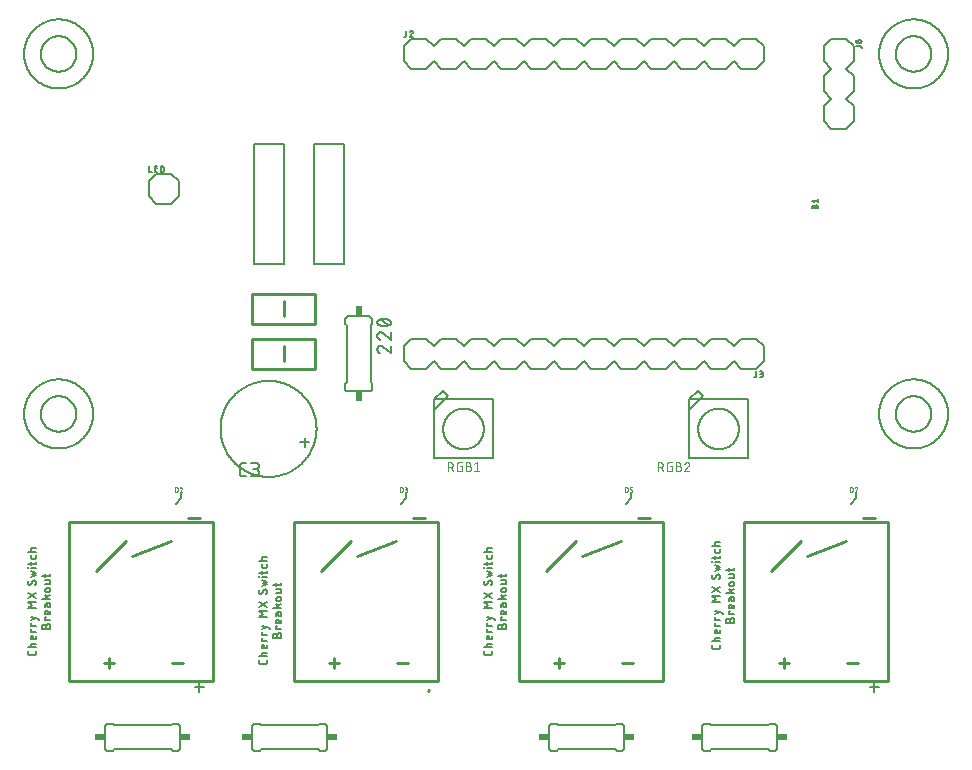
<source format=gbr>
G04 EAGLE Gerber RS-274X export*
G75*
%MOMM*%
%FSLAX34Y34*%
%LPD*%
%INSilkscreen Top*%
%IPPOS*%
%AMOC8*
5,1,8,0,0,1.08239X$1,22.5*%
G01*
%ADD10C,0.203200*%
%ADD11C,0.127000*%
%ADD12C,0.177800*%
%ADD13C,0.254000*%
%ADD14C,0.152400*%
%ADD15R,0.609600X0.863600*%
%ADD16C,0.076200*%
%ADD17C,0.228600*%
%ADD18R,0.863600X0.609600*%
%ADD19C,0.025400*%


D10*
X474895Y437896D02*
X474895Y445008D01*
X478451Y441452D02*
X471339Y441452D01*
D11*
X336423Y470741D02*
X336423Y472265D01*
X336423Y470741D02*
X336421Y470664D01*
X336415Y470587D01*
X336405Y470510D01*
X336392Y470434D01*
X336374Y470359D01*
X336353Y470285D01*
X336328Y470212D01*
X336299Y470140D01*
X336267Y470070D01*
X336232Y470001D01*
X336192Y469935D01*
X336150Y469870D01*
X336104Y469808D01*
X336055Y469748D01*
X336004Y469691D01*
X335949Y469636D01*
X335892Y469585D01*
X335832Y469536D01*
X335770Y469490D01*
X335705Y469448D01*
X335639Y469408D01*
X335570Y469373D01*
X335500Y469341D01*
X335428Y469312D01*
X335355Y469287D01*
X335281Y469266D01*
X335206Y469248D01*
X335130Y469235D01*
X335053Y469225D01*
X334976Y469219D01*
X334899Y469217D01*
X331089Y469217D01*
X331012Y469219D01*
X330935Y469225D01*
X330858Y469235D01*
X330782Y469248D01*
X330707Y469266D01*
X330633Y469287D01*
X330560Y469312D01*
X330488Y469341D01*
X330418Y469373D01*
X330349Y469408D01*
X330283Y469448D01*
X330218Y469490D01*
X330156Y469536D01*
X330096Y469585D01*
X330039Y469636D01*
X329984Y469691D01*
X329933Y469748D01*
X329884Y469808D01*
X329838Y469870D01*
X329796Y469935D01*
X329756Y470001D01*
X329721Y470070D01*
X329689Y470140D01*
X329660Y470212D01*
X329635Y470285D01*
X329614Y470359D01*
X329596Y470434D01*
X329583Y470510D01*
X329573Y470587D01*
X329567Y470664D01*
X329565Y470741D01*
X329565Y472265D01*
X329565Y475481D02*
X336423Y475481D01*
X331851Y475481D02*
X331851Y477386D01*
X331853Y477452D01*
X331859Y477519D01*
X331868Y477584D01*
X331882Y477650D01*
X331899Y477714D01*
X331920Y477777D01*
X331944Y477839D01*
X331973Y477899D01*
X332004Y477958D01*
X332039Y478014D01*
X332077Y478069D01*
X332118Y478121D01*
X332163Y478170D01*
X332210Y478217D01*
X332259Y478262D01*
X332311Y478303D01*
X332366Y478341D01*
X332423Y478376D01*
X332481Y478407D01*
X332541Y478436D01*
X332603Y478460D01*
X332666Y478481D01*
X332730Y478498D01*
X332796Y478512D01*
X332861Y478521D01*
X332928Y478527D01*
X332994Y478529D01*
X336423Y478529D01*
X336423Y483208D02*
X336423Y485113D01*
X336423Y483208D02*
X336421Y483142D01*
X336415Y483075D01*
X336406Y483010D01*
X336392Y482944D01*
X336375Y482880D01*
X336354Y482817D01*
X336330Y482755D01*
X336301Y482695D01*
X336270Y482637D01*
X336235Y482580D01*
X336197Y482525D01*
X336156Y482473D01*
X336111Y482424D01*
X336064Y482377D01*
X336015Y482332D01*
X335963Y482291D01*
X335908Y482253D01*
X335852Y482218D01*
X335793Y482187D01*
X335733Y482158D01*
X335671Y482134D01*
X335608Y482113D01*
X335544Y482096D01*
X335478Y482082D01*
X335413Y482073D01*
X335346Y482067D01*
X335280Y482065D01*
X333375Y482065D01*
X333298Y482067D01*
X333221Y482073D01*
X333144Y482083D01*
X333068Y482096D01*
X332993Y482114D01*
X332919Y482135D01*
X332846Y482160D01*
X332774Y482189D01*
X332704Y482221D01*
X332635Y482256D01*
X332569Y482296D01*
X332504Y482338D01*
X332442Y482384D01*
X332382Y482433D01*
X332325Y482484D01*
X332270Y482539D01*
X332219Y482596D01*
X332170Y482656D01*
X332124Y482718D01*
X332082Y482783D01*
X332042Y482849D01*
X332007Y482918D01*
X331975Y482988D01*
X331946Y483060D01*
X331921Y483133D01*
X331900Y483207D01*
X331882Y483282D01*
X331869Y483358D01*
X331859Y483435D01*
X331853Y483512D01*
X331851Y483589D01*
X331853Y483666D01*
X331859Y483743D01*
X331869Y483820D01*
X331882Y483896D01*
X331900Y483971D01*
X331921Y484045D01*
X331946Y484118D01*
X331975Y484190D01*
X332007Y484260D01*
X332042Y484329D01*
X332082Y484395D01*
X332124Y484460D01*
X332170Y484522D01*
X332219Y484582D01*
X332270Y484639D01*
X332325Y484694D01*
X332382Y484745D01*
X332442Y484794D01*
X332504Y484840D01*
X332569Y484882D01*
X332635Y484922D01*
X332704Y484957D01*
X332774Y484989D01*
X332846Y485018D01*
X332919Y485043D01*
X332993Y485064D01*
X333068Y485082D01*
X333144Y485095D01*
X333221Y485105D01*
X333298Y485111D01*
X333375Y485113D01*
X334137Y485113D01*
X334137Y482065D01*
X336423Y488711D02*
X331851Y488711D01*
X331851Y490997D01*
X332613Y490997D01*
X331851Y493832D02*
X336423Y493832D01*
X331851Y493832D02*
X331851Y496118D01*
X332613Y496118D01*
X338709Y498402D02*
X338709Y499164D01*
X331851Y501450D01*
X331851Y498402D02*
X336423Y499926D01*
X336423Y508856D02*
X329565Y508856D01*
X333375Y511142D01*
X329565Y513428D01*
X336423Y513428D01*
X336423Y516903D02*
X329565Y521475D01*
X329565Y516903D02*
X336423Y521475D01*
X336423Y530543D02*
X336421Y530620D01*
X336415Y530697D01*
X336405Y530774D01*
X336392Y530850D01*
X336374Y530925D01*
X336353Y530999D01*
X336328Y531072D01*
X336299Y531144D01*
X336267Y531214D01*
X336232Y531283D01*
X336192Y531349D01*
X336150Y531414D01*
X336104Y531476D01*
X336055Y531536D01*
X336004Y531593D01*
X335949Y531648D01*
X335892Y531699D01*
X335832Y531748D01*
X335770Y531794D01*
X335705Y531836D01*
X335639Y531876D01*
X335570Y531911D01*
X335500Y531943D01*
X335428Y531972D01*
X335355Y531997D01*
X335281Y532018D01*
X335206Y532036D01*
X335130Y532049D01*
X335053Y532059D01*
X334976Y532065D01*
X334899Y532067D01*
X336423Y530543D02*
X336421Y530433D01*
X336415Y530322D01*
X336406Y530212D01*
X336393Y530102D01*
X336376Y529993D01*
X336355Y529885D01*
X336331Y529777D01*
X336302Y529670D01*
X336271Y529564D01*
X336235Y529460D01*
X336196Y529356D01*
X336154Y529254D01*
X336108Y529154D01*
X336058Y529055D01*
X336006Y528958D01*
X335949Y528862D01*
X335890Y528769D01*
X335828Y528678D01*
X335762Y528589D01*
X335694Y528502D01*
X335622Y528418D01*
X335548Y528336D01*
X335471Y528257D01*
X331089Y528447D02*
X331012Y528449D01*
X330935Y528455D01*
X330858Y528465D01*
X330782Y528478D01*
X330707Y528496D01*
X330633Y528517D01*
X330560Y528542D01*
X330488Y528571D01*
X330418Y528603D01*
X330349Y528638D01*
X330283Y528678D01*
X330218Y528720D01*
X330156Y528766D01*
X330096Y528815D01*
X330039Y528866D01*
X329984Y528921D01*
X329933Y528978D01*
X329884Y529038D01*
X329838Y529100D01*
X329796Y529165D01*
X329756Y529231D01*
X329721Y529300D01*
X329689Y529370D01*
X329660Y529442D01*
X329635Y529515D01*
X329614Y529589D01*
X329596Y529664D01*
X329583Y529740D01*
X329573Y529817D01*
X329567Y529894D01*
X329565Y529971D01*
X329567Y530073D01*
X329572Y530175D01*
X329581Y530277D01*
X329594Y530378D01*
X329611Y530479D01*
X329630Y530579D01*
X329654Y530679D01*
X329681Y530777D01*
X329712Y530875D01*
X329746Y530971D01*
X329783Y531066D01*
X329824Y531160D01*
X329868Y531252D01*
X329916Y531342D01*
X329966Y531431D01*
X330020Y531518D01*
X330077Y531603D01*
X330137Y531686D01*
X332423Y529209D02*
X332382Y529144D01*
X332339Y529081D01*
X332292Y529021D01*
X332242Y528962D01*
X332190Y528907D01*
X332135Y528854D01*
X332077Y528803D01*
X332017Y528756D01*
X331954Y528712D01*
X331890Y528670D01*
X331824Y528632D01*
X331755Y528598D01*
X331685Y528567D01*
X331614Y528539D01*
X331542Y528515D01*
X331468Y528494D01*
X331393Y528477D01*
X331318Y528464D01*
X331242Y528455D01*
X331166Y528449D01*
X331089Y528447D01*
X333565Y531305D02*
X333606Y531370D01*
X333649Y531433D01*
X333696Y531493D01*
X333746Y531552D01*
X333798Y531607D01*
X333853Y531660D01*
X333911Y531711D01*
X333971Y531758D01*
X334034Y531802D01*
X334098Y531844D01*
X334164Y531882D01*
X334233Y531916D01*
X334303Y531947D01*
X334374Y531975D01*
X334446Y531999D01*
X334520Y532020D01*
X334595Y532037D01*
X334670Y532050D01*
X334746Y532059D01*
X334822Y532065D01*
X334899Y532067D01*
X333566Y531305D02*
X332423Y529209D01*
X331851Y535191D02*
X336423Y536334D01*
X333375Y537477D01*
X336423Y538620D01*
X331851Y539763D01*
X331851Y542842D02*
X336423Y542842D01*
X329946Y542651D02*
X329565Y542651D01*
X329565Y543032D01*
X329946Y543032D01*
X329946Y542651D01*
X331851Y545269D02*
X331851Y547555D01*
X329565Y546031D02*
X335280Y546031D01*
X335346Y546033D01*
X335413Y546039D01*
X335478Y546048D01*
X335544Y546062D01*
X335608Y546079D01*
X335671Y546100D01*
X335733Y546124D01*
X335793Y546153D01*
X335852Y546184D01*
X335908Y546219D01*
X335963Y546257D01*
X336015Y546298D01*
X336064Y546343D01*
X336111Y546390D01*
X336156Y546439D01*
X336197Y546491D01*
X336235Y546546D01*
X336270Y546603D01*
X336301Y546661D01*
X336330Y546721D01*
X336354Y546783D01*
X336375Y546846D01*
X336392Y546910D01*
X336406Y546976D01*
X336415Y547041D01*
X336421Y547108D01*
X336423Y547174D01*
X336423Y547555D01*
X336423Y551739D02*
X336423Y553263D01*
X336423Y551739D02*
X336421Y551673D01*
X336415Y551606D01*
X336406Y551541D01*
X336392Y551475D01*
X336375Y551411D01*
X336354Y551348D01*
X336330Y551286D01*
X336301Y551226D01*
X336270Y551168D01*
X336235Y551111D01*
X336197Y551056D01*
X336156Y551004D01*
X336111Y550955D01*
X336064Y550908D01*
X336015Y550863D01*
X335963Y550822D01*
X335908Y550784D01*
X335852Y550749D01*
X335793Y550718D01*
X335733Y550689D01*
X335671Y550665D01*
X335608Y550644D01*
X335544Y550627D01*
X335478Y550613D01*
X335413Y550604D01*
X335346Y550598D01*
X335280Y550596D01*
X332994Y550596D01*
X332928Y550598D01*
X332861Y550604D01*
X332796Y550613D01*
X332730Y550627D01*
X332666Y550644D01*
X332603Y550665D01*
X332541Y550689D01*
X332481Y550718D01*
X332423Y550749D01*
X332366Y550784D01*
X332311Y550822D01*
X332259Y550863D01*
X332210Y550908D01*
X332163Y550955D01*
X332118Y551004D01*
X332077Y551056D01*
X332039Y551111D01*
X332004Y551168D01*
X331973Y551226D01*
X331944Y551286D01*
X331920Y551348D01*
X331899Y551411D01*
X331882Y551475D01*
X331868Y551541D01*
X331859Y551606D01*
X331853Y551673D01*
X331851Y551739D01*
X331851Y553263D01*
X329565Y556436D02*
X336423Y556436D01*
X331851Y556436D02*
X331851Y558341D01*
X331853Y558407D01*
X331859Y558474D01*
X331868Y558539D01*
X331882Y558605D01*
X331899Y558669D01*
X331920Y558732D01*
X331944Y558794D01*
X331973Y558854D01*
X332004Y558913D01*
X332039Y558969D01*
X332077Y559024D01*
X332118Y559076D01*
X332163Y559125D01*
X332210Y559172D01*
X332259Y559217D01*
X332311Y559258D01*
X332366Y559296D01*
X332423Y559331D01*
X332481Y559362D01*
X332541Y559391D01*
X332603Y559415D01*
X332666Y559436D01*
X332730Y559453D01*
X332796Y559467D01*
X332861Y559476D01*
X332928Y559482D01*
X332994Y559484D01*
X336423Y559484D01*
X344805Y493275D02*
X344805Y491370D01*
X344805Y493275D02*
X344807Y493360D01*
X344813Y493446D01*
X344822Y493531D01*
X344836Y493615D01*
X344853Y493699D01*
X344874Y493782D01*
X344898Y493864D01*
X344926Y493944D01*
X344958Y494024D01*
X344994Y494102D01*
X345032Y494178D01*
X345075Y494252D01*
X345120Y494324D01*
X345169Y494395D01*
X345221Y494463D01*
X345275Y494528D01*
X345333Y494591D01*
X345394Y494652D01*
X345457Y494710D01*
X345522Y494764D01*
X345590Y494816D01*
X345661Y494865D01*
X345733Y494910D01*
X345807Y494953D01*
X345883Y494991D01*
X345961Y495027D01*
X346041Y495059D01*
X346121Y495087D01*
X346203Y495111D01*
X346286Y495132D01*
X346370Y495149D01*
X346454Y495163D01*
X346539Y495172D01*
X346625Y495178D01*
X346710Y495180D01*
X346795Y495178D01*
X346881Y495172D01*
X346966Y495163D01*
X347050Y495149D01*
X347134Y495132D01*
X347217Y495111D01*
X347299Y495087D01*
X347379Y495059D01*
X347459Y495027D01*
X347537Y494991D01*
X347613Y494953D01*
X347687Y494910D01*
X347759Y494865D01*
X347830Y494816D01*
X347898Y494764D01*
X347963Y494710D01*
X348026Y494652D01*
X348087Y494591D01*
X348145Y494528D01*
X348199Y494463D01*
X348251Y494395D01*
X348300Y494324D01*
X348345Y494252D01*
X348388Y494178D01*
X348426Y494102D01*
X348462Y494024D01*
X348494Y493944D01*
X348522Y493864D01*
X348546Y493782D01*
X348567Y493699D01*
X348584Y493615D01*
X348598Y493531D01*
X348607Y493446D01*
X348613Y493360D01*
X348615Y493275D01*
X348615Y491370D01*
X341757Y491370D01*
X341757Y493275D01*
X341759Y493352D01*
X341765Y493429D01*
X341775Y493506D01*
X341788Y493582D01*
X341806Y493657D01*
X341827Y493731D01*
X341852Y493804D01*
X341881Y493876D01*
X341913Y493946D01*
X341948Y494015D01*
X341988Y494081D01*
X342030Y494146D01*
X342076Y494208D01*
X342125Y494268D01*
X342176Y494325D01*
X342231Y494380D01*
X342288Y494431D01*
X342348Y494480D01*
X342410Y494526D01*
X342475Y494568D01*
X342541Y494608D01*
X342610Y494643D01*
X342680Y494675D01*
X342752Y494704D01*
X342825Y494729D01*
X342899Y494750D01*
X342974Y494768D01*
X343050Y494781D01*
X343127Y494791D01*
X343204Y494797D01*
X343281Y494799D01*
X343358Y494797D01*
X343435Y494791D01*
X343512Y494781D01*
X343588Y494768D01*
X343663Y494750D01*
X343737Y494729D01*
X343810Y494704D01*
X343882Y494675D01*
X343952Y494643D01*
X344021Y494608D01*
X344087Y494568D01*
X344152Y494526D01*
X344214Y494480D01*
X344274Y494431D01*
X344331Y494380D01*
X344386Y494325D01*
X344437Y494268D01*
X344486Y494208D01*
X344532Y494146D01*
X344574Y494081D01*
X344614Y494015D01*
X344649Y493946D01*
X344681Y493876D01*
X344710Y493804D01*
X344735Y493731D01*
X344756Y493657D01*
X344774Y493582D01*
X344787Y493506D01*
X344797Y493429D01*
X344803Y493352D01*
X344805Y493275D01*
X344043Y498481D02*
X348615Y498481D01*
X344043Y498481D02*
X344043Y500767D01*
X344805Y500767D01*
X348615Y504438D02*
X348615Y506343D01*
X348615Y504438D02*
X348613Y504372D01*
X348607Y504305D01*
X348598Y504240D01*
X348584Y504174D01*
X348567Y504110D01*
X348546Y504047D01*
X348522Y503985D01*
X348493Y503925D01*
X348462Y503867D01*
X348427Y503810D01*
X348389Y503755D01*
X348348Y503703D01*
X348303Y503654D01*
X348256Y503607D01*
X348207Y503562D01*
X348155Y503521D01*
X348100Y503483D01*
X348044Y503448D01*
X347985Y503417D01*
X347925Y503388D01*
X347863Y503364D01*
X347800Y503343D01*
X347736Y503326D01*
X347670Y503312D01*
X347605Y503303D01*
X347538Y503297D01*
X347472Y503295D01*
X345567Y503295D01*
X345490Y503297D01*
X345413Y503303D01*
X345336Y503313D01*
X345260Y503326D01*
X345185Y503344D01*
X345111Y503365D01*
X345038Y503390D01*
X344966Y503419D01*
X344896Y503451D01*
X344827Y503486D01*
X344761Y503526D01*
X344696Y503568D01*
X344634Y503614D01*
X344574Y503663D01*
X344517Y503714D01*
X344462Y503769D01*
X344411Y503826D01*
X344362Y503886D01*
X344316Y503948D01*
X344274Y504013D01*
X344234Y504079D01*
X344199Y504148D01*
X344167Y504218D01*
X344138Y504290D01*
X344113Y504363D01*
X344092Y504437D01*
X344074Y504512D01*
X344061Y504588D01*
X344051Y504665D01*
X344045Y504742D01*
X344043Y504819D01*
X344045Y504896D01*
X344051Y504973D01*
X344061Y505050D01*
X344074Y505126D01*
X344092Y505201D01*
X344113Y505275D01*
X344138Y505348D01*
X344167Y505420D01*
X344199Y505490D01*
X344234Y505559D01*
X344274Y505625D01*
X344316Y505690D01*
X344362Y505752D01*
X344411Y505812D01*
X344462Y505869D01*
X344517Y505924D01*
X344574Y505975D01*
X344634Y506024D01*
X344696Y506070D01*
X344761Y506112D01*
X344827Y506152D01*
X344896Y506187D01*
X344966Y506219D01*
X345038Y506248D01*
X345111Y506273D01*
X345185Y506294D01*
X345260Y506312D01*
X345336Y506325D01*
X345413Y506335D01*
X345490Y506341D01*
X345567Y506343D01*
X346329Y506343D01*
X346329Y503295D01*
X345948Y510913D02*
X345948Y512627D01*
X345948Y510913D02*
X345950Y510841D01*
X345956Y510769D01*
X345966Y510697D01*
X345979Y510626D01*
X345997Y510556D01*
X346018Y510487D01*
X346043Y510419D01*
X346071Y510353D01*
X346103Y510288D01*
X346139Y510225D01*
X346178Y510164D01*
X346220Y510106D01*
X346265Y510049D01*
X346314Y509996D01*
X346365Y509945D01*
X346418Y509896D01*
X346475Y509851D01*
X346533Y509809D01*
X346594Y509770D01*
X346657Y509734D01*
X346722Y509702D01*
X346788Y509674D01*
X346856Y509649D01*
X346925Y509628D01*
X346995Y509610D01*
X347066Y509597D01*
X347138Y509587D01*
X347210Y509581D01*
X347282Y509579D01*
X347354Y509581D01*
X347426Y509587D01*
X347498Y509597D01*
X347569Y509610D01*
X347639Y509628D01*
X347708Y509649D01*
X347776Y509674D01*
X347842Y509702D01*
X347907Y509734D01*
X347970Y509770D01*
X348031Y509809D01*
X348089Y509851D01*
X348146Y509896D01*
X348199Y509945D01*
X348250Y509996D01*
X348299Y510049D01*
X348344Y510106D01*
X348386Y510164D01*
X348425Y510225D01*
X348461Y510288D01*
X348493Y510353D01*
X348521Y510419D01*
X348546Y510487D01*
X348567Y510556D01*
X348585Y510626D01*
X348598Y510697D01*
X348608Y510769D01*
X348614Y510841D01*
X348616Y510913D01*
X348615Y510913D02*
X348615Y512627D01*
X345186Y512627D01*
X345120Y512625D01*
X345053Y512619D01*
X344988Y512610D01*
X344922Y512596D01*
X344858Y512579D01*
X344795Y512558D01*
X344733Y512534D01*
X344673Y512505D01*
X344615Y512474D01*
X344558Y512439D01*
X344503Y512401D01*
X344451Y512360D01*
X344402Y512315D01*
X344355Y512268D01*
X344310Y512219D01*
X344269Y512167D01*
X344231Y512112D01*
X344196Y512056D01*
X344165Y511997D01*
X344136Y511937D01*
X344112Y511875D01*
X344091Y511812D01*
X344074Y511748D01*
X344060Y511682D01*
X344051Y511617D01*
X344045Y511550D01*
X344043Y511484D01*
X344043Y509960D01*
X341757Y516590D02*
X348615Y516590D01*
X346329Y516590D02*
X344043Y519638D01*
X345377Y517924D02*
X348615Y519638D01*
X347091Y522558D02*
X345567Y522558D01*
X345490Y522560D01*
X345413Y522566D01*
X345336Y522576D01*
X345260Y522589D01*
X345185Y522607D01*
X345111Y522628D01*
X345038Y522653D01*
X344966Y522682D01*
X344896Y522714D01*
X344827Y522749D01*
X344761Y522789D01*
X344696Y522831D01*
X344634Y522877D01*
X344574Y522926D01*
X344517Y522977D01*
X344462Y523032D01*
X344411Y523089D01*
X344362Y523149D01*
X344316Y523211D01*
X344274Y523276D01*
X344234Y523342D01*
X344199Y523411D01*
X344167Y523481D01*
X344138Y523553D01*
X344113Y523626D01*
X344092Y523700D01*
X344074Y523775D01*
X344061Y523851D01*
X344051Y523928D01*
X344045Y524005D01*
X344043Y524082D01*
X344045Y524159D01*
X344051Y524236D01*
X344061Y524313D01*
X344074Y524389D01*
X344092Y524464D01*
X344113Y524538D01*
X344138Y524611D01*
X344167Y524683D01*
X344199Y524753D01*
X344234Y524822D01*
X344274Y524888D01*
X344316Y524953D01*
X344362Y525015D01*
X344411Y525075D01*
X344462Y525132D01*
X344517Y525187D01*
X344574Y525238D01*
X344634Y525287D01*
X344696Y525333D01*
X344761Y525375D01*
X344827Y525415D01*
X344896Y525450D01*
X344966Y525482D01*
X345038Y525511D01*
X345111Y525536D01*
X345185Y525557D01*
X345260Y525575D01*
X345336Y525588D01*
X345413Y525598D01*
X345490Y525604D01*
X345567Y525606D01*
X347091Y525606D01*
X347168Y525604D01*
X347245Y525598D01*
X347322Y525588D01*
X347398Y525575D01*
X347473Y525557D01*
X347547Y525536D01*
X347620Y525511D01*
X347692Y525482D01*
X347762Y525450D01*
X347831Y525415D01*
X347897Y525375D01*
X347962Y525333D01*
X348024Y525287D01*
X348084Y525238D01*
X348141Y525187D01*
X348196Y525132D01*
X348247Y525075D01*
X348296Y525015D01*
X348342Y524953D01*
X348384Y524888D01*
X348424Y524822D01*
X348459Y524753D01*
X348491Y524683D01*
X348520Y524611D01*
X348545Y524538D01*
X348566Y524464D01*
X348584Y524389D01*
X348597Y524313D01*
X348607Y524236D01*
X348613Y524159D01*
X348615Y524082D01*
X348613Y524005D01*
X348607Y523928D01*
X348597Y523851D01*
X348584Y523775D01*
X348566Y523700D01*
X348545Y523626D01*
X348520Y523553D01*
X348491Y523481D01*
X348459Y523411D01*
X348424Y523342D01*
X348384Y523276D01*
X348342Y523211D01*
X348296Y523149D01*
X348247Y523089D01*
X348196Y523032D01*
X348141Y522977D01*
X348084Y522926D01*
X348024Y522877D01*
X347962Y522831D01*
X347897Y522789D01*
X347831Y522749D01*
X347762Y522714D01*
X347692Y522682D01*
X347620Y522653D01*
X347547Y522628D01*
X347473Y522607D01*
X347398Y522589D01*
X347322Y522576D01*
X347245Y522566D01*
X347168Y522560D01*
X347091Y522558D01*
X347472Y529142D02*
X344043Y529142D01*
X347472Y529142D02*
X347538Y529144D01*
X347605Y529150D01*
X347670Y529159D01*
X347736Y529173D01*
X347800Y529190D01*
X347863Y529211D01*
X347925Y529235D01*
X347985Y529264D01*
X348044Y529295D01*
X348100Y529330D01*
X348155Y529368D01*
X348207Y529409D01*
X348256Y529454D01*
X348303Y529501D01*
X348348Y529550D01*
X348389Y529602D01*
X348427Y529657D01*
X348462Y529714D01*
X348493Y529772D01*
X348522Y529832D01*
X348546Y529894D01*
X348567Y529957D01*
X348584Y530021D01*
X348598Y530087D01*
X348607Y530152D01*
X348613Y530219D01*
X348615Y530285D01*
X348615Y532190D01*
X344043Y532190D01*
X344043Y535044D02*
X344043Y537330D01*
X341757Y535806D02*
X347472Y535806D01*
X347538Y535808D01*
X347605Y535814D01*
X347670Y535823D01*
X347736Y535837D01*
X347800Y535854D01*
X347863Y535875D01*
X347925Y535899D01*
X347985Y535928D01*
X348044Y535959D01*
X348100Y535994D01*
X348155Y536032D01*
X348207Y536073D01*
X348256Y536118D01*
X348303Y536165D01*
X348348Y536214D01*
X348389Y536266D01*
X348427Y536321D01*
X348462Y536378D01*
X348493Y536436D01*
X348522Y536496D01*
X348546Y536558D01*
X348567Y536621D01*
X348584Y536685D01*
X348598Y536751D01*
X348607Y536816D01*
X348613Y536883D01*
X348615Y536949D01*
X348615Y537330D01*
D12*
X454787Y596900D02*
X459613Y601980D01*
X459613Y607060D01*
D11*
X532003Y464645D02*
X532003Y463121D01*
X532001Y463044D01*
X531995Y462967D01*
X531985Y462890D01*
X531972Y462814D01*
X531954Y462739D01*
X531933Y462665D01*
X531908Y462592D01*
X531879Y462520D01*
X531847Y462450D01*
X531812Y462381D01*
X531772Y462315D01*
X531730Y462250D01*
X531684Y462188D01*
X531635Y462128D01*
X531584Y462071D01*
X531529Y462016D01*
X531472Y461965D01*
X531412Y461916D01*
X531350Y461870D01*
X531285Y461828D01*
X531219Y461788D01*
X531150Y461753D01*
X531080Y461721D01*
X531008Y461692D01*
X530935Y461667D01*
X530861Y461646D01*
X530786Y461628D01*
X530710Y461615D01*
X530633Y461605D01*
X530556Y461599D01*
X530479Y461597D01*
X526669Y461597D01*
X526592Y461599D01*
X526515Y461605D01*
X526438Y461615D01*
X526362Y461628D01*
X526287Y461646D01*
X526213Y461667D01*
X526140Y461692D01*
X526068Y461721D01*
X525998Y461753D01*
X525929Y461788D01*
X525863Y461828D01*
X525798Y461870D01*
X525736Y461916D01*
X525676Y461965D01*
X525619Y462016D01*
X525564Y462071D01*
X525513Y462128D01*
X525464Y462188D01*
X525418Y462250D01*
X525376Y462315D01*
X525336Y462381D01*
X525301Y462450D01*
X525269Y462520D01*
X525240Y462592D01*
X525215Y462665D01*
X525194Y462739D01*
X525176Y462814D01*
X525163Y462890D01*
X525153Y462967D01*
X525147Y463044D01*
X525145Y463121D01*
X525145Y464645D01*
X525145Y467861D02*
X532003Y467861D01*
X527431Y467861D02*
X527431Y469766D01*
X527433Y469832D01*
X527439Y469899D01*
X527448Y469964D01*
X527462Y470030D01*
X527479Y470094D01*
X527500Y470157D01*
X527524Y470219D01*
X527553Y470279D01*
X527584Y470338D01*
X527619Y470394D01*
X527657Y470449D01*
X527698Y470501D01*
X527743Y470550D01*
X527790Y470597D01*
X527839Y470642D01*
X527891Y470683D01*
X527946Y470721D01*
X528003Y470756D01*
X528061Y470787D01*
X528121Y470816D01*
X528183Y470840D01*
X528246Y470861D01*
X528310Y470878D01*
X528376Y470892D01*
X528441Y470901D01*
X528508Y470907D01*
X528574Y470909D01*
X532003Y470909D01*
X532003Y475588D02*
X532003Y477493D01*
X532003Y475588D02*
X532001Y475522D01*
X531995Y475455D01*
X531986Y475390D01*
X531972Y475324D01*
X531955Y475260D01*
X531934Y475197D01*
X531910Y475135D01*
X531881Y475075D01*
X531850Y475017D01*
X531815Y474960D01*
X531777Y474905D01*
X531736Y474853D01*
X531691Y474804D01*
X531644Y474757D01*
X531595Y474712D01*
X531543Y474671D01*
X531488Y474633D01*
X531432Y474598D01*
X531373Y474567D01*
X531313Y474538D01*
X531251Y474514D01*
X531188Y474493D01*
X531124Y474476D01*
X531058Y474462D01*
X530993Y474453D01*
X530926Y474447D01*
X530860Y474445D01*
X528955Y474445D01*
X528878Y474447D01*
X528801Y474453D01*
X528724Y474463D01*
X528648Y474476D01*
X528573Y474494D01*
X528499Y474515D01*
X528426Y474540D01*
X528354Y474569D01*
X528284Y474601D01*
X528215Y474636D01*
X528149Y474676D01*
X528084Y474718D01*
X528022Y474764D01*
X527962Y474813D01*
X527905Y474864D01*
X527850Y474919D01*
X527799Y474976D01*
X527750Y475036D01*
X527704Y475098D01*
X527662Y475163D01*
X527622Y475229D01*
X527587Y475298D01*
X527555Y475368D01*
X527526Y475440D01*
X527501Y475513D01*
X527480Y475587D01*
X527462Y475662D01*
X527449Y475738D01*
X527439Y475815D01*
X527433Y475892D01*
X527431Y475969D01*
X527433Y476046D01*
X527439Y476123D01*
X527449Y476200D01*
X527462Y476276D01*
X527480Y476351D01*
X527501Y476425D01*
X527526Y476498D01*
X527555Y476570D01*
X527587Y476640D01*
X527622Y476709D01*
X527662Y476775D01*
X527704Y476840D01*
X527750Y476902D01*
X527799Y476962D01*
X527850Y477019D01*
X527905Y477074D01*
X527962Y477125D01*
X528022Y477174D01*
X528084Y477220D01*
X528149Y477262D01*
X528215Y477302D01*
X528284Y477337D01*
X528354Y477369D01*
X528426Y477398D01*
X528499Y477423D01*
X528573Y477444D01*
X528648Y477462D01*
X528724Y477475D01*
X528801Y477485D01*
X528878Y477491D01*
X528955Y477493D01*
X529717Y477493D01*
X529717Y474445D01*
X532003Y481091D02*
X527431Y481091D01*
X527431Y483377D01*
X528193Y483377D01*
X527431Y486212D02*
X532003Y486212D01*
X527431Y486212D02*
X527431Y488498D01*
X528193Y488498D01*
X534289Y490782D02*
X534289Y491544D01*
X527431Y493830D01*
X527431Y490782D02*
X532003Y492306D01*
X532003Y501236D02*
X525145Y501236D01*
X528955Y503522D01*
X525145Y505808D01*
X532003Y505808D01*
X532003Y509283D02*
X525145Y513855D01*
X525145Y509283D02*
X532003Y513855D01*
X532003Y522923D02*
X532001Y523000D01*
X531995Y523077D01*
X531985Y523154D01*
X531972Y523230D01*
X531954Y523305D01*
X531933Y523379D01*
X531908Y523452D01*
X531879Y523524D01*
X531847Y523594D01*
X531812Y523663D01*
X531772Y523729D01*
X531730Y523794D01*
X531684Y523856D01*
X531635Y523916D01*
X531584Y523973D01*
X531529Y524028D01*
X531472Y524079D01*
X531412Y524128D01*
X531350Y524174D01*
X531285Y524216D01*
X531219Y524256D01*
X531150Y524291D01*
X531080Y524323D01*
X531008Y524352D01*
X530935Y524377D01*
X530861Y524398D01*
X530786Y524416D01*
X530710Y524429D01*
X530633Y524439D01*
X530556Y524445D01*
X530479Y524447D01*
X532003Y522923D02*
X532001Y522813D01*
X531995Y522702D01*
X531986Y522592D01*
X531973Y522482D01*
X531956Y522373D01*
X531935Y522265D01*
X531911Y522157D01*
X531882Y522050D01*
X531851Y521944D01*
X531815Y521840D01*
X531776Y521736D01*
X531734Y521634D01*
X531688Y521534D01*
X531638Y521435D01*
X531586Y521338D01*
X531529Y521242D01*
X531470Y521149D01*
X531408Y521058D01*
X531342Y520969D01*
X531274Y520882D01*
X531202Y520798D01*
X531128Y520716D01*
X531051Y520637D01*
X526669Y520827D02*
X526592Y520829D01*
X526515Y520835D01*
X526438Y520845D01*
X526362Y520858D01*
X526287Y520876D01*
X526213Y520897D01*
X526140Y520922D01*
X526068Y520951D01*
X525998Y520983D01*
X525929Y521018D01*
X525863Y521058D01*
X525798Y521100D01*
X525736Y521146D01*
X525676Y521195D01*
X525619Y521246D01*
X525564Y521301D01*
X525513Y521358D01*
X525464Y521418D01*
X525418Y521480D01*
X525376Y521545D01*
X525336Y521611D01*
X525301Y521680D01*
X525269Y521750D01*
X525240Y521822D01*
X525215Y521895D01*
X525194Y521969D01*
X525176Y522044D01*
X525163Y522120D01*
X525153Y522197D01*
X525147Y522274D01*
X525145Y522351D01*
X525147Y522453D01*
X525152Y522555D01*
X525161Y522657D01*
X525174Y522758D01*
X525191Y522859D01*
X525210Y522959D01*
X525234Y523059D01*
X525261Y523157D01*
X525292Y523255D01*
X525326Y523351D01*
X525363Y523446D01*
X525404Y523540D01*
X525448Y523632D01*
X525496Y523722D01*
X525546Y523811D01*
X525600Y523898D01*
X525657Y523983D01*
X525717Y524066D01*
X528003Y521589D02*
X527962Y521524D01*
X527919Y521461D01*
X527872Y521401D01*
X527822Y521342D01*
X527770Y521287D01*
X527715Y521234D01*
X527657Y521183D01*
X527597Y521136D01*
X527534Y521092D01*
X527470Y521050D01*
X527404Y521012D01*
X527335Y520978D01*
X527265Y520947D01*
X527194Y520919D01*
X527122Y520895D01*
X527048Y520874D01*
X526973Y520857D01*
X526898Y520844D01*
X526822Y520835D01*
X526746Y520829D01*
X526669Y520827D01*
X529145Y523685D02*
X529186Y523750D01*
X529229Y523813D01*
X529276Y523873D01*
X529326Y523932D01*
X529378Y523987D01*
X529433Y524040D01*
X529491Y524091D01*
X529551Y524138D01*
X529614Y524182D01*
X529678Y524224D01*
X529744Y524262D01*
X529813Y524296D01*
X529883Y524327D01*
X529954Y524355D01*
X530026Y524379D01*
X530100Y524400D01*
X530175Y524417D01*
X530250Y524430D01*
X530326Y524439D01*
X530402Y524445D01*
X530479Y524447D01*
X529146Y523685D02*
X528003Y521589D01*
X527431Y527571D02*
X532003Y528714D01*
X528955Y529857D01*
X532003Y531000D01*
X527431Y532143D01*
X527431Y535222D02*
X532003Y535222D01*
X525526Y535031D02*
X525145Y535031D01*
X525145Y535412D01*
X525526Y535412D01*
X525526Y535031D01*
X527431Y537649D02*
X527431Y539935D01*
X525145Y538411D02*
X530860Y538411D01*
X530926Y538413D01*
X530993Y538419D01*
X531058Y538428D01*
X531124Y538442D01*
X531188Y538459D01*
X531251Y538480D01*
X531313Y538504D01*
X531373Y538533D01*
X531432Y538564D01*
X531488Y538599D01*
X531543Y538637D01*
X531595Y538678D01*
X531644Y538723D01*
X531691Y538770D01*
X531736Y538819D01*
X531777Y538871D01*
X531815Y538926D01*
X531850Y538983D01*
X531881Y539041D01*
X531910Y539101D01*
X531934Y539163D01*
X531955Y539226D01*
X531972Y539290D01*
X531986Y539356D01*
X531995Y539421D01*
X532001Y539488D01*
X532003Y539554D01*
X532003Y539935D01*
X532003Y544119D02*
X532003Y545643D01*
X532003Y544119D02*
X532001Y544053D01*
X531995Y543986D01*
X531986Y543921D01*
X531972Y543855D01*
X531955Y543791D01*
X531934Y543728D01*
X531910Y543666D01*
X531881Y543606D01*
X531850Y543548D01*
X531815Y543491D01*
X531777Y543436D01*
X531736Y543384D01*
X531691Y543335D01*
X531644Y543288D01*
X531595Y543243D01*
X531543Y543202D01*
X531488Y543164D01*
X531432Y543129D01*
X531373Y543098D01*
X531313Y543069D01*
X531251Y543045D01*
X531188Y543024D01*
X531124Y543007D01*
X531058Y542993D01*
X530993Y542984D01*
X530926Y542978D01*
X530860Y542976D01*
X528574Y542976D01*
X528508Y542978D01*
X528441Y542984D01*
X528376Y542993D01*
X528310Y543007D01*
X528246Y543024D01*
X528183Y543045D01*
X528121Y543069D01*
X528061Y543098D01*
X528003Y543129D01*
X527946Y543164D01*
X527891Y543202D01*
X527839Y543243D01*
X527790Y543288D01*
X527743Y543335D01*
X527698Y543384D01*
X527657Y543436D01*
X527619Y543491D01*
X527584Y543548D01*
X527553Y543606D01*
X527524Y543666D01*
X527500Y543728D01*
X527479Y543791D01*
X527462Y543855D01*
X527448Y543921D01*
X527439Y543986D01*
X527433Y544053D01*
X527431Y544119D01*
X527431Y545643D01*
X525145Y548816D02*
X532003Y548816D01*
X527431Y548816D02*
X527431Y550721D01*
X527433Y550787D01*
X527439Y550854D01*
X527448Y550919D01*
X527462Y550985D01*
X527479Y551049D01*
X527500Y551112D01*
X527524Y551174D01*
X527553Y551234D01*
X527584Y551293D01*
X527619Y551349D01*
X527657Y551404D01*
X527698Y551456D01*
X527743Y551505D01*
X527790Y551552D01*
X527839Y551597D01*
X527891Y551638D01*
X527946Y551676D01*
X528003Y551711D01*
X528061Y551742D01*
X528121Y551771D01*
X528183Y551795D01*
X528246Y551816D01*
X528310Y551833D01*
X528376Y551847D01*
X528441Y551856D01*
X528508Y551862D01*
X528574Y551864D01*
X532003Y551864D01*
X540385Y485655D02*
X540385Y483750D01*
X540385Y485655D02*
X540387Y485740D01*
X540393Y485826D01*
X540402Y485911D01*
X540416Y485995D01*
X540433Y486079D01*
X540454Y486162D01*
X540478Y486244D01*
X540506Y486324D01*
X540538Y486404D01*
X540574Y486482D01*
X540612Y486558D01*
X540655Y486632D01*
X540700Y486704D01*
X540749Y486775D01*
X540801Y486843D01*
X540855Y486908D01*
X540913Y486971D01*
X540974Y487032D01*
X541037Y487090D01*
X541102Y487144D01*
X541170Y487196D01*
X541241Y487245D01*
X541313Y487290D01*
X541387Y487333D01*
X541463Y487371D01*
X541541Y487407D01*
X541621Y487439D01*
X541701Y487467D01*
X541783Y487491D01*
X541866Y487512D01*
X541950Y487529D01*
X542034Y487543D01*
X542119Y487552D01*
X542205Y487558D01*
X542290Y487560D01*
X542375Y487558D01*
X542461Y487552D01*
X542546Y487543D01*
X542630Y487529D01*
X542714Y487512D01*
X542797Y487491D01*
X542879Y487467D01*
X542959Y487439D01*
X543039Y487407D01*
X543117Y487371D01*
X543193Y487333D01*
X543267Y487290D01*
X543339Y487245D01*
X543410Y487196D01*
X543478Y487144D01*
X543543Y487090D01*
X543606Y487032D01*
X543667Y486971D01*
X543725Y486908D01*
X543779Y486843D01*
X543831Y486775D01*
X543880Y486704D01*
X543925Y486632D01*
X543968Y486558D01*
X544006Y486482D01*
X544042Y486404D01*
X544074Y486324D01*
X544102Y486244D01*
X544126Y486162D01*
X544147Y486079D01*
X544164Y485995D01*
X544178Y485911D01*
X544187Y485826D01*
X544193Y485740D01*
X544195Y485655D01*
X544195Y483750D01*
X537337Y483750D01*
X537337Y485655D01*
X537339Y485732D01*
X537345Y485809D01*
X537355Y485886D01*
X537368Y485962D01*
X537386Y486037D01*
X537407Y486111D01*
X537432Y486184D01*
X537461Y486256D01*
X537493Y486326D01*
X537528Y486395D01*
X537568Y486461D01*
X537610Y486526D01*
X537656Y486588D01*
X537705Y486648D01*
X537756Y486705D01*
X537811Y486760D01*
X537868Y486811D01*
X537928Y486860D01*
X537990Y486906D01*
X538055Y486948D01*
X538121Y486988D01*
X538190Y487023D01*
X538260Y487055D01*
X538332Y487084D01*
X538405Y487109D01*
X538479Y487130D01*
X538554Y487148D01*
X538630Y487161D01*
X538707Y487171D01*
X538784Y487177D01*
X538861Y487179D01*
X538938Y487177D01*
X539015Y487171D01*
X539092Y487161D01*
X539168Y487148D01*
X539243Y487130D01*
X539317Y487109D01*
X539390Y487084D01*
X539462Y487055D01*
X539532Y487023D01*
X539601Y486988D01*
X539667Y486948D01*
X539732Y486906D01*
X539794Y486860D01*
X539854Y486811D01*
X539911Y486760D01*
X539966Y486705D01*
X540017Y486648D01*
X540066Y486588D01*
X540112Y486526D01*
X540154Y486461D01*
X540194Y486395D01*
X540229Y486326D01*
X540261Y486256D01*
X540290Y486184D01*
X540315Y486111D01*
X540336Y486037D01*
X540354Y485962D01*
X540367Y485886D01*
X540377Y485809D01*
X540383Y485732D01*
X540385Y485655D01*
X539623Y490861D02*
X544195Y490861D01*
X539623Y490861D02*
X539623Y493147D01*
X540385Y493147D01*
X544195Y496818D02*
X544195Y498723D01*
X544195Y496818D02*
X544193Y496752D01*
X544187Y496685D01*
X544178Y496620D01*
X544164Y496554D01*
X544147Y496490D01*
X544126Y496427D01*
X544102Y496365D01*
X544073Y496305D01*
X544042Y496247D01*
X544007Y496190D01*
X543969Y496135D01*
X543928Y496083D01*
X543883Y496034D01*
X543836Y495987D01*
X543787Y495942D01*
X543735Y495901D01*
X543680Y495863D01*
X543624Y495828D01*
X543565Y495797D01*
X543505Y495768D01*
X543443Y495744D01*
X543380Y495723D01*
X543316Y495706D01*
X543250Y495692D01*
X543185Y495683D01*
X543118Y495677D01*
X543052Y495675D01*
X541147Y495675D01*
X541070Y495677D01*
X540993Y495683D01*
X540916Y495693D01*
X540840Y495706D01*
X540765Y495724D01*
X540691Y495745D01*
X540618Y495770D01*
X540546Y495799D01*
X540476Y495831D01*
X540407Y495866D01*
X540341Y495906D01*
X540276Y495948D01*
X540214Y495994D01*
X540154Y496043D01*
X540097Y496094D01*
X540042Y496149D01*
X539991Y496206D01*
X539942Y496266D01*
X539896Y496328D01*
X539854Y496393D01*
X539814Y496459D01*
X539779Y496528D01*
X539747Y496598D01*
X539718Y496670D01*
X539693Y496743D01*
X539672Y496817D01*
X539654Y496892D01*
X539641Y496968D01*
X539631Y497045D01*
X539625Y497122D01*
X539623Y497199D01*
X539625Y497276D01*
X539631Y497353D01*
X539641Y497430D01*
X539654Y497506D01*
X539672Y497581D01*
X539693Y497655D01*
X539718Y497728D01*
X539747Y497800D01*
X539779Y497870D01*
X539814Y497939D01*
X539854Y498005D01*
X539896Y498070D01*
X539942Y498132D01*
X539991Y498192D01*
X540042Y498249D01*
X540097Y498304D01*
X540154Y498355D01*
X540214Y498404D01*
X540276Y498450D01*
X540341Y498492D01*
X540407Y498532D01*
X540476Y498567D01*
X540546Y498599D01*
X540618Y498628D01*
X540691Y498653D01*
X540765Y498674D01*
X540840Y498692D01*
X540916Y498705D01*
X540993Y498715D01*
X541070Y498721D01*
X541147Y498723D01*
X541909Y498723D01*
X541909Y495675D01*
X541528Y503293D02*
X541528Y505007D01*
X541528Y503293D02*
X541530Y503221D01*
X541536Y503149D01*
X541546Y503077D01*
X541559Y503006D01*
X541577Y502936D01*
X541598Y502867D01*
X541623Y502799D01*
X541651Y502733D01*
X541683Y502668D01*
X541719Y502605D01*
X541758Y502544D01*
X541800Y502486D01*
X541845Y502429D01*
X541894Y502376D01*
X541945Y502325D01*
X541998Y502276D01*
X542055Y502231D01*
X542113Y502189D01*
X542174Y502150D01*
X542237Y502114D01*
X542302Y502082D01*
X542368Y502054D01*
X542436Y502029D01*
X542505Y502008D01*
X542575Y501990D01*
X542646Y501977D01*
X542718Y501967D01*
X542790Y501961D01*
X542862Y501959D01*
X542934Y501961D01*
X543006Y501967D01*
X543078Y501977D01*
X543149Y501990D01*
X543219Y502008D01*
X543288Y502029D01*
X543356Y502054D01*
X543422Y502082D01*
X543487Y502114D01*
X543550Y502150D01*
X543611Y502189D01*
X543669Y502231D01*
X543726Y502276D01*
X543779Y502325D01*
X543830Y502376D01*
X543879Y502429D01*
X543924Y502486D01*
X543966Y502544D01*
X544005Y502605D01*
X544041Y502668D01*
X544073Y502733D01*
X544101Y502799D01*
X544126Y502867D01*
X544147Y502936D01*
X544165Y503006D01*
X544178Y503077D01*
X544188Y503149D01*
X544194Y503221D01*
X544196Y503293D01*
X544195Y503293D02*
X544195Y505007D01*
X540766Y505007D01*
X540700Y505005D01*
X540633Y504999D01*
X540568Y504990D01*
X540502Y504976D01*
X540438Y504959D01*
X540375Y504938D01*
X540313Y504914D01*
X540253Y504885D01*
X540195Y504854D01*
X540138Y504819D01*
X540083Y504781D01*
X540031Y504740D01*
X539982Y504695D01*
X539935Y504648D01*
X539890Y504599D01*
X539849Y504547D01*
X539811Y504492D01*
X539776Y504436D01*
X539745Y504377D01*
X539716Y504317D01*
X539692Y504255D01*
X539671Y504192D01*
X539654Y504128D01*
X539640Y504062D01*
X539631Y503997D01*
X539625Y503930D01*
X539623Y503864D01*
X539623Y502340D01*
X537337Y508970D02*
X544195Y508970D01*
X541909Y508970D02*
X539623Y512018D01*
X540957Y510304D02*
X544195Y512018D01*
X542671Y514938D02*
X541147Y514938D01*
X541070Y514940D01*
X540993Y514946D01*
X540916Y514956D01*
X540840Y514969D01*
X540765Y514987D01*
X540691Y515008D01*
X540618Y515033D01*
X540546Y515062D01*
X540476Y515094D01*
X540407Y515129D01*
X540341Y515169D01*
X540276Y515211D01*
X540214Y515257D01*
X540154Y515306D01*
X540097Y515357D01*
X540042Y515412D01*
X539991Y515469D01*
X539942Y515529D01*
X539896Y515591D01*
X539854Y515656D01*
X539814Y515722D01*
X539779Y515791D01*
X539747Y515861D01*
X539718Y515933D01*
X539693Y516006D01*
X539672Y516080D01*
X539654Y516155D01*
X539641Y516231D01*
X539631Y516308D01*
X539625Y516385D01*
X539623Y516462D01*
X539625Y516539D01*
X539631Y516616D01*
X539641Y516693D01*
X539654Y516769D01*
X539672Y516844D01*
X539693Y516918D01*
X539718Y516991D01*
X539747Y517063D01*
X539779Y517133D01*
X539814Y517202D01*
X539854Y517268D01*
X539896Y517333D01*
X539942Y517395D01*
X539991Y517455D01*
X540042Y517512D01*
X540097Y517567D01*
X540154Y517618D01*
X540214Y517667D01*
X540276Y517713D01*
X540341Y517755D01*
X540407Y517795D01*
X540476Y517830D01*
X540546Y517862D01*
X540618Y517891D01*
X540691Y517916D01*
X540765Y517937D01*
X540840Y517955D01*
X540916Y517968D01*
X540993Y517978D01*
X541070Y517984D01*
X541147Y517986D01*
X542671Y517986D01*
X542748Y517984D01*
X542825Y517978D01*
X542902Y517968D01*
X542978Y517955D01*
X543053Y517937D01*
X543127Y517916D01*
X543200Y517891D01*
X543272Y517862D01*
X543342Y517830D01*
X543411Y517795D01*
X543477Y517755D01*
X543542Y517713D01*
X543604Y517667D01*
X543664Y517618D01*
X543721Y517567D01*
X543776Y517512D01*
X543827Y517455D01*
X543876Y517395D01*
X543922Y517333D01*
X543964Y517268D01*
X544004Y517202D01*
X544039Y517133D01*
X544071Y517063D01*
X544100Y516991D01*
X544125Y516918D01*
X544146Y516844D01*
X544164Y516769D01*
X544177Y516693D01*
X544187Y516616D01*
X544193Y516539D01*
X544195Y516462D01*
X544193Y516385D01*
X544187Y516308D01*
X544177Y516231D01*
X544164Y516155D01*
X544146Y516080D01*
X544125Y516006D01*
X544100Y515933D01*
X544071Y515861D01*
X544039Y515791D01*
X544004Y515722D01*
X543964Y515656D01*
X543922Y515591D01*
X543876Y515529D01*
X543827Y515469D01*
X543776Y515412D01*
X543721Y515357D01*
X543664Y515306D01*
X543604Y515257D01*
X543542Y515211D01*
X543477Y515169D01*
X543411Y515129D01*
X543342Y515094D01*
X543272Y515062D01*
X543200Y515033D01*
X543127Y515008D01*
X543053Y514987D01*
X542978Y514969D01*
X542902Y514956D01*
X542825Y514946D01*
X542748Y514940D01*
X542671Y514938D01*
X543052Y521522D02*
X539623Y521522D01*
X543052Y521522D02*
X543118Y521524D01*
X543185Y521530D01*
X543250Y521539D01*
X543316Y521553D01*
X543380Y521570D01*
X543443Y521591D01*
X543505Y521615D01*
X543565Y521644D01*
X543624Y521675D01*
X543680Y521710D01*
X543735Y521748D01*
X543787Y521789D01*
X543836Y521834D01*
X543883Y521881D01*
X543928Y521930D01*
X543969Y521982D01*
X544007Y522037D01*
X544042Y522094D01*
X544073Y522152D01*
X544102Y522212D01*
X544126Y522274D01*
X544147Y522337D01*
X544164Y522401D01*
X544178Y522467D01*
X544187Y522532D01*
X544193Y522599D01*
X544195Y522665D01*
X544195Y524570D01*
X539623Y524570D01*
X539623Y527424D02*
X539623Y529710D01*
X537337Y528186D02*
X543052Y528186D01*
X543118Y528188D01*
X543185Y528194D01*
X543250Y528203D01*
X543316Y528217D01*
X543380Y528234D01*
X543443Y528255D01*
X543505Y528279D01*
X543565Y528308D01*
X543624Y528339D01*
X543680Y528374D01*
X543735Y528412D01*
X543787Y528453D01*
X543836Y528498D01*
X543883Y528545D01*
X543928Y528594D01*
X543969Y528646D01*
X544007Y528701D01*
X544042Y528758D01*
X544073Y528816D01*
X544102Y528876D01*
X544126Y528938D01*
X544147Y529001D01*
X544164Y529065D01*
X544178Y529131D01*
X544187Y529196D01*
X544193Y529263D01*
X544195Y529329D01*
X544195Y529710D01*
D13*
X668020Y438150D02*
X669290Y439420D01*
D12*
X645287Y596900D02*
X650113Y601980D01*
X650113Y607060D01*
D11*
X722503Y472265D02*
X722503Y470741D01*
X722501Y470664D01*
X722495Y470587D01*
X722485Y470510D01*
X722472Y470434D01*
X722454Y470359D01*
X722433Y470285D01*
X722408Y470212D01*
X722379Y470140D01*
X722347Y470070D01*
X722312Y470001D01*
X722272Y469935D01*
X722230Y469870D01*
X722184Y469808D01*
X722135Y469748D01*
X722084Y469691D01*
X722029Y469636D01*
X721972Y469585D01*
X721912Y469536D01*
X721850Y469490D01*
X721785Y469448D01*
X721719Y469408D01*
X721650Y469373D01*
X721580Y469341D01*
X721508Y469312D01*
X721435Y469287D01*
X721361Y469266D01*
X721286Y469248D01*
X721210Y469235D01*
X721133Y469225D01*
X721056Y469219D01*
X720979Y469217D01*
X717169Y469217D01*
X717092Y469219D01*
X717015Y469225D01*
X716938Y469235D01*
X716862Y469248D01*
X716787Y469266D01*
X716713Y469287D01*
X716640Y469312D01*
X716568Y469341D01*
X716498Y469373D01*
X716429Y469408D01*
X716363Y469448D01*
X716298Y469490D01*
X716236Y469536D01*
X716176Y469585D01*
X716119Y469636D01*
X716064Y469691D01*
X716013Y469748D01*
X715964Y469808D01*
X715918Y469870D01*
X715876Y469935D01*
X715836Y470001D01*
X715801Y470070D01*
X715769Y470140D01*
X715740Y470212D01*
X715715Y470285D01*
X715694Y470359D01*
X715676Y470434D01*
X715663Y470510D01*
X715653Y470587D01*
X715647Y470664D01*
X715645Y470741D01*
X715645Y472265D01*
X715645Y475481D02*
X722503Y475481D01*
X717931Y475481D02*
X717931Y477386D01*
X717933Y477452D01*
X717939Y477519D01*
X717948Y477584D01*
X717962Y477650D01*
X717979Y477714D01*
X718000Y477777D01*
X718024Y477839D01*
X718053Y477899D01*
X718084Y477958D01*
X718119Y478014D01*
X718157Y478069D01*
X718198Y478121D01*
X718243Y478170D01*
X718290Y478217D01*
X718339Y478262D01*
X718391Y478303D01*
X718446Y478341D01*
X718503Y478376D01*
X718561Y478407D01*
X718621Y478436D01*
X718683Y478460D01*
X718746Y478481D01*
X718810Y478498D01*
X718876Y478512D01*
X718941Y478521D01*
X719008Y478527D01*
X719074Y478529D01*
X722503Y478529D01*
X722503Y483208D02*
X722503Y485113D01*
X722503Y483208D02*
X722501Y483142D01*
X722495Y483075D01*
X722486Y483010D01*
X722472Y482944D01*
X722455Y482880D01*
X722434Y482817D01*
X722410Y482755D01*
X722381Y482695D01*
X722350Y482637D01*
X722315Y482580D01*
X722277Y482525D01*
X722236Y482473D01*
X722191Y482424D01*
X722144Y482377D01*
X722095Y482332D01*
X722043Y482291D01*
X721988Y482253D01*
X721932Y482218D01*
X721873Y482187D01*
X721813Y482158D01*
X721751Y482134D01*
X721688Y482113D01*
X721624Y482096D01*
X721558Y482082D01*
X721493Y482073D01*
X721426Y482067D01*
X721360Y482065D01*
X719455Y482065D01*
X719378Y482067D01*
X719301Y482073D01*
X719224Y482083D01*
X719148Y482096D01*
X719073Y482114D01*
X718999Y482135D01*
X718926Y482160D01*
X718854Y482189D01*
X718784Y482221D01*
X718715Y482256D01*
X718649Y482296D01*
X718584Y482338D01*
X718522Y482384D01*
X718462Y482433D01*
X718405Y482484D01*
X718350Y482539D01*
X718299Y482596D01*
X718250Y482656D01*
X718204Y482718D01*
X718162Y482783D01*
X718122Y482849D01*
X718087Y482918D01*
X718055Y482988D01*
X718026Y483060D01*
X718001Y483133D01*
X717980Y483207D01*
X717962Y483282D01*
X717949Y483358D01*
X717939Y483435D01*
X717933Y483512D01*
X717931Y483589D01*
X717933Y483666D01*
X717939Y483743D01*
X717949Y483820D01*
X717962Y483896D01*
X717980Y483971D01*
X718001Y484045D01*
X718026Y484118D01*
X718055Y484190D01*
X718087Y484260D01*
X718122Y484329D01*
X718162Y484395D01*
X718204Y484460D01*
X718250Y484522D01*
X718299Y484582D01*
X718350Y484639D01*
X718405Y484694D01*
X718462Y484745D01*
X718522Y484794D01*
X718584Y484840D01*
X718649Y484882D01*
X718715Y484922D01*
X718784Y484957D01*
X718854Y484989D01*
X718926Y485018D01*
X718999Y485043D01*
X719073Y485064D01*
X719148Y485082D01*
X719224Y485095D01*
X719301Y485105D01*
X719378Y485111D01*
X719455Y485113D01*
X720217Y485113D01*
X720217Y482065D01*
X722503Y488711D02*
X717931Y488711D01*
X717931Y490997D01*
X718693Y490997D01*
X717931Y493832D02*
X722503Y493832D01*
X717931Y493832D02*
X717931Y496118D01*
X718693Y496118D01*
X724789Y498402D02*
X724789Y499164D01*
X717931Y501450D01*
X717931Y498402D02*
X722503Y499926D01*
X722503Y508856D02*
X715645Y508856D01*
X719455Y511142D01*
X715645Y513428D01*
X722503Y513428D01*
X722503Y516903D02*
X715645Y521475D01*
X715645Y516903D02*
X722503Y521475D01*
X722503Y530543D02*
X722501Y530620D01*
X722495Y530697D01*
X722485Y530774D01*
X722472Y530850D01*
X722454Y530925D01*
X722433Y530999D01*
X722408Y531072D01*
X722379Y531144D01*
X722347Y531214D01*
X722312Y531283D01*
X722272Y531349D01*
X722230Y531414D01*
X722184Y531476D01*
X722135Y531536D01*
X722084Y531593D01*
X722029Y531648D01*
X721972Y531699D01*
X721912Y531748D01*
X721850Y531794D01*
X721785Y531836D01*
X721719Y531876D01*
X721650Y531911D01*
X721580Y531943D01*
X721508Y531972D01*
X721435Y531997D01*
X721361Y532018D01*
X721286Y532036D01*
X721210Y532049D01*
X721133Y532059D01*
X721056Y532065D01*
X720979Y532067D01*
X722503Y530543D02*
X722501Y530433D01*
X722495Y530322D01*
X722486Y530212D01*
X722473Y530102D01*
X722456Y529993D01*
X722435Y529885D01*
X722411Y529777D01*
X722382Y529670D01*
X722351Y529564D01*
X722315Y529460D01*
X722276Y529356D01*
X722234Y529254D01*
X722188Y529154D01*
X722138Y529055D01*
X722086Y528958D01*
X722029Y528862D01*
X721970Y528769D01*
X721908Y528678D01*
X721842Y528589D01*
X721774Y528502D01*
X721702Y528418D01*
X721628Y528336D01*
X721551Y528257D01*
X717169Y528447D02*
X717092Y528449D01*
X717015Y528455D01*
X716938Y528465D01*
X716862Y528478D01*
X716787Y528496D01*
X716713Y528517D01*
X716640Y528542D01*
X716568Y528571D01*
X716498Y528603D01*
X716429Y528638D01*
X716363Y528678D01*
X716298Y528720D01*
X716236Y528766D01*
X716176Y528815D01*
X716119Y528866D01*
X716064Y528921D01*
X716013Y528978D01*
X715964Y529038D01*
X715918Y529100D01*
X715876Y529165D01*
X715836Y529231D01*
X715801Y529300D01*
X715769Y529370D01*
X715740Y529442D01*
X715715Y529515D01*
X715694Y529589D01*
X715676Y529664D01*
X715663Y529740D01*
X715653Y529817D01*
X715647Y529894D01*
X715645Y529971D01*
X715647Y530073D01*
X715652Y530175D01*
X715661Y530277D01*
X715674Y530378D01*
X715691Y530479D01*
X715710Y530579D01*
X715734Y530679D01*
X715761Y530777D01*
X715792Y530875D01*
X715826Y530971D01*
X715863Y531066D01*
X715904Y531160D01*
X715948Y531252D01*
X715996Y531342D01*
X716046Y531431D01*
X716100Y531518D01*
X716157Y531603D01*
X716217Y531686D01*
X718503Y529209D02*
X718462Y529144D01*
X718419Y529081D01*
X718372Y529021D01*
X718322Y528962D01*
X718270Y528907D01*
X718215Y528854D01*
X718157Y528803D01*
X718097Y528756D01*
X718034Y528712D01*
X717970Y528670D01*
X717904Y528632D01*
X717835Y528598D01*
X717765Y528567D01*
X717694Y528539D01*
X717622Y528515D01*
X717548Y528494D01*
X717473Y528477D01*
X717398Y528464D01*
X717322Y528455D01*
X717246Y528449D01*
X717169Y528447D01*
X719645Y531305D02*
X719686Y531370D01*
X719729Y531433D01*
X719776Y531493D01*
X719826Y531552D01*
X719878Y531607D01*
X719933Y531660D01*
X719991Y531711D01*
X720051Y531758D01*
X720114Y531802D01*
X720178Y531844D01*
X720244Y531882D01*
X720313Y531916D01*
X720383Y531947D01*
X720454Y531975D01*
X720526Y531999D01*
X720600Y532020D01*
X720675Y532037D01*
X720750Y532050D01*
X720826Y532059D01*
X720902Y532065D01*
X720979Y532067D01*
X719646Y531305D02*
X718503Y529209D01*
X717931Y535191D02*
X722503Y536334D01*
X719455Y537477D01*
X722503Y538620D01*
X717931Y539763D01*
X717931Y542842D02*
X722503Y542842D01*
X716026Y542651D02*
X715645Y542651D01*
X715645Y543032D01*
X716026Y543032D01*
X716026Y542651D01*
X717931Y545269D02*
X717931Y547555D01*
X715645Y546031D02*
X721360Y546031D01*
X721426Y546033D01*
X721493Y546039D01*
X721558Y546048D01*
X721624Y546062D01*
X721688Y546079D01*
X721751Y546100D01*
X721813Y546124D01*
X721873Y546153D01*
X721932Y546184D01*
X721988Y546219D01*
X722043Y546257D01*
X722095Y546298D01*
X722144Y546343D01*
X722191Y546390D01*
X722236Y546439D01*
X722277Y546491D01*
X722315Y546546D01*
X722350Y546603D01*
X722381Y546661D01*
X722410Y546721D01*
X722434Y546783D01*
X722455Y546846D01*
X722472Y546910D01*
X722486Y546976D01*
X722495Y547041D01*
X722501Y547108D01*
X722503Y547174D01*
X722503Y547555D01*
X722503Y551739D02*
X722503Y553263D01*
X722503Y551739D02*
X722501Y551673D01*
X722495Y551606D01*
X722486Y551541D01*
X722472Y551475D01*
X722455Y551411D01*
X722434Y551348D01*
X722410Y551286D01*
X722381Y551226D01*
X722350Y551168D01*
X722315Y551111D01*
X722277Y551056D01*
X722236Y551004D01*
X722191Y550955D01*
X722144Y550908D01*
X722095Y550863D01*
X722043Y550822D01*
X721988Y550784D01*
X721932Y550749D01*
X721873Y550718D01*
X721813Y550689D01*
X721751Y550665D01*
X721688Y550644D01*
X721624Y550627D01*
X721558Y550613D01*
X721493Y550604D01*
X721426Y550598D01*
X721360Y550596D01*
X719074Y550596D01*
X719008Y550598D01*
X718941Y550604D01*
X718876Y550613D01*
X718810Y550627D01*
X718746Y550644D01*
X718683Y550665D01*
X718621Y550689D01*
X718561Y550718D01*
X718503Y550749D01*
X718446Y550784D01*
X718391Y550822D01*
X718339Y550863D01*
X718290Y550908D01*
X718243Y550955D01*
X718198Y551004D01*
X718157Y551056D01*
X718119Y551111D01*
X718084Y551168D01*
X718053Y551226D01*
X718024Y551286D01*
X718000Y551348D01*
X717979Y551411D01*
X717962Y551475D01*
X717948Y551541D01*
X717939Y551606D01*
X717933Y551673D01*
X717931Y551739D01*
X717931Y553263D01*
X715645Y556436D02*
X722503Y556436D01*
X717931Y556436D02*
X717931Y558341D01*
X717933Y558407D01*
X717939Y558474D01*
X717948Y558539D01*
X717962Y558605D01*
X717979Y558669D01*
X718000Y558732D01*
X718024Y558794D01*
X718053Y558854D01*
X718084Y558913D01*
X718119Y558969D01*
X718157Y559024D01*
X718198Y559076D01*
X718243Y559125D01*
X718290Y559172D01*
X718339Y559217D01*
X718391Y559258D01*
X718446Y559296D01*
X718503Y559331D01*
X718561Y559362D01*
X718621Y559391D01*
X718683Y559415D01*
X718746Y559436D01*
X718810Y559453D01*
X718876Y559467D01*
X718941Y559476D01*
X719008Y559482D01*
X719074Y559484D01*
X722503Y559484D01*
X730885Y493275D02*
X730885Y491370D01*
X730885Y493275D02*
X730887Y493360D01*
X730893Y493446D01*
X730902Y493531D01*
X730916Y493615D01*
X730933Y493699D01*
X730954Y493782D01*
X730978Y493864D01*
X731006Y493944D01*
X731038Y494024D01*
X731074Y494102D01*
X731112Y494178D01*
X731155Y494252D01*
X731200Y494324D01*
X731249Y494395D01*
X731301Y494463D01*
X731355Y494528D01*
X731413Y494591D01*
X731474Y494652D01*
X731537Y494710D01*
X731602Y494764D01*
X731670Y494816D01*
X731741Y494865D01*
X731813Y494910D01*
X731887Y494953D01*
X731963Y494991D01*
X732041Y495027D01*
X732121Y495059D01*
X732201Y495087D01*
X732283Y495111D01*
X732366Y495132D01*
X732450Y495149D01*
X732534Y495163D01*
X732619Y495172D01*
X732705Y495178D01*
X732790Y495180D01*
X732875Y495178D01*
X732961Y495172D01*
X733046Y495163D01*
X733130Y495149D01*
X733214Y495132D01*
X733297Y495111D01*
X733379Y495087D01*
X733459Y495059D01*
X733539Y495027D01*
X733617Y494991D01*
X733693Y494953D01*
X733767Y494910D01*
X733839Y494865D01*
X733910Y494816D01*
X733978Y494764D01*
X734043Y494710D01*
X734106Y494652D01*
X734167Y494591D01*
X734225Y494528D01*
X734279Y494463D01*
X734331Y494395D01*
X734380Y494324D01*
X734425Y494252D01*
X734468Y494178D01*
X734506Y494102D01*
X734542Y494024D01*
X734574Y493944D01*
X734602Y493864D01*
X734626Y493782D01*
X734647Y493699D01*
X734664Y493615D01*
X734678Y493531D01*
X734687Y493446D01*
X734693Y493360D01*
X734695Y493275D01*
X734695Y491370D01*
X727837Y491370D01*
X727837Y493275D01*
X727839Y493352D01*
X727845Y493429D01*
X727855Y493506D01*
X727868Y493582D01*
X727886Y493657D01*
X727907Y493731D01*
X727932Y493804D01*
X727961Y493876D01*
X727993Y493946D01*
X728028Y494015D01*
X728068Y494081D01*
X728110Y494146D01*
X728156Y494208D01*
X728205Y494268D01*
X728256Y494325D01*
X728311Y494380D01*
X728368Y494431D01*
X728428Y494480D01*
X728490Y494526D01*
X728555Y494568D01*
X728621Y494608D01*
X728690Y494643D01*
X728760Y494675D01*
X728832Y494704D01*
X728905Y494729D01*
X728979Y494750D01*
X729054Y494768D01*
X729130Y494781D01*
X729207Y494791D01*
X729284Y494797D01*
X729361Y494799D01*
X729438Y494797D01*
X729515Y494791D01*
X729592Y494781D01*
X729668Y494768D01*
X729743Y494750D01*
X729817Y494729D01*
X729890Y494704D01*
X729962Y494675D01*
X730032Y494643D01*
X730101Y494608D01*
X730167Y494568D01*
X730232Y494526D01*
X730294Y494480D01*
X730354Y494431D01*
X730411Y494380D01*
X730466Y494325D01*
X730517Y494268D01*
X730566Y494208D01*
X730612Y494146D01*
X730654Y494081D01*
X730694Y494015D01*
X730729Y493946D01*
X730761Y493876D01*
X730790Y493804D01*
X730815Y493731D01*
X730836Y493657D01*
X730854Y493582D01*
X730867Y493506D01*
X730877Y493429D01*
X730883Y493352D01*
X730885Y493275D01*
X730123Y498481D02*
X734695Y498481D01*
X730123Y498481D02*
X730123Y500767D01*
X730885Y500767D01*
X734695Y504438D02*
X734695Y506343D01*
X734695Y504438D02*
X734693Y504372D01*
X734687Y504305D01*
X734678Y504240D01*
X734664Y504174D01*
X734647Y504110D01*
X734626Y504047D01*
X734602Y503985D01*
X734573Y503925D01*
X734542Y503867D01*
X734507Y503810D01*
X734469Y503755D01*
X734428Y503703D01*
X734383Y503654D01*
X734336Y503607D01*
X734287Y503562D01*
X734235Y503521D01*
X734180Y503483D01*
X734124Y503448D01*
X734065Y503417D01*
X734005Y503388D01*
X733943Y503364D01*
X733880Y503343D01*
X733816Y503326D01*
X733750Y503312D01*
X733685Y503303D01*
X733618Y503297D01*
X733552Y503295D01*
X731647Y503295D01*
X731570Y503297D01*
X731493Y503303D01*
X731416Y503313D01*
X731340Y503326D01*
X731265Y503344D01*
X731191Y503365D01*
X731118Y503390D01*
X731046Y503419D01*
X730976Y503451D01*
X730907Y503486D01*
X730841Y503526D01*
X730776Y503568D01*
X730714Y503614D01*
X730654Y503663D01*
X730597Y503714D01*
X730542Y503769D01*
X730491Y503826D01*
X730442Y503886D01*
X730396Y503948D01*
X730354Y504013D01*
X730314Y504079D01*
X730279Y504148D01*
X730247Y504218D01*
X730218Y504290D01*
X730193Y504363D01*
X730172Y504437D01*
X730154Y504512D01*
X730141Y504588D01*
X730131Y504665D01*
X730125Y504742D01*
X730123Y504819D01*
X730125Y504896D01*
X730131Y504973D01*
X730141Y505050D01*
X730154Y505126D01*
X730172Y505201D01*
X730193Y505275D01*
X730218Y505348D01*
X730247Y505420D01*
X730279Y505490D01*
X730314Y505559D01*
X730354Y505625D01*
X730396Y505690D01*
X730442Y505752D01*
X730491Y505812D01*
X730542Y505869D01*
X730597Y505924D01*
X730654Y505975D01*
X730714Y506024D01*
X730776Y506070D01*
X730841Y506112D01*
X730907Y506152D01*
X730976Y506187D01*
X731046Y506219D01*
X731118Y506248D01*
X731191Y506273D01*
X731265Y506294D01*
X731340Y506312D01*
X731416Y506325D01*
X731493Y506335D01*
X731570Y506341D01*
X731647Y506343D01*
X732409Y506343D01*
X732409Y503295D01*
X732028Y510913D02*
X732028Y512627D01*
X732028Y510913D02*
X732030Y510841D01*
X732036Y510769D01*
X732046Y510697D01*
X732059Y510626D01*
X732077Y510556D01*
X732098Y510487D01*
X732123Y510419D01*
X732151Y510353D01*
X732183Y510288D01*
X732219Y510225D01*
X732258Y510164D01*
X732300Y510106D01*
X732345Y510049D01*
X732394Y509996D01*
X732445Y509945D01*
X732498Y509896D01*
X732555Y509851D01*
X732613Y509809D01*
X732674Y509770D01*
X732737Y509734D01*
X732802Y509702D01*
X732868Y509674D01*
X732936Y509649D01*
X733005Y509628D01*
X733075Y509610D01*
X733146Y509597D01*
X733218Y509587D01*
X733290Y509581D01*
X733362Y509579D01*
X733434Y509581D01*
X733506Y509587D01*
X733578Y509597D01*
X733649Y509610D01*
X733719Y509628D01*
X733788Y509649D01*
X733856Y509674D01*
X733922Y509702D01*
X733987Y509734D01*
X734050Y509770D01*
X734111Y509809D01*
X734169Y509851D01*
X734226Y509896D01*
X734279Y509945D01*
X734330Y509996D01*
X734379Y510049D01*
X734424Y510106D01*
X734466Y510164D01*
X734505Y510225D01*
X734541Y510288D01*
X734573Y510353D01*
X734601Y510419D01*
X734626Y510487D01*
X734647Y510556D01*
X734665Y510626D01*
X734678Y510697D01*
X734688Y510769D01*
X734694Y510841D01*
X734696Y510913D01*
X734695Y510913D02*
X734695Y512627D01*
X731266Y512627D01*
X731200Y512625D01*
X731133Y512619D01*
X731068Y512610D01*
X731002Y512596D01*
X730938Y512579D01*
X730875Y512558D01*
X730813Y512534D01*
X730753Y512505D01*
X730695Y512474D01*
X730638Y512439D01*
X730583Y512401D01*
X730531Y512360D01*
X730482Y512315D01*
X730435Y512268D01*
X730390Y512219D01*
X730349Y512167D01*
X730311Y512112D01*
X730276Y512056D01*
X730245Y511997D01*
X730216Y511937D01*
X730192Y511875D01*
X730171Y511812D01*
X730154Y511748D01*
X730140Y511682D01*
X730131Y511617D01*
X730125Y511550D01*
X730123Y511484D01*
X730123Y509960D01*
X727837Y516590D02*
X734695Y516590D01*
X732409Y516590D02*
X730123Y519638D01*
X731457Y517924D02*
X734695Y519638D01*
X733171Y522558D02*
X731647Y522558D01*
X731570Y522560D01*
X731493Y522566D01*
X731416Y522576D01*
X731340Y522589D01*
X731265Y522607D01*
X731191Y522628D01*
X731118Y522653D01*
X731046Y522682D01*
X730976Y522714D01*
X730907Y522749D01*
X730841Y522789D01*
X730776Y522831D01*
X730714Y522877D01*
X730654Y522926D01*
X730597Y522977D01*
X730542Y523032D01*
X730491Y523089D01*
X730442Y523149D01*
X730396Y523211D01*
X730354Y523276D01*
X730314Y523342D01*
X730279Y523411D01*
X730247Y523481D01*
X730218Y523553D01*
X730193Y523626D01*
X730172Y523700D01*
X730154Y523775D01*
X730141Y523851D01*
X730131Y523928D01*
X730125Y524005D01*
X730123Y524082D01*
X730125Y524159D01*
X730131Y524236D01*
X730141Y524313D01*
X730154Y524389D01*
X730172Y524464D01*
X730193Y524538D01*
X730218Y524611D01*
X730247Y524683D01*
X730279Y524753D01*
X730314Y524822D01*
X730354Y524888D01*
X730396Y524953D01*
X730442Y525015D01*
X730491Y525075D01*
X730542Y525132D01*
X730597Y525187D01*
X730654Y525238D01*
X730714Y525287D01*
X730776Y525333D01*
X730841Y525375D01*
X730907Y525415D01*
X730976Y525450D01*
X731046Y525482D01*
X731118Y525511D01*
X731191Y525536D01*
X731265Y525557D01*
X731340Y525575D01*
X731416Y525588D01*
X731493Y525598D01*
X731570Y525604D01*
X731647Y525606D01*
X733171Y525606D01*
X733248Y525604D01*
X733325Y525598D01*
X733402Y525588D01*
X733478Y525575D01*
X733553Y525557D01*
X733627Y525536D01*
X733700Y525511D01*
X733772Y525482D01*
X733842Y525450D01*
X733911Y525415D01*
X733977Y525375D01*
X734042Y525333D01*
X734104Y525287D01*
X734164Y525238D01*
X734221Y525187D01*
X734276Y525132D01*
X734327Y525075D01*
X734376Y525015D01*
X734422Y524953D01*
X734464Y524888D01*
X734504Y524822D01*
X734539Y524753D01*
X734571Y524683D01*
X734600Y524611D01*
X734625Y524538D01*
X734646Y524464D01*
X734664Y524389D01*
X734677Y524313D01*
X734687Y524236D01*
X734693Y524159D01*
X734695Y524082D01*
X734693Y524005D01*
X734687Y523928D01*
X734677Y523851D01*
X734664Y523775D01*
X734646Y523700D01*
X734625Y523626D01*
X734600Y523553D01*
X734571Y523481D01*
X734539Y523411D01*
X734504Y523342D01*
X734464Y523276D01*
X734422Y523211D01*
X734376Y523149D01*
X734327Y523089D01*
X734276Y523032D01*
X734221Y522977D01*
X734164Y522926D01*
X734104Y522877D01*
X734042Y522831D01*
X733977Y522789D01*
X733911Y522749D01*
X733842Y522714D01*
X733772Y522682D01*
X733700Y522653D01*
X733627Y522628D01*
X733553Y522607D01*
X733478Y522589D01*
X733402Y522576D01*
X733325Y522566D01*
X733248Y522560D01*
X733171Y522558D01*
X733552Y529142D02*
X730123Y529142D01*
X733552Y529142D02*
X733618Y529144D01*
X733685Y529150D01*
X733750Y529159D01*
X733816Y529173D01*
X733880Y529190D01*
X733943Y529211D01*
X734005Y529235D01*
X734065Y529264D01*
X734124Y529295D01*
X734180Y529330D01*
X734235Y529368D01*
X734287Y529409D01*
X734336Y529454D01*
X734383Y529501D01*
X734428Y529550D01*
X734469Y529602D01*
X734507Y529657D01*
X734542Y529714D01*
X734573Y529772D01*
X734602Y529832D01*
X734626Y529894D01*
X734647Y529957D01*
X734664Y530021D01*
X734678Y530087D01*
X734687Y530152D01*
X734693Y530219D01*
X734695Y530285D01*
X734695Y532190D01*
X730123Y532190D01*
X730123Y535044D02*
X730123Y537330D01*
X727837Y535806D02*
X733552Y535806D01*
X733618Y535808D01*
X733685Y535814D01*
X733750Y535823D01*
X733816Y535837D01*
X733880Y535854D01*
X733943Y535875D01*
X734005Y535899D01*
X734065Y535928D01*
X734124Y535959D01*
X734180Y535994D01*
X734235Y536032D01*
X734287Y536073D01*
X734336Y536118D01*
X734383Y536165D01*
X734428Y536214D01*
X734469Y536266D01*
X734507Y536321D01*
X734542Y536378D01*
X734573Y536436D01*
X734602Y536496D01*
X734626Y536558D01*
X734647Y536621D01*
X734664Y536685D01*
X734678Y536751D01*
X734687Y536816D01*
X734693Y536883D01*
X734695Y536949D01*
X734695Y537330D01*
D12*
X835787Y596900D02*
X840613Y601980D01*
X840613Y607060D01*
D10*
X1046395Y445008D02*
X1046395Y437896D01*
X1049951Y441452D02*
X1042839Y441452D01*
D11*
X915543Y475821D02*
X915543Y477345D01*
X915543Y475821D02*
X915541Y475744D01*
X915535Y475667D01*
X915525Y475590D01*
X915512Y475514D01*
X915494Y475439D01*
X915473Y475365D01*
X915448Y475292D01*
X915419Y475220D01*
X915387Y475150D01*
X915352Y475081D01*
X915312Y475015D01*
X915270Y474950D01*
X915224Y474888D01*
X915175Y474828D01*
X915124Y474771D01*
X915069Y474716D01*
X915012Y474665D01*
X914952Y474616D01*
X914890Y474570D01*
X914825Y474528D01*
X914759Y474488D01*
X914690Y474453D01*
X914620Y474421D01*
X914548Y474392D01*
X914475Y474367D01*
X914401Y474346D01*
X914326Y474328D01*
X914250Y474315D01*
X914173Y474305D01*
X914096Y474299D01*
X914019Y474297D01*
X910209Y474297D01*
X910132Y474299D01*
X910055Y474305D01*
X909978Y474315D01*
X909902Y474328D01*
X909827Y474346D01*
X909753Y474367D01*
X909680Y474392D01*
X909608Y474421D01*
X909538Y474453D01*
X909469Y474488D01*
X909403Y474528D01*
X909338Y474570D01*
X909276Y474616D01*
X909216Y474665D01*
X909159Y474716D01*
X909104Y474771D01*
X909053Y474828D01*
X909004Y474888D01*
X908958Y474950D01*
X908916Y475015D01*
X908876Y475081D01*
X908841Y475150D01*
X908809Y475220D01*
X908780Y475292D01*
X908755Y475365D01*
X908734Y475439D01*
X908716Y475514D01*
X908703Y475590D01*
X908693Y475667D01*
X908687Y475744D01*
X908685Y475821D01*
X908685Y477345D01*
X908685Y480561D02*
X915543Y480561D01*
X910971Y480561D02*
X910971Y482466D01*
X910973Y482532D01*
X910979Y482599D01*
X910988Y482664D01*
X911002Y482730D01*
X911019Y482794D01*
X911040Y482857D01*
X911064Y482919D01*
X911093Y482979D01*
X911124Y483038D01*
X911159Y483094D01*
X911197Y483149D01*
X911238Y483201D01*
X911283Y483250D01*
X911330Y483297D01*
X911379Y483342D01*
X911431Y483383D01*
X911486Y483421D01*
X911543Y483456D01*
X911601Y483487D01*
X911661Y483516D01*
X911723Y483540D01*
X911786Y483561D01*
X911850Y483578D01*
X911916Y483592D01*
X911981Y483601D01*
X912048Y483607D01*
X912114Y483609D01*
X915543Y483609D01*
X915543Y488288D02*
X915543Y490193D01*
X915543Y488288D02*
X915541Y488222D01*
X915535Y488155D01*
X915526Y488090D01*
X915512Y488024D01*
X915495Y487960D01*
X915474Y487897D01*
X915450Y487835D01*
X915421Y487775D01*
X915390Y487717D01*
X915355Y487660D01*
X915317Y487605D01*
X915276Y487553D01*
X915231Y487504D01*
X915184Y487457D01*
X915135Y487412D01*
X915083Y487371D01*
X915028Y487333D01*
X914972Y487298D01*
X914913Y487267D01*
X914853Y487238D01*
X914791Y487214D01*
X914728Y487193D01*
X914664Y487176D01*
X914598Y487162D01*
X914533Y487153D01*
X914466Y487147D01*
X914400Y487145D01*
X912495Y487145D01*
X912418Y487147D01*
X912341Y487153D01*
X912264Y487163D01*
X912188Y487176D01*
X912113Y487194D01*
X912039Y487215D01*
X911966Y487240D01*
X911894Y487269D01*
X911824Y487301D01*
X911755Y487336D01*
X911689Y487376D01*
X911624Y487418D01*
X911562Y487464D01*
X911502Y487513D01*
X911445Y487564D01*
X911390Y487619D01*
X911339Y487676D01*
X911290Y487736D01*
X911244Y487798D01*
X911202Y487863D01*
X911162Y487929D01*
X911127Y487998D01*
X911095Y488068D01*
X911066Y488140D01*
X911041Y488213D01*
X911020Y488287D01*
X911002Y488362D01*
X910989Y488438D01*
X910979Y488515D01*
X910973Y488592D01*
X910971Y488669D01*
X910973Y488746D01*
X910979Y488823D01*
X910989Y488900D01*
X911002Y488976D01*
X911020Y489051D01*
X911041Y489125D01*
X911066Y489198D01*
X911095Y489270D01*
X911127Y489340D01*
X911162Y489409D01*
X911202Y489475D01*
X911244Y489540D01*
X911290Y489602D01*
X911339Y489662D01*
X911390Y489719D01*
X911445Y489774D01*
X911502Y489825D01*
X911562Y489874D01*
X911624Y489920D01*
X911689Y489962D01*
X911755Y490002D01*
X911824Y490037D01*
X911894Y490069D01*
X911966Y490098D01*
X912039Y490123D01*
X912113Y490144D01*
X912188Y490162D01*
X912264Y490175D01*
X912341Y490185D01*
X912418Y490191D01*
X912495Y490193D01*
X913257Y490193D01*
X913257Y487145D01*
X915543Y493791D02*
X910971Y493791D01*
X910971Y496077D01*
X911733Y496077D01*
X910971Y498912D02*
X915543Y498912D01*
X910971Y498912D02*
X910971Y501198D01*
X911733Y501198D01*
X917829Y503482D02*
X917829Y504244D01*
X910971Y506530D01*
X910971Y503482D02*
X915543Y505006D01*
X915543Y513936D02*
X908685Y513936D01*
X912495Y516222D01*
X908685Y518508D01*
X915543Y518508D01*
X915543Y521983D02*
X908685Y526555D01*
X908685Y521983D02*
X915543Y526555D01*
X915543Y535623D02*
X915541Y535700D01*
X915535Y535777D01*
X915525Y535854D01*
X915512Y535930D01*
X915494Y536005D01*
X915473Y536079D01*
X915448Y536152D01*
X915419Y536224D01*
X915387Y536294D01*
X915352Y536363D01*
X915312Y536429D01*
X915270Y536494D01*
X915224Y536556D01*
X915175Y536616D01*
X915124Y536673D01*
X915069Y536728D01*
X915012Y536779D01*
X914952Y536828D01*
X914890Y536874D01*
X914825Y536916D01*
X914759Y536956D01*
X914690Y536991D01*
X914620Y537023D01*
X914548Y537052D01*
X914475Y537077D01*
X914401Y537098D01*
X914326Y537116D01*
X914250Y537129D01*
X914173Y537139D01*
X914096Y537145D01*
X914019Y537147D01*
X915543Y535623D02*
X915541Y535513D01*
X915535Y535402D01*
X915526Y535292D01*
X915513Y535182D01*
X915496Y535073D01*
X915475Y534965D01*
X915451Y534857D01*
X915422Y534750D01*
X915391Y534644D01*
X915355Y534540D01*
X915316Y534436D01*
X915274Y534334D01*
X915228Y534234D01*
X915178Y534135D01*
X915126Y534038D01*
X915069Y533942D01*
X915010Y533849D01*
X914948Y533758D01*
X914882Y533669D01*
X914814Y533582D01*
X914742Y533498D01*
X914668Y533416D01*
X914591Y533337D01*
X910209Y533527D02*
X910132Y533529D01*
X910055Y533535D01*
X909978Y533545D01*
X909902Y533558D01*
X909827Y533576D01*
X909753Y533597D01*
X909680Y533622D01*
X909608Y533651D01*
X909538Y533683D01*
X909469Y533718D01*
X909403Y533758D01*
X909338Y533800D01*
X909276Y533846D01*
X909216Y533895D01*
X909159Y533946D01*
X909104Y534001D01*
X909053Y534058D01*
X909004Y534118D01*
X908958Y534180D01*
X908916Y534245D01*
X908876Y534311D01*
X908841Y534380D01*
X908809Y534450D01*
X908780Y534522D01*
X908755Y534595D01*
X908734Y534669D01*
X908716Y534744D01*
X908703Y534820D01*
X908693Y534897D01*
X908687Y534974D01*
X908685Y535051D01*
X908687Y535153D01*
X908692Y535255D01*
X908701Y535357D01*
X908714Y535458D01*
X908731Y535559D01*
X908750Y535659D01*
X908774Y535759D01*
X908801Y535857D01*
X908832Y535955D01*
X908866Y536051D01*
X908903Y536146D01*
X908944Y536240D01*
X908988Y536332D01*
X909036Y536422D01*
X909086Y536511D01*
X909140Y536598D01*
X909197Y536683D01*
X909257Y536766D01*
X911543Y534289D02*
X911502Y534224D01*
X911459Y534161D01*
X911412Y534101D01*
X911362Y534042D01*
X911310Y533987D01*
X911255Y533934D01*
X911197Y533883D01*
X911137Y533836D01*
X911074Y533792D01*
X911010Y533750D01*
X910944Y533712D01*
X910875Y533678D01*
X910805Y533647D01*
X910734Y533619D01*
X910662Y533595D01*
X910588Y533574D01*
X910513Y533557D01*
X910438Y533544D01*
X910362Y533535D01*
X910286Y533529D01*
X910209Y533527D01*
X912685Y536385D02*
X912726Y536450D01*
X912769Y536513D01*
X912816Y536573D01*
X912866Y536632D01*
X912918Y536687D01*
X912973Y536740D01*
X913031Y536791D01*
X913091Y536838D01*
X913154Y536882D01*
X913218Y536924D01*
X913284Y536962D01*
X913353Y536996D01*
X913423Y537027D01*
X913494Y537055D01*
X913566Y537079D01*
X913640Y537100D01*
X913715Y537117D01*
X913790Y537130D01*
X913866Y537139D01*
X913942Y537145D01*
X914019Y537147D01*
X912686Y536385D02*
X911543Y534289D01*
X910971Y540271D02*
X915543Y541414D01*
X912495Y542557D01*
X915543Y543700D01*
X910971Y544843D01*
X910971Y547922D02*
X915543Y547922D01*
X909066Y547731D02*
X908685Y547731D01*
X908685Y548112D01*
X909066Y548112D01*
X909066Y547731D01*
X910971Y550349D02*
X910971Y552635D01*
X908685Y551111D02*
X914400Y551111D01*
X914466Y551113D01*
X914533Y551119D01*
X914598Y551128D01*
X914664Y551142D01*
X914728Y551159D01*
X914791Y551180D01*
X914853Y551204D01*
X914913Y551233D01*
X914972Y551264D01*
X915028Y551299D01*
X915083Y551337D01*
X915135Y551378D01*
X915184Y551423D01*
X915231Y551470D01*
X915276Y551519D01*
X915317Y551571D01*
X915355Y551626D01*
X915390Y551683D01*
X915421Y551741D01*
X915450Y551801D01*
X915474Y551863D01*
X915495Y551926D01*
X915512Y551990D01*
X915526Y552056D01*
X915535Y552121D01*
X915541Y552188D01*
X915543Y552254D01*
X915543Y552635D01*
X915543Y556819D02*
X915543Y558343D01*
X915543Y556819D02*
X915541Y556753D01*
X915535Y556686D01*
X915526Y556621D01*
X915512Y556555D01*
X915495Y556491D01*
X915474Y556428D01*
X915450Y556366D01*
X915421Y556306D01*
X915390Y556248D01*
X915355Y556191D01*
X915317Y556136D01*
X915276Y556084D01*
X915231Y556035D01*
X915184Y555988D01*
X915135Y555943D01*
X915083Y555902D01*
X915028Y555864D01*
X914972Y555829D01*
X914913Y555798D01*
X914853Y555769D01*
X914791Y555745D01*
X914728Y555724D01*
X914664Y555707D01*
X914598Y555693D01*
X914533Y555684D01*
X914466Y555678D01*
X914400Y555676D01*
X912114Y555676D01*
X912048Y555678D01*
X911981Y555684D01*
X911916Y555693D01*
X911850Y555707D01*
X911786Y555724D01*
X911723Y555745D01*
X911661Y555769D01*
X911601Y555798D01*
X911543Y555829D01*
X911486Y555864D01*
X911431Y555902D01*
X911379Y555943D01*
X911330Y555988D01*
X911283Y556035D01*
X911238Y556084D01*
X911197Y556136D01*
X911159Y556191D01*
X911124Y556248D01*
X911093Y556306D01*
X911064Y556366D01*
X911040Y556428D01*
X911019Y556491D01*
X911002Y556555D01*
X910988Y556621D01*
X910979Y556686D01*
X910973Y556753D01*
X910971Y556819D01*
X910971Y558343D01*
X908685Y561516D02*
X915543Y561516D01*
X910971Y561516D02*
X910971Y563421D01*
X910973Y563487D01*
X910979Y563554D01*
X910988Y563619D01*
X911002Y563685D01*
X911019Y563749D01*
X911040Y563812D01*
X911064Y563874D01*
X911093Y563934D01*
X911124Y563993D01*
X911159Y564049D01*
X911197Y564104D01*
X911238Y564156D01*
X911283Y564205D01*
X911330Y564252D01*
X911379Y564297D01*
X911431Y564338D01*
X911486Y564376D01*
X911543Y564411D01*
X911601Y564442D01*
X911661Y564471D01*
X911723Y564495D01*
X911786Y564516D01*
X911850Y564533D01*
X911916Y564547D01*
X911981Y564556D01*
X912048Y564562D01*
X912114Y564564D01*
X915543Y564564D01*
X923925Y498355D02*
X923925Y496450D01*
X923925Y498355D02*
X923927Y498440D01*
X923933Y498526D01*
X923942Y498611D01*
X923956Y498695D01*
X923973Y498779D01*
X923994Y498862D01*
X924018Y498944D01*
X924046Y499024D01*
X924078Y499104D01*
X924114Y499182D01*
X924152Y499258D01*
X924195Y499332D01*
X924240Y499404D01*
X924289Y499475D01*
X924341Y499543D01*
X924395Y499608D01*
X924453Y499671D01*
X924514Y499732D01*
X924577Y499790D01*
X924642Y499844D01*
X924710Y499896D01*
X924781Y499945D01*
X924853Y499990D01*
X924927Y500033D01*
X925003Y500071D01*
X925081Y500107D01*
X925161Y500139D01*
X925241Y500167D01*
X925323Y500191D01*
X925406Y500212D01*
X925490Y500229D01*
X925574Y500243D01*
X925659Y500252D01*
X925745Y500258D01*
X925830Y500260D01*
X925915Y500258D01*
X926001Y500252D01*
X926086Y500243D01*
X926170Y500229D01*
X926254Y500212D01*
X926337Y500191D01*
X926419Y500167D01*
X926499Y500139D01*
X926579Y500107D01*
X926657Y500071D01*
X926733Y500033D01*
X926807Y499990D01*
X926879Y499945D01*
X926950Y499896D01*
X927018Y499844D01*
X927083Y499790D01*
X927146Y499732D01*
X927207Y499671D01*
X927265Y499608D01*
X927319Y499543D01*
X927371Y499475D01*
X927420Y499404D01*
X927465Y499332D01*
X927508Y499258D01*
X927546Y499182D01*
X927582Y499104D01*
X927614Y499024D01*
X927642Y498944D01*
X927666Y498862D01*
X927687Y498779D01*
X927704Y498695D01*
X927718Y498611D01*
X927727Y498526D01*
X927733Y498440D01*
X927735Y498355D01*
X927735Y496450D01*
X920877Y496450D01*
X920877Y498355D01*
X920879Y498432D01*
X920885Y498509D01*
X920895Y498586D01*
X920908Y498662D01*
X920926Y498737D01*
X920947Y498811D01*
X920972Y498884D01*
X921001Y498956D01*
X921033Y499026D01*
X921068Y499095D01*
X921108Y499161D01*
X921150Y499226D01*
X921196Y499288D01*
X921245Y499348D01*
X921296Y499405D01*
X921351Y499460D01*
X921408Y499511D01*
X921468Y499560D01*
X921530Y499606D01*
X921595Y499648D01*
X921661Y499688D01*
X921730Y499723D01*
X921800Y499755D01*
X921872Y499784D01*
X921945Y499809D01*
X922019Y499830D01*
X922094Y499848D01*
X922170Y499861D01*
X922247Y499871D01*
X922324Y499877D01*
X922401Y499879D01*
X922478Y499877D01*
X922555Y499871D01*
X922632Y499861D01*
X922708Y499848D01*
X922783Y499830D01*
X922857Y499809D01*
X922930Y499784D01*
X923002Y499755D01*
X923072Y499723D01*
X923141Y499688D01*
X923207Y499648D01*
X923272Y499606D01*
X923334Y499560D01*
X923394Y499511D01*
X923451Y499460D01*
X923506Y499405D01*
X923557Y499348D01*
X923606Y499288D01*
X923652Y499226D01*
X923694Y499161D01*
X923734Y499095D01*
X923769Y499026D01*
X923801Y498956D01*
X923830Y498884D01*
X923855Y498811D01*
X923876Y498737D01*
X923894Y498662D01*
X923907Y498586D01*
X923917Y498509D01*
X923923Y498432D01*
X923925Y498355D01*
X923163Y503561D02*
X927735Y503561D01*
X923163Y503561D02*
X923163Y505847D01*
X923925Y505847D01*
X927735Y509518D02*
X927735Y511423D01*
X927735Y509518D02*
X927733Y509452D01*
X927727Y509385D01*
X927718Y509320D01*
X927704Y509254D01*
X927687Y509190D01*
X927666Y509127D01*
X927642Y509065D01*
X927613Y509005D01*
X927582Y508947D01*
X927547Y508890D01*
X927509Y508835D01*
X927468Y508783D01*
X927423Y508734D01*
X927376Y508687D01*
X927327Y508642D01*
X927275Y508601D01*
X927220Y508563D01*
X927164Y508528D01*
X927105Y508497D01*
X927045Y508468D01*
X926983Y508444D01*
X926920Y508423D01*
X926856Y508406D01*
X926790Y508392D01*
X926725Y508383D01*
X926658Y508377D01*
X926592Y508375D01*
X924687Y508375D01*
X924610Y508377D01*
X924533Y508383D01*
X924456Y508393D01*
X924380Y508406D01*
X924305Y508424D01*
X924231Y508445D01*
X924158Y508470D01*
X924086Y508499D01*
X924016Y508531D01*
X923947Y508566D01*
X923881Y508606D01*
X923816Y508648D01*
X923754Y508694D01*
X923694Y508743D01*
X923637Y508794D01*
X923582Y508849D01*
X923531Y508906D01*
X923482Y508966D01*
X923436Y509028D01*
X923394Y509093D01*
X923354Y509159D01*
X923319Y509228D01*
X923287Y509298D01*
X923258Y509370D01*
X923233Y509443D01*
X923212Y509517D01*
X923194Y509592D01*
X923181Y509668D01*
X923171Y509745D01*
X923165Y509822D01*
X923163Y509899D01*
X923165Y509976D01*
X923171Y510053D01*
X923181Y510130D01*
X923194Y510206D01*
X923212Y510281D01*
X923233Y510355D01*
X923258Y510428D01*
X923287Y510500D01*
X923319Y510570D01*
X923354Y510639D01*
X923394Y510705D01*
X923436Y510770D01*
X923482Y510832D01*
X923531Y510892D01*
X923582Y510949D01*
X923637Y511004D01*
X923694Y511055D01*
X923754Y511104D01*
X923816Y511150D01*
X923881Y511192D01*
X923947Y511232D01*
X924016Y511267D01*
X924086Y511299D01*
X924158Y511328D01*
X924231Y511353D01*
X924305Y511374D01*
X924380Y511392D01*
X924456Y511405D01*
X924533Y511415D01*
X924610Y511421D01*
X924687Y511423D01*
X925449Y511423D01*
X925449Y508375D01*
X925068Y515993D02*
X925068Y517707D01*
X925068Y515993D02*
X925070Y515921D01*
X925076Y515849D01*
X925086Y515777D01*
X925099Y515706D01*
X925117Y515636D01*
X925138Y515567D01*
X925163Y515499D01*
X925191Y515433D01*
X925223Y515368D01*
X925259Y515305D01*
X925298Y515244D01*
X925340Y515186D01*
X925385Y515129D01*
X925434Y515076D01*
X925485Y515025D01*
X925538Y514976D01*
X925595Y514931D01*
X925653Y514889D01*
X925714Y514850D01*
X925777Y514814D01*
X925842Y514782D01*
X925908Y514754D01*
X925976Y514729D01*
X926045Y514708D01*
X926115Y514690D01*
X926186Y514677D01*
X926258Y514667D01*
X926330Y514661D01*
X926402Y514659D01*
X926474Y514661D01*
X926546Y514667D01*
X926618Y514677D01*
X926689Y514690D01*
X926759Y514708D01*
X926828Y514729D01*
X926896Y514754D01*
X926962Y514782D01*
X927027Y514814D01*
X927090Y514850D01*
X927151Y514889D01*
X927209Y514931D01*
X927266Y514976D01*
X927319Y515025D01*
X927370Y515076D01*
X927419Y515129D01*
X927464Y515186D01*
X927506Y515244D01*
X927545Y515305D01*
X927581Y515368D01*
X927613Y515433D01*
X927641Y515499D01*
X927666Y515567D01*
X927687Y515636D01*
X927705Y515706D01*
X927718Y515777D01*
X927728Y515849D01*
X927734Y515921D01*
X927736Y515993D01*
X927735Y515993D02*
X927735Y517707D01*
X924306Y517707D01*
X924240Y517705D01*
X924173Y517699D01*
X924108Y517690D01*
X924042Y517676D01*
X923978Y517659D01*
X923915Y517638D01*
X923853Y517614D01*
X923793Y517585D01*
X923735Y517554D01*
X923678Y517519D01*
X923623Y517481D01*
X923571Y517440D01*
X923522Y517395D01*
X923475Y517348D01*
X923430Y517299D01*
X923389Y517247D01*
X923351Y517192D01*
X923316Y517136D01*
X923285Y517077D01*
X923256Y517017D01*
X923232Y516955D01*
X923211Y516892D01*
X923194Y516828D01*
X923180Y516762D01*
X923171Y516697D01*
X923165Y516630D01*
X923163Y516564D01*
X923163Y515040D01*
X920877Y521670D02*
X927735Y521670D01*
X925449Y521670D02*
X923163Y524718D01*
X924497Y523004D02*
X927735Y524718D01*
X926211Y527638D02*
X924687Y527638D01*
X924610Y527640D01*
X924533Y527646D01*
X924456Y527656D01*
X924380Y527669D01*
X924305Y527687D01*
X924231Y527708D01*
X924158Y527733D01*
X924086Y527762D01*
X924016Y527794D01*
X923947Y527829D01*
X923881Y527869D01*
X923816Y527911D01*
X923754Y527957D01*
X923694Y528006D01*
X923637Y528057D01*
X923582Y528112D01*
X923531Y528169D01*
X923482Y528229D01*
X923436Y528291D01*
X923394Y528356D01*
X923354Y528422D01*
X923319Y528491D01*
X923287Y528561D01*
X923258Y528633D01*
X923233Y528706D01*
X923212Y528780D01*
X923194Y528855D01*
X923181Y528931D01*
X923171Y529008D01*
X923165Y529085D01*
X923163Y529162D01*
X923165Y529239D01*
X923171Y529316D01*
X923181Y529393D01*
X923194Y529469D01*
X923212Y529544D01*
X923233Y529618D01*
X923258Y529691D01*
X923287Y529763D01*
X923319Y529833D01*
X923354Y529902D01*
X923394Y529968D01*
X923436Y530033D01*
X923482Y530095D01*
X923531Y530155D01*
X923582Y530212D01*
X923637Y530267D01*
X923694Y530318D01*
X923754Y530367D01*
X923816Y530413D01*
X923881Y530455D01*
X923947Y530495D01*
X924016Y530530D01*
X924086Y530562D01*
X924158Y530591D01*
X924231Y530616D01*
X924305Y530637D01*
X924380Y530655D01*
X924456Y530668D01*
X924533Y530678D01*
X924610Y530684D01*
X924687Y530686D01*
X926211Y530686D01*
X926288Y530684D01*
X926365Y530678D01*
X926442Y530668D01*
X926518Y530655D01*
X926593Y530637D01*
X926667Y530616D01*
X926740Y530591D01*
X926812Y530562D01*
X926882Y530530D01*
X926951Y530495D01*
X927017Y530455D01*
X927082Y530413D01*
X927144Y530367D01*
X927204Y530318D01*
X927261Y530267D01*
X927316Y530212D01*
X927367Y530155D01*
X927416Y530095D01*
X927462Y530033D01*
X927504Y529968D01*
X927544Y529902D01*
X927579Y529833D01*
X927611Y529763D01*
X927640Y529691D01*
X927665Y529618D01*
X927686Y529544D01*
X927704Y529469D01*
X927717Y529393D01*
X927727Y529316D01*
X927733Y529239D01*
X927735Y529162D01*
X927733Y529085D01*
X927727Y529008D01*
X927717Y528931D01*
X927704Y528855D01*
X927686Y528780D01*
X927665Y528706D01*
X927640Y528633D01*
X927611Y528561D01*
X927579Y528491D01*
X927544Y528422D01*
X927504Y528356D01*
X927462Y528291D01*
X927416Y528229D01*
X927367Y528169D01*
X927316Y528112D01*
X927261Y528057D01*
X927204Y528006D01*
X927144Y527957D01*
X927082Y527911D01*
X927017Y527869D01*
X926951Y527829D01*
X926882Y527794D01*
X926812Y527762D01*
X926740Y527733D01*
X926667Y527708D01*
X926593Y527687D01*
X926518Y527669D01*
X926442Y527656D01*
X926365Y527646D01*
X926288Y527640D01*
X926211Y527638D01*
X926592Y534222D02*
X923163Y534222D01*
X926592Y534222D02*
X926658Y534224D01*
X926725Y534230D01*
X926790Y534239D01*
X926856Y534253D01*
X926920Y534270D01*
X926983Y534291D01*
X927045Y534315D01*
X927105Y534344D01*
X927164Y534375D01*
X927220Y534410D01*
X927275Y534448D01*
X927327Y534489D01*
X927376Y534534D01*
X927423Y534581D01*
X927468Y534630D01*
X927509Y534682D01*
X927547Y534737D01*
X927582Y534794D01*
X927613Y534852D01*
X927642Y534912D01*
X927666Y534974D01*
X927687Y535037D01*
X927704Y535101D01*
X927718Y535167D01*
X927727Y535232D01*
X927733Y535299D01*
X927735Y535365D01*
X927735Y537270D01*
X923163Y537270D01*
X923163Y540124D02*
X923163Y542410D01*
X920877Y540886D02*
X926592Y540886D01*
X926658Y540888D01*
X926725Y540894D01*
X926790Y540903D01*
X926856Y540917D01*
X926920Y540934D01*
X926983Y540955D01*
X927045Y540979D01*
X927105Y541008D01*
X927164Y541039D01*
X927220Y541074D01*
X927275Y541112D01*
X927327Y541153D01*
X927376Y541198D01*
X927423Y541245D01*
X927468Y541294D01*
X927509Y541346D01*
X927547Y541401D01*
X927582Y541458D01*
X927613Y541516D01*
X927642Y541576D01*
X927666Y541638D01*
X927687Y541701D01*
X927704Y541765D01*
X927718Y541831D01*
X927727Y541896D01*
X927733Y541963D01*
X927735Y542029D01*
X927735Y542410D01*
D12*
X1026287Y596900D02*
X1031113Y601980D01*
X1031113Y607060D01*
D14*
X621030Y753110D02*
X621028Y753210D01*
X621022Y753309D01*
X621012Y753409D01*
X620999Y753507D01*
X620981Y753606D01*
X620960Y753703D01*
X620935Y753799D01*
X620906Y753895D01*
X620873Y753989D01*
X620837Y754082D01*
X620797Y754173D01*
X620753Y754263D01*
X620706Y754351D01*
X620656Y754437D01*
X620602Y754521D01*
X620545Y754603D01*
X620485Y754682D01*
X620421Y754760D01*
X620355Y754834D01*
X620286Y754906D01*
X620214Y754975D01*
X620140Y755041D01*
X620062Y755105D01*
X619983Y755165D01*
X619901Y755222D01*
X619817Y755276D01*
X619731Y755326D01*
X619643Y755373D01*
X619553Y755417D01*
X619462Y755457D01*
X619369Y755493D01*
X619275Y755526D01*
X619179Y755555D01*
X619083Y755580D01*
X618986Y755601D01*
X618887Y755619D01*
X618789Y755632D01*
X618689Y755642D01*
X618590Y755648D01*
X618490Y755650D01*
X600710Y755650D02*
X600610Y755648D01*
X600511Y755642D01*
X600411Y755632D01*
X600313Y755619D01*
X600214Y755601D01*
X600117Y755580D01*
X600021Y755555D01*
X599925Y755526D01*
X599831Y755493D01*
X599738Y755457D01*
X599647Y755417D01*
X599557Y755373D01*
X599469Y755326D01*
X599383Y755276D01*
X599299Y755222D01*
X599217Y755165D01*
X599138Y755105D01*
X599060Y755041D01*
X598986Y754975D01*
X598914Y754906D01*
X598845Y754834D01*
X598779Y754760D01*
X598715Y754682D01*
X598655Y754603D01*
X598598Y754521D01*
X598544Y754437D01*
X598494Y754351D01*
X598447Y754263D01*
X598403Y754173D01*
X598363Y754082D01*
X598327Y753989D01*
X598294Y753895D01*
X598265Y753799D01*
X598240Y753703D01*
X598219Y753606D01*
X598201Y753507D01*
X598188Y753409D01*
X598178Y753309D01*
X598172Y753210D01*
X598170Y753110D01*
X598170Y694690D02*
X598172Y694590D01*
X598178Y694491D01*
X598188Y694391D01*
X598201Y694293D01*
X598219Y694194D01*
X598240Y694097D01*
X598265Y694001D01*
X598294Y693905D01*
X598327Y693811D01*
X598363Y693718D01*
X598403Y693627D01*
X598447Y693537D01*
X598494Y693449D01*
X598544Y693363D01*
X598598Y693279D01*
X598655Y693197D01*
X598715Y693118D01*
X598779Y693040D01*
X598845Y692966D01*
X598914Y692894D01*
X598986Y692825D01*
X599060Y692759D01*
X599138Y692695D01*
X599217Y692635D01*
X599299Y692578D01*
X599383Y692524D01*
X599469Y692474D01*
X599557Y692427D01*
X599647Y692383D01*
X599738Y692343D01*
X599831Y692307D01*
X599925Y692274D01*
X600021Y692245D01*
X600117Y692220D01*
X600214Y692199D01*
X600313Y692181D01*
X600411Y692168D01*
X600511Y692158D01*
X600610Y692152D01*
X600710Y692150D01*
X618490Y692150D02*
X618590Y692152D01*
X618689Y692158D01*
X618789Y692168D01*
X618887Y692181D01*
X618986Y692199D01*
X619083Y692220D01*
X619179Y692245D01*
X619275Y692274D01*
X619369Y692307D01*
X619462Y692343D01*
X619553Y692383D01*
X619643Y692427D01*
X619731Y692474D01*
X619817Y692524D01*
X619901Y692578D01*
X619983Y692635D01*
X620062Y692695D01*
X620140Y692759D01*
X620214Y692825D01*
X620286Y692894D01*
X620355Y692966D01*
X620421Y693040D01*
X620485Y693118D01*
X620545Y693197D01*
X620602Y693279D01*
X620656Y693363D01*
X620706Y693449D01*
X620753Y693537D01*
X620797Y693627D01*
X620837Y693718D01*
X620873Y693811D01*
X620906Y693905D01*
X620935Y694001D01*
X620960Y694097D01*
X620981Y694194D01*
X620999Y694293D01*
X621012Y694391D01*
X621022Y694491D01*
X621028Y694590D01*
X621030Y694690D01*
X618490Y755650D02*
X600710Y755650D01*
X621030Y753110D02*
X621030Y749300D01*
X619760Y748030D01*
X598170Y749300D02*
X598170Y753110D01*
X598170Y749300D02*
X599440Y748030D01*
X619760Y699770D02*
X621030Y698500D01*
X619760Y699770D02*
X619760Y748030D01*
X599440Y699770D02*
X598170Y698500D01*
X599440Y699770D02*
X599440Y748030D01*
X621030Y698500D02*
X621030Y694690D01*
X598170Y694690D02*
X598170Y698500D01*
X600710Y692150D02*
X618490Y692150D01*
D15*
X609600Y687832D03*
X609600Y759968D03*
D11*
X628333Y730886D02*
X628229Y730884D01*
X628124Y730878D01*
X628020Y730869D01*
X627917Y730856D01*
X627814Y730838D01*
X627712Y730818D01*
X627610Y730793D01*
X627510Y730765D01*
X627410Y730733D01*
X627312Y730697D01*
X627215Y730658D01*
X627120Y730616D01*
X627026Y730570D01*
X626934Y730520D01*
X626844Y730468D01*
X626756Y730412D01*
X626670Y730352D01*
X626586Y730290D01*
X626505Y730225D01*
X626426Y730157D01*
X626349Y730085D01*
X626276Y730012D01*
X626204Y729935D01*
X626136Y729856D01*
X626071Y729775D01*
X626009Y729691D01*
X625949Y729605D01*
X625893Y729517D01*
X625841Y729427D01*
X625791Y729335D01*
X625745Y729241D01*
X625703Y729146D01*
X625664Y729049D01*
X625628Y728951D01*
X625596Y728851D01*
X625568Y728751D01*
X625543Y728649D01*
X625523Y728547D01*
X625505Y728444D01*
X625492Y728341D01*
X625483Y728237D01*
X625477Y728132D01*
X625475Y728028D01*
X625477Y727910D01*
X625483Y727791D01*
X625492Y727673D01*
X625505Y727556D01*
X625523Y727439D01*
X625543Y727322D01*
X625568Y727206D01*
X625596Y727091D01*
X625629Y726978D01*
X625664Y726865D01*
X625704Y726753D01*
X625746Y726643D01*
X625793Y726534D01*
X625843Y726426D01*
X625896Y726321D01*
X625953Y726217D01*
X626013Y726115D01*
X626076Y726015D01*
X626143Y725917D01*
X626212Y725821D01*
X626285Y725728D01*
X626361Y725637D01*
X626439Y725548D01*
X626521Y725462D01*
X626605Y725379D01*
X626691Y725298D01*
X626781Y725221D01*
X626872Y725146D01*
X626966Y725074D01*
X627063Y725005D01*
X627161Y724940D01*
X627262Y724877D01*
X627365Y724818D01*
X627469Y724762D01*
X627575Y724710D01*
X627683Y724661D01*
X627792Y724616D01*
X627903Y724574D01*
X628015Y724536D01*
X630555Y729933D02*
X630480Y730009D01*
X630401Y730084D01*
X630320Y730155D01*
X630236Y730224D01*
X630150Y730289D01*
X630062Y730351D01*
X629972Y730411D01*
X629880Y730467D01*
X629785Y730520D01*
X629689Y730569D01*
X629591Y730615D01*
X629492Y730658D01*
X629391Y730697D01*
X629289Y730732D01*
X629186Y730764D01*
X629082Y730792D01*
X628977Y730817D01*
X628870Y730838D01*
X628764Y730855D01*
X628657Y730868D01*
X628549Y730877D01*
X628441Y730883D01*
X628333Y730885D01*
X630555Y729933D02*
X636905Y724535D01*
X636905Y730885D01*
X625475Y739458D02*
X625477Y739562D01*
X625483Y739667D01*
X625492Y739771D01*
X625505Y739874D01*
X625523Y739977D01*
X625543Y740079D01*
X625568Y740181D01*
X625596Y740281D01*
X625628Y740381D01*
X625664Y740479D01*
X625703Y740576D01*
X625745Y740671D01*
X625791Y740765D01*
X625841Y740857D01*
X625893Y740947D01*
X625949Y741035D01*
X626009Y741121D01*
X626071Y741205D01*
X626136Y741286D01*
X626204Y741365D01*
X626276Y741442D01*
X626349Y741515D01*
X626426Y741587D01*
X626505Y741655D01*
X626586Y741720D01*
X626670Y741782D01*
X626756Y741842D01*
X626844Y741898D01*
X626934Y741950D01*
X627026Y742000D01*
X627120Y742046D01*
X627215Y742088D01*
X627312Y742127D01*
X627410Y742163D01*
X627510Y742195D01*
X627610Y742223D01*
X627712Y742248D01*
X627814Y742268D01*
X627917Y742286D01*
X628020Y742299D01*
X628124Y742308D01*
X628229Y742314D01*
X628333Y742316D01*
X625475Y739458D02*
X625477Y739340D01*
X625483Y739221D01*
X625492Y739103D01*
X625505Y738986D01*
X625523Y738869D01*
X625543Y738752D01*
X625568Y738636D01*
X625596Y738521D01*
X625629Y738408D01*
X625664Y738295D01*
X625704Y738183D01*
X625746Y738073D01*
X625793Y737964D01*
X625843Y737856D01*
X625896Y737751D01*
X625953Y737647D01*
X626013Y737545D01*
X626076Y737445D01*
X626143Y737347D01*
X626212Y737251D01*
X626285Y737158D01*
X626361Y737067D01*
X626439Y736978D01*
X626521Y736892D01*
X626605Y736809D01*
X626691Y736728D01*
X626781Y736651D01*
X626872Y736576D01*
X626966Y736504D01*
X627063Y736435D01*
X627161Y736370D01*
X627262Y736307D01*
X627365Y736248D01*
X627469Y736192D01*
X627575Y736140D01*
X627683Y736091D01*
X627792Y736046D01*
X627903Y736004D01*
X628015Y735966D01*
X630555Y741363D02*
X630480Y741439D01*
X630401Y741514D01*
X630320Y741585D01*
X630236Y741654D01*
X630150Y741719D01*
X630062Y741781D01*
X629972Y741841D01*
X629880Y741897D01*
X629785Y741950D01*
X629689Y741999D01*
X629591Y742045D01*
X629492Y742088D01*
X629391Y742127D01*
X629289Y742162D01*
X629186Y742194D01*
X629082Y742222D01*
X628977Y742247D01*
X628870Y742268D01*
X628764Y742285D01*
X628657Y742298D01*
X628549Y742307D01*
X628441Y742313D01*
X628333Y742315D01*
X630555Y741363D02*
X636905Y735965D01*
X636905Y742315D01*
X631190Y747395D02*
X630965Y747398D01*
X630740Y747406D01*
X630516Y747419D01*
X630292Y747438D01*
X630068Y747462D01*
X629845Y747491D01*
X629623Y747526D01*
X629402Y747566D01*
X629182Y747612D01*
X628963Y747662D01*
X628745Y747718D01*
X628528Y747779D01*
X628313Y747845D01*
X628100Y747916D01*
X627889Y747993D01*
X627679Y748074D01*
X627471Y748160D01*
X627266Y748251D01*
X627063Y748347D01*
X626975Y748379D01*
X626888Y748415D01*
X626802Y748454D01*
X626718Y748497D01*
X626636Y748543D01*
X626556Y748592D01*
X626478Y748644D01*
X626402Y748700D01*
X626328Y748758D01*
X626257Y748820D01*
X626188Y748884D01*
X626122Y748951D01*
X626059Y749020D01*
X625998Y749092D01*
X625940Y749166D01*
X625886Y749243D01*
X625834Y749321D01*
X625786Y749402D01*
X625741Y749484D01*
X625699Y749569D01*
X625661Y749655D01*
X625626Y749742D01*
X625594Y749830D01*
X625567Y749920D01*
X625542Y750011D01*
X625522Y750103D01*
X625505Y750195D01*
X625492Y750289D01*
X625483Y750382D01*
X625477Y750476D01*
X625475Y750570D01*
X625477Y750664D01*
X625483Y750758D01*
X625492Y750851D01*
X625505Y750945D01*
X625522Y751037D01*
X625542Y751129D01*
X625567Y751220D01*
X625594Y751310D01*
X625626Y751398D01*
X625661Y751485D01*
X625699Y751571D01*
X625741Y751656D01*
X625786Y751738D01*
X625834Y751819D01*
X625886Y751897D01*
X625940Y751974D01*
X625998Y752048D01*
X626059Y752120D01*
X626122Y752189D01*
X626188Y752256D01*
X626257Y752320D01*
X626328Y752382D01*
X626402Y752440D01*
X626478Y752496D01*
X626556Y752548D01*
X626636Y752597D01*
X626718Y752643D01*
X626802Y752686D01*
X626888Y752725D01*
X626975Y752761D01*
X627063Y752793D01*
X627266Y752889D01*
X627471Y752980D01*
X627679Y753066D01*
X627889Y753147D01*
X628100Y753224D01*
X628313Y753295D01*
X628528Y753361D01*
X628745Y753422D01*
X628963Y753478D01*
X629182Y753528D01*
X629402Y753574D01*
X629623Y753614D01*
X629845Y753649D01*
X630068Y753678D01*
X630292Y753702D01*
X630516Y753721D01*
X630740Y753734D01*
X630965Y753742D01*
X631190Y753745D01*
X631190Y747395D02*
X631415Y747398D01*
X631640Y747406D01*
X631864Y747419D01*
X632088Y747438D01*
X632312Y747462D01*
X632535Y747491D01*
X632757Y747526D01*
X632978Y747566D01*
X633198Y747612D01*
X633417Y747662D01*
X633635Y747718D01*
X633852Y747779D01*
X634067Y747845D01*
X634280Y747916D01*
X634491Y747993D01*
X634701Y748074D01*
X634909Y748160D01*
X635114Y748251D01*
X635317Y748347D01*
X635318Y748347D02*
X635406Y748379D01*
X635493Y748415D01*
X635579Y748454D01*
X635663Y748497D01*
X635745Y748543D01*
X635825Y748592D01*
X635903Y748644D01*
X635979Y748700D01*
X636053Y748758D01*
X636124Y748820D01*
X636193Y748884D01*
X636259Y748951D01*
X636322Y749020D01*
X636383Y749092D01*
X636441Y749166D01*
X636495Y749243D01*
X636547Y749321D01*
X636595Y749402D01*
X636640Y749484D01*
X636682Y749569D01*
X636720Y749655D01*
X636755Y749742D01*
X636787Y749830D01*
X636814Y749920D01*
X636839Y750011D01*
X636859Y750103D01*
X636876Y750195D01*
X636889Y750289D01*
X636898Y750382D01*
X636904Y750476D01*
X636906Y750570D01*
X635317Y752793D02*
X635114Y752889D01*
X634909Y752980D01*
X634701Y753066D01*
X634491Y753147D01*
X634280Y753224D01*
X634067Y753295D01*
X633852Y753361D01*
X633635Y753422D01*
X633417Y753478D01*
X633198Y753528D01*
X632978Y753574D01*
X632757Y753614D01*
X632535Y753649D01*
X632312Y753678D01*
X632088Y753702D01*
X631864Y753721D01*
X631640Y753734D01*
X631415Y753742D01*
X631190Y753745D01*
X635318Y752793D02*
X635406Y752761D01*
X635493Y752725D01*
X635579Y752686D01*
X635663Y752643D01*
X635745Y752597D01*
X635825Y752548D01*
X635903Y752496D01*
X635979Y752440D01*
X636053Y752382D01*
X636124Y752320D01*
X636193Y752256D01*
X636259Y752189D01*
X636322Y752120D01*
X636383Y752048D01*
X636441Y751974D01*
X636495Y751897D01*
X636547Y751819D01*
X636595Y751738D01*
X636640Y751656D01*
X636682Y751571D01*
X636720Y751485D01*
X636755Y751398D01*
X636787Y751310D01*
X636814Y751220D01*
X636839Y751129D01*
X636859Y751037D01*
X636876Y750945D01*
X636889Y750851D01*
X636898Y750758D01*
X636904Y750664D01*
X636906Y750570D01*
X634365Y748030D02*
X628015Y753110D01*
X995920Y846981D02*
X995920Y848321D01*
X995919Y848321D02*
X995921Y848392D01*
X995927Y848464D01*
X995936Y848534D01*
X995949Y848604D01*
X995966Y848674D01*
X995987Y848742D01*
X996011Y848809D01*
X996039Y848875D01*
X996070Y848939D01*
X996105Y849002D01*
X996143Y849062D01*
X996184Y849121D01*
X996228Y849177D01*
X996275Y849231D01*
X996324Y849282D01*
X996377Y849330D01*
X996432Y849376D01*
X996489Y849418D01*
X996549Y849458D01*
X996610Y849494D01*
X996674Y849527D01*
X996739Y849556D01*
X996805Y849582D01*
X996873Y849605D01*
X996942Y849624D01*
X997012Y849639D01*
X997082Y849650D01*
X997153Y849658D01*
X997224Y849662D01*
X997296Y849662D01*
X997367Y849658D01*
X997438Y849650D01*
X997508Y849639D01*
X997578Y849624D01*
X997647Y849605D01*
X997715Y849582D01*
X997781Y849556D01*
X997846Y849527D01*
X997910Y849494D01*
X997971Y849458D01*
X998031Y849418D01*
X998088Y849376D01*
X998143Y849330D01*
X998196Y849282D01*
X998245Y849231D01*
X998292Y849177D01*
X998336Y849121D01*
X998377Y849062D01*
X998415Y849002D01*
X998450Y848939D01*
X998481Y848875D01*
X998509Y848809D01*
X998533Y848742D01*
X998554Y848674D01*
X998571Y848604D01*
X998584Y848534D01*
X998593Y848464D01*
X998599Y848392D01*
X998601Y848321D01*
X998601Y846981D01*
X993775Y846981D01*
X993775Y848321D01*
X993777Y848386D01*
X993783Y848450D01*
X993793Y848514D01*
X993806Y848578D01*
X993824Y848640D01*
X993845Y848701D01*
X993869Y848761D01*
X993898Y848819D01*
X993930Y848876D01*
X993965Y848930D01*
X994003Y848982D01*
X994045Y849032D01*
X994089Y849079D01*
X994136Y849123D01*
X994186Y849165D01*
X994238Y849203D01*
X994292Y849238D01*
X994349Y849270D01*
X994407Y849299D01*
X994467Y849323D01*
X994528Y849344D01*
X994590Y849362D01*
X994654Y849375D01*
X994718Y849385D01*
X994782Y849391D01*
X994847Y849393D01*
X994912Y849391D01*
X994976Y849385D01*
X995040Y849375D01*
X995104Y849362D01*
X995166Y849344D01*
X995227Y849323D01*
X995287Y849299D01*
X995345Y849270D01*
X995402Y849238D01*
X995456Y849203D01*
X995508Y849165D01*
X995558Y849123D01*
X995605Y849079D01*
X995649Y849032D01*
X995691Y848982D01*
X995729Y848930D01*
X995764Y848876D01*
X995796Y848819D01*
X995825Y848761D01*
X995849Y848701D01*
X995870Y848640D01*
X995888Y848578D01*
X995901Y848514D01*
X995911Y848450D01*
X995917Y848386D01*
X995919Y848321D01*
X994847Y852138D02*
X993775Y853478D01*
X998601Y853478D01*
X998601Y852138D02*
X998601Y854819D01*
D13*
X546100Y730250D02*
X546100Y717550D01*
X572770Y711200D02*
X519430Y711200D01*
X519430Y736600D01*
X572770Y736600D01*
X572770Y711200D01*
X546100Y755650D02*
X546100Y768350D01*
X519430Y774700D02*
X572770Y774700D01*
X572770Y749300D01*
X519430Y749300D01*
X519430Y774700D01*
D14*
X560070Y648970D02*
X567690Y648970D01*
X563880Y652780D02*
X563880Y645160D01*
X492760Y660400D02*
X492772Y661397D01*
X492809Y662394D01*
X492870Y663390D01*
X492956Y664383D01*
X493066Y665375D01*
X493200Y666363D01*
X493358Y667348D01*
X493541Y668328D01*
X493747Y669304D01*
X493978Y670275D01*
X494232Y671239D01*
X494510Y672197D01*
X494811Y673148D01*
X495136Y674091D01*
X495483Y675026D01*
X495854Y675952D01*
X496247Y676869D01*
X496662Y677776D01*
X497099Y678672D01*
X497559Y679558D01*
X498040Y680431D01*
X498542Y681293D01*
X499065Y682142D01*
X499609Y682978D01*
X500173Y683801D01*
X500758Y684609D01*
X501362Y685403D01*
X501985Y686182D01*
X502627Y686945D01*
X503288Y687692D01*
X503967Y688423D01*
X504663Y689137D01*
X505377Y689833D01*
X506108Y690512D01*
X506855Y691173D01*
X507618Y691815D01*
X508397Y692438D01*
X509191Y693042D01*
X509999Y693627D01*
X510822Y694191D01*
X511658Y694735D01*
X512507Y695258D01*
X513369Y695760D01*
X514242Y696241D01*
X515128Y696701D01*
X516024Y697138D01*
X516931Y697553D01*
X517848Y697946D01*
X518774Y698317D01*
X519709Y698664D01*
X520652Y698989D01*
X521603Y699290D01*
X522561Y699568D01*
X523525Y699822D01*
X524496Y700053D01*
X525472Y700259D01*
X526452Y700442D01*
X527437Y700600D01*
X528425Y700734D01*
X529417Y700844D01*
X530410Y700930D01*
X531406Y700991D01*
X532403Y701028D01*
X533400Y701040D01*
X534397Y701028D01*
X535394Y700991D01*
X536390Y700930D01*
X537383Y700844D01*
X538375Y700734D01*
X539363Y700600D01*
X540348Y700442D01*
X541328Y700259D01*
X542304Y700053D01*
X543275Y699822D01*
X544239Y699568D01*
X545197Y699290D01*
X546148Y698989D01*
X547091Y698664D01*
X548026Y698317D01*
X548952Y697946D01*
X549869Y697553D01*
X550776Y697138D01*
X551672Y696701D01*
X552558Y696241D01*
X553431Y695760D01*
X554293Y695258D01*
X555142Y694735D01*
X555978Y694191D01*
X556801Y693627D01*
X557609Y693042D01*
X558403Y692438D01*
X559182Y691815D01*
X559945Y691173D01*
X560692Y690512D01*
X561423Y689833D01*
X562137Y689137D01*
X562833Y688423D01*
X563512Y687692D01*
X564173Y686945D01*
X564815Y686182D01*
X565438Y685403D01*
X566042Y684609D01*
X566627Y683801D01*
X567191Y682978D01*
X567735Y682142D01*
X568258Y681293D01*
X568760Y680431D01*
X569241Y679558D01*
X569701Y678672D01*
X570138Y677776D01*
X570553Y676869D01*
X570946Y675952D01*
X571317Y675026D01*
X571664Y674091D01*
X571989Y673148D01*
X572290Y672197D01*
X572568Y671239D01*
X572822Y670275D01*
X573053Y669304D01*
X573259Y668328D01*
X573442Y667348D01*
X573600Y666363D01*
X573734Y665375D01*
X573844Y664383D01*
X573930Y663390D01*
X573991Y662394D01*
X574028Y661397D01*
X574040Y660400D01*
X574028Y659403D01*
X573991Y658406D01*
X573930Y657410D01*
X573844Y656417D01*
X573734Y655425D01*
X573600Y654437D01*
X573442Y653452D01*
X573259Y652472D01*
X573053Y651496D01*
X572822Y650525D01*
X572568Y649561D01*
X572290Y648603D01*
X571989Y647652D01*
X571664Y646709D01*
X571317Y645774D01*
X570946Y644848D01*
X570553Y643931D01*
X570138Y643024D01*
X569701Y642128D01*
X569241Y641242D01*
X568760Y640369D01*
X568258Y639507D01*
X567735Y638658D01*
X567191Y637822D01*
X566627Y636999D01*
X566042Y636191D01*
X565438Y635397D01*
X564815Y634618D01*
X564173Y633855D01*
X563512Y633108D01*
X562833Y632377D01*
X562137Y631663D01*
X561423Y630967D01*
X560692Y630288D01*
X559945Y629627D01*
X559182Y628985D01*
X558403Y628362D01*
X557609Y627758D01*
X556801Y627173D01*
X555978Y626609D01*
X555142Y626065D01*
X554293Y625542D01*
X553431Y625040D01*
X552558Y624559D01*
X551672Y624099D01*
X550776Y623662D01*
X549869Y623247D01*
X548952Y622854D01*
X548026Y622483D01*
X547091Y622136D01*
X546148Y621811D01*
X545197Y621510D01*
X544239Y621232D01*
X543275Y620978D01*
X542304Y620747D01*
X541328Y620541D01*
X540348Y620358D01*
X539363Y620200D01*
X538375Y620066D01*
X537383Y619956D01*
X536390Y619870D01*
X535394Y619809D01*
X534397Y619772D01*
X533400Y619760D01*
X532403Y619772D01*
X531406Y619809D01*
X530410Y619870D01*
X529417Y619956D01*
X528425Y620066D01*
X527437Y620200D01*
X526452Y620358D01*
X525472Y620541D01*
X524496Y620747D01*
X523525Y620978D01*
X522561Y621232D01*
X521603Y621510D01*
X520652Y621811D01*
X519709Y622136D01*
X518774Y622483D01*
X517848Y622854D01*
X516931Y623247D01*
X516024Y623662D01*
X515128Y624099D01*
X514242Y624559D01*
X513369Y625040D01*
X512507Y625542D01*
X511658Y626065D01*
X510822Y626609D01*
X509999Y627173D01*
X509191Y627758D01*
X508397Y628362D01*
X507618Y628985D01*
X506855Y629627D01*
X506108Y630288D01*
X505377Y630967D01*
X504663Y631663D01*
X503967Y632377D01*
X503288Y633108D01*
X502627Y633855D01*
X501985Y634618D01*
X501362Y635397D01*
X500758Y636191D01*
X500173Y636999D01*
X499609Y637822D01*
X499065Y638658D01*
X498542Y639507D01*
X498040Y640369D01*
X497559Y641242D01*
X497099Y642128D01*
X496662Y643024D01*
X496247Y643931D01*
X495854Y644848D01*
X495483Y645774D01*
X495136Y646709D01*
X494811Y647652D01*
X494510Y648603D01*
X494232Y649561D01*
X493978Y650525D01*
X493747Y651496D01*
X493541Y652472D01*
X493358Y653452D01*
X493200Y654437D01*
X493066Y655425D01*
X492956Y656417D01*
X492870Y657410D01*
X492809Y658406D01*
X492772Y659403D01*
X492760Y660400D01*
D11*
X511773Y620395D02*
X514313Y620395D01*
X511773Y620395D02*
X511673Y620397D01*
X511574Y620403D01*
X511474Y620413D01*
X511376Y620426D01*
X511277Y620444D01*
X511180Y620465D01*
X511084Y620490D01*
X510988Y620519D01*
X510894Y620552D01*
X510801Y620588D01*
X510710Y620628D01*
X510620Y620672D01*
X510532Y620719D01*
X510446Y620769D01*
X510362Y620823D01*
X510280Y620880D01*
X510201Y620940D01*
X510123Y621004D01*
X510049Y621070D01*
X509977Y621139D01*
X509908Y621211D01*
X509842Y621285D01*
X509778Y621363D01*
X509718Y621442D01*
X509661Y621524D01*
X509607Y621608D01*
X509557Y621694D01*
X509510Y621782D01*
X509466Y621872D01*
X509426Y621963D01*
X509390Y622056D01*
X509357Y622150D01*
X509328Y622246D01*
X509303Y622342D01*
X509282Y622439D01*
X509264Y622538D01*
X509251Y622636D01*
X509241Y622736D01*
X509235Y622835D01*
X509233Y622935D01*
X509233Y629285D01*
X509235Y629385D01*
X509241Y629484D01*
X509251Y629584D01*
X509264Y629682D01*
X509282Y629781D01*
X509303Y629878D01*
X509328Y629974D01*
X509357Y630070D01*
X509390Y630164D01*
X509426Y630257D01*
X509466Y630348D01*
X509510Y630438D01*
X509557Y630526D01*
X509607Y630612D01*
X509661Y630696D01*
X509718Y630778D01*
X509778Y630857D01*
X509842Y630935D01*
X509908Y631009D01*
X509977Y631081D01*
X510049Y631150D01*
X510123Y631216D01*
X510201Y631280D01*
X510280Y631340D01*
X510362Y631397D01*
X510446Y631451D01*
X510532Y631501D01*
X510620Y631548D01*
X510710Y631592D01*
X510801Y631632D01*
X510894Y631668D01*
X510988Y631701D01*
X511084Y631730D01*
X511180Y631755D01*
X511277Y631776D01*
X511376Y631794D01*
X511474Y631807D01*
X511574Y631817D01*
X511673Y631823D01*
X511773Y631825D01*
X514313Y631825D01*
X518795Y620395D02*
X521970Y620395D01*
X522081Y620397D01*
X522191Y620403D01*
X522302Y620412D01*
X522412Y620426D01*
X522521Y620443D01*
X522630Y620464D01*
X522738Y620489D01*
X522845Y620518D01*
X522951Y620550D01*
X523056Y620586D01*
X523159Y620626D01*
X523261Y620669D01*
X523362Y620716D01*
X523461Y620767D01*
X523558Y620820D01*
X523652Y620877D01*
X523745Y620938D01*
X523836Y621001D01*
X523925Y621068D01*
X524011Y621138D01*
X524094Y621211D01*
X524176Y621286D01*
X524254Y621364D01*
X524329Y621446D01*
X524402Y621529D01*
X524472Y621615D01*
X524539Y621704D01*
X524602Y621795D01*
X524663Y621888D01*
X524720Y621983D01*
X524773Y622079D01*
X524824Y622178D01*
X524871Y622279D01*
X524914Y622381D01*
X524954Y622484D01*
X524990Y622589D01*
X525022Y622695D01*
X525051Y622802D01*
X525076Y622910D01*
X525097Y623019D01*
X525114Y623128D01*
X525128Y623238D01*
X525137Y623349D01*
X525143Y623459D01*
X525145Y623570D01*
X525143Y623681D01*
X525137Y623791D01*
X525128Y623902D01*
X525114Y624012D01*
X525097Y624121D01*
X525076Y624230D01*
X525051Y624338D01*
X525022Y624445D01*
X524990Y624551D01*
X524954Y624656D01*
X524914Y624759D01*
X524871Y624861D01*
X524824Y624962D01*
X524773Y625061D01*
X524720Y625157D01*
X524663Y625252D01*
X524602Y625345D01*
X524539Y625436D01*
X524472Y625525D01*
X524402Y625611D01*
X524329Y625694D01*
X524254Y625776D01*
X524176Y625854D01*
X524094Y625929D01*
X524011Y626002D01*
X523925Y626072D01*
X523836Y626139D01*
X523745Y626202D01*
X523652Y626263D01*
X523558Y626320D01*
X523461Y626373D01*
X523362Y626424D01*
X523261Y626471D01*
X523159Y626514D01*
X523056Y626554D01*
X522951Y626590D01*
X522845Y626622D01*
X522738Y626651D01*
X522630Y626676D01*
X522521Y626697D01*
X522412Y626714D01*
X522302Y626728D01*
X522191Y626737D01*
X522081Y626743D01*
X521970Y626745D01*
X522605Y631825D02*
X518795Y631825D01*
X522605Y631825D02*
X522705Y631823D01*
X522804Y631817D01*
X522904Y631807D01*
X523002Y631794D01*
X523101Y631776D01*
X523198Y631755D01*
X523294Y631730D01*
X523390Y631701D01*
X523484Y631668D01*
X523577Y631632D01*
X523668Y631592D01*
X523758Y631548D01*
X523846Y631501D01*
X523932Y631451D01*
X524016Y631397D01*
X524098Y631340D01*
X524177Y631280D01*
X524255Y631216D01*
X524329Y631150D01*
X524401Y631081D01*
X524470Y631009D01*
X524536Y630935D01*
X524600Y630857D01*
X524660Y630778D01*
X524717Y630696D01*
X524771Y630612D01*
X524821Y630526D01*
X524868Y630438D01*
X524912Y630348D01*
X524952Y630257D01*
X524988Y630164D01*
X525021Y630070D01*
X525050Y629974D01*
X525075Y629878D01*
X525096Y629781D01*
X525114Y629682D01*
X525127Y629584D01*
X525137Y629484D01*
X525143Y629385D01*
X525145Y629285D01*
X525143Y629185D01*
X525137Y629086D01*
X525127Y628986D01*
X525114Y628888D01*
X525096Y628789D01*
X525075Y628692D01*
X525050Y628596D01*
X525021Y628500D01*
X524988Y628406D01*
X524952Y628313D01*
X524912Y628222D01*
X524868Y628132D01*
X524821Y628044D01*
X524771Y627958D01*
X524717Y627874D01*
X524660Y627792D01*
X524600Y627713D01*
X524536Y627635D01*
X524470Y627561D01*
X524401Y627489D01*
X524329Y627420D01*
X524255Y627354D01*
X524177Y627290D01*
X524098Y627230D01*
X524016Y627173D01*
X523932Y627119D01*
X523846Y627069D01*
X523758Y627022D01*
X523668Y626978D01*
X523577Y626938D01*
X523484Y626902D01*
X523390Y626869D01*
X523294Y626840D01*
X523198Y626815D01*
X523101Y626794D01*
X523002Y626776D01*
X522904Y626763D01*
X522804Y626753D01*
X522705Y626747D01*
X522605Y626745D01*
X520065Y626745D01*
D10*
X806450Y990600D02*
X819150Y990600D01*
X825500Y984250D01*
X825500Y971550D02*
X819150Y965200D01*
X781050Y990600D02*
X774700Y984250D01*
X781050Y990600D02*
X793750Y990600D01*
X800100Y984250D01*
X800100Y971550D02*
X793750Y965200D01*
X781050Y965200D01*
X774700Y971550D01*
X800100Y984250D02*
X806450Y990600D01*
X800100Y971550D02*
X806450Y965200D01*
X819150Y965200D01*
X742950Y990600D02*
X730250Y990600D01*
X742950Y990600D02*
X749300Y984250D01*
X749300Y971550D02*
X742950Y965200D01*
X749300Y984250D02*
X755650Y990600D01*
X768350Y990600D01*
X774700Y984250D01*
X774700Y971550D02*
X768350Y965200D01*
X755650Y965200D01*
X749300Y971550D01*
X704850Y990600D02*
X698500Y984250D01*
X704850Y990600D02*
X717550Y990600D01*
X723900Y984250D01*
X723900Y971550D02*
X717550Y965200D01*
X704850Y965200D01*
X698500Y971550D01*
X723900Y984250D02*
X730250Y990600D01*
X723900Y971550D02*
X730250Y965200D01*
X742950Y965200D01*
X666750Y990600D02*
X654050Y990600D01*
X666750Y990600D02*
X673100Y984250D01*
X673100Y971550D02*
X666750Y965200D01*
X673100Y984250D02*
X679450Y990600D01*
X692150Y990600D01*
X698500Y984250D01*
X698500Y971550D02*
X692150Y965200D01*
X679450Y965200D01*
X673100Y971550D01*
X647700Y971550D02*
X647700Y984250D01*
X654050Y990600D01*
X647700Y971550D02*
X654050Y965200D01*
X666750Y965200D01*
X831850Y990600D02*
X844550Y990600D01*
X850900Y984250D01*
X850900Y971550D02*
X844550Y965200D01*
X825500Y984250D02*
X831850Y990600D01*
X825500Y971550D02*
X831850Y965200D01*
X844550Y965200D01*
X857250Y990600D02*
X869950Y990600D01*
X876300Y984250D01*
X876300Y971550D02*
X869950Y965200D01*
X850900Y984250D02*
X857250Y990600D01*
X850900Y971550D02*
X857250Y965200D01*
X869950Y965200D01*
X882650Y990600D02*
X895350Y990600D01*
X901700Y984250D01*
X901700Y971550D02*
X895350Y965200D01*
X876300Y984250D02*
X882650Y990600D01*
X876300Y971550D02*
X882650Y965200D01*
X895350Y965200D01*
X908050Y990600D02*
X920750Y990600D01*
X927100Y984250D01*
X927100Y971550D02*
X920750Y965200D01*
X901700Y984250D02*
X908050Y990600D01*
X901700Y971550D02*
X908050Y965200D01*
X920750Y965200D01*
X933450Y990600D02*
X946150Y990600D01*
X952500Y984250D01*
X952500Y971550D01*
X946150Y965200D01*
X927100Y984250D02*
X933450Y990600D01*
X927100Y971550D02*
X933450Y965200D01*
X946150Y965200D01*
D11*
X649944Y993577D02*
X649944Y997331D01*
X649943Y993577D02*
X649941Y993512D01*
X649935Y993448D01*
X649925Y993384D01*
X649912Y993320D01*
X649894Y993258D01*
X649873Y993197D01*
X649849Y993137D01*
X649820Y993079D01*
X649788Y993022D01*
X649753Y992968D01*
X649715Y992916D01*
X649673Y992866D01*
X649629Y992819D01*
X649582Y992775D01*
X649532Y992733D01*
X649480Y992695D01*
X649426Y992660D01*
X649369Y992628D01*
X649311Y992599D01*
X649251Y992575D01*
X649190Y992554D01*
X649128Y992536D01*
X649064Y992523D01*
X649000Y992513D01*
X648936Y992507D01*
X648871Y992505D01*
X648335Y992505D01*
X654366Y997331D02*
X654434Y997329D01*
X654501Y997323D01*
X654568Y997314D01*
X654635Y997301D01*
X654700Y997284D01*
X654765Y997263D01*
X654828Y997239D01*
X654890Y997211D01*
X654950Y997180D01*
X655008Y997146D01*
X655064Y997108D01*
X655119Y997068D01*
X655170Y997024D01*
X655219Y996977D01*
X655266Y996928D01*
X655310Y996877D01*
X655350Y996822D01*
X655388Y996766D01*
X655422Y996708D01*
X655453Y996648D01*
X655481Y996586D01*
X655505Y996523D01*
X655526Y996458D01*
X655543Y996393D01*
X655556Y996326D01*
X655565Y996259D01*
X655571Y996192D01*
X655573Y996124D01*
X654366Y997331D02*
X654288Y997329D01*
X654210Y997323D01*
X654133Y997313D01*
X654056Y997300D01*
X653980Y997282D01*
X653905Y997261D01*
X653831Y997236D01*
X653759Y997207D01*
X653688Y997175D01*
X653619Y997139D01*
X653551Y997100D01*
X653486Y997057D01*
X653423Y997011D01*
X653362Y996962D01*
X653304Y996910D01*
X653249Y996855D01*
X653196Y996798D01*
X653147Y996738D01*
X653100Y996675D01*
X653057Y996611D01*
X653017Y996544D01*
X652980Y996475D01*
X652947Y996404D01*
X652917Y996332D01*
X652891Y996259D01*
X655171Y995186D02*
X655220Y995235D01*
X655267Y995287D01*
X655310Y995342D01*
X655351Y995399D01*
X655389Y995458D01*
X655423Y995519D01*
X655454Y995582D01*
X655482Y995646D01*
X655506Y995712D01*
X655526Y995778D01*
X655543Y995846D01*
X655556Y995915D01*
X655565Y995984D01*
X655571Y996054D01*
X655573Y996124D01*
X655171Y995186D02*
X652892Y992505D01*
X655573Y992505D01*
D10*
X781050Y711200D02*
X793750Y711200D01*
X781050Y711200D02*
X774700Y717550D01*
X774700Y730250D02*
X781050Y736600D01*
X819150Y711200D02*
X825500Y717550D01*
X819150Y711200D02*
X806450Y711200D01*
X800100Y717550D01*
X800100Y730250D02*
X806450Y736600D01*
X819150Y736600D01*
X825500Y730250D01*
X800100Y717550D02*
X793750Y711200D01*
X800100Y730250D02*
X793750Y736600D01*
X781050Y736600D01*
X857250Y711200D02*
X869950Y711200D01*
X857250Y711200D02*
X850900Y717550D01*
X850900Y730250D02*
X857250Y736600D01*
X850900Y717550D02*
X844550Y711200D01*
X831850Y711200D01*
X825500Y717550D01*
X825500Y730250D02*
X831850Y736600D01*
X844550Y736600D01*
X850900Y730250D01*
X895350Y711200D02*
X901700Y717550D01*
X895350Y711200D02*
X882650Y711200D01*
X876300Y717550D01*
X876300Y730250D02*
X882650Y736600D01*
X895350Y736600D01*
X901700Y730250D01*
X876300Y717550D02*
X869950Y711200D01*
X876300Y730250D02*
X869950Y736600D01*
X857250Y736600D01*
X933450Y711200D02*
X946150Y711200D01*
X933450Y711200D02*
X927100Y717550D01*
X927100Y730250D02*
X933450Y736600D01*
X927100Y717550D02*
X920750Y711200D01*
X908050Y711200D01*
X901700Y717550D01*
X901700Y730250D02*
X908050Y736600D01*
X920750Y736600D01*
X927100Y730250D01*
X952500Y730250D02*
X952500Y717550D01*
X946150Y711200D01*
X952500Y730250D02*
X946150Y736600D01*
X933450Y736600D01*
X768350Y711200D02*
X755650Y711200D01*
X749300Y717550D01*
X749300Y730250D02*
X755650Y736600D01*
X774700Y717550D02*
X768350Y711200D01*
X774700Y730250D02*
X768350Y736600D01*
X755650Y736600D01*
X742950Y711200D02*
X730250Y711200D01*
X723900Y717550D01*
X723900Y730250D02*
X730250Y736600D01*
X749300Y717550D02*
X742950Y711200D01*
X749300Y730250D02*
X742950Y736600D01*
X730250Y736600D01*
X717550Y711200D02*
X704850Y711200D01*
X698500Y717550D01*
X698500Y730250D02*
X704850Y736600D01*
X723900Y717550D02*
X717550Y711200D01*
X723900Y730250D02*
X717550Y736600D01*
X704850Y736600D01*
X692150Y711200D02*
X679450Y711200D01*
X673100Y717550D01*
X673100Y730250D02*
X679450Y736600D01*
X698500Y717550D02*
X692150Y711200D01*
X698500Y730250D02*
X692150Y736600D01*
X679450Y736600D01*
X666750Y711200D02*
X654050Y711200D01*
X647700Y717550D01*
X647700Y730250D01*
X654050Y736600D01*
X673100Y717550D02*
X666750Y711200D01*
X673100Y730250D02*
X666750Y736600D01*
X654050Y736600D01*
D11*
X946236Y709295D02*
X946236Y705541D01*
X946234Y705476D01*
X946228Y705412D01*
X946218Y705348D01*
X946205Y705284D01*
X946187Y705222D01*
X946166Y705161D01*
X946142Y705101D01*
X946113Y705043D01*
X946081Y704986D01*
X946046Y704932D01*
X946008Y704880D01*
X945966Y704830D01*
X945922Y704783D01*
X945875Y704739D01*
X945825Y704697D01*
X945773Y704659D01*
X945719Y704624D01*
X945662Y704592D01*
X945604Y704563D01*
X945544Y704539D01*
X945483Y704518D01*
X945421Y704500D01*
X945357Y704487D01*
X945293Y704477D01*
X945229Y704471D01*
X945164Y704469D01*
X944627Y704469D01*
X949184Y704469D02*
X950524Y704469D01*
X950595Y704471D01*
X950667Y704477D01*
X950737Y704486D01*
X950807Y704499D01*
X950877Y704516D01*
X950945Y704537D01*
X951012Y704561D01*
X951078Y704589D01*
X951142Y704620D01*
X951205Y704655D01*
X951265Y704693D01*
X951324Y704734D01*
X951380Y704778D01*
X951434Y704825D01*
X951485Y704874D01*
X951533Y704927D01*
X951579Y704982D01*
X951621Y705039D01*
X951661Y705099D01*
X951697Y705160D01*
X951730Y705224D01*
X951759Y705289D01*
X951785Y705355D01*
X951808Y705423D01*
X951827Y705492D01*
X951842Y705562D01*
X951853Y705632D01*
X951861Y705703D01*
X951865Y705774D01*
X951865Y705846D01*
X951861Y705917D01*
X951853Y705988D01*
X951842Y706058D01*
X951827Y706128D01*
X951808Y706197D01*
X951785Y706265D01*
X951759Y706331D01*
X951730Y706396D01*
X951697Y706460D01*
X951661Y706521D01*
X951621Y706581D01*
X951579Y706638D01*
X951533Y706693D01*
X951485Y706746D01*
X951434Y706795D01*
X951380Y706842D01*
X951324Y706886D01*
X951265Y706927D01*
X951205Y706965D01*
X951142Y707000D01*
X951078Y707031D01*
X951012Y707059D01*
X950945Y707083D01*
X950877Y707104D01*
X950807Y707121D01*
X950737Y707134D01*
X950667Y707143D01*
X950595Y707149D01*
X950524Y707151D01*
X950793Y709295D02*
X949184Y709295D01*
X950793Y709295D02*
X950858Y709293D01*
X950922Y709287D01*
X950986Y709277D01*
X951050Y709264D01*
X951112Y709246D01*
X951173Y709225D01*
X951233Y709201D01*
X951291Y709172D01*
X951348Y709140D01*
X951402Y709105D01*
X951454Y709067D01*
X951504Y709025D01*
X951551Y708981D01*
X951595Y708934D01*
X951637Y708884D01*
X951675Y708832D01*
X951710Y708778D01*
X951742Y708721D01*
X951771Y708663D01*
X951795Y708603D01*
X951816Y708542D01*
X951834Y708480D01*
X951847Y708416D01*
X951857Y708352D01*
X951863Y708288D01*
X951865Y708223D01*
X951863Y708158D01*
X951857Y708094D01*
X951847Y708030D01*
X951834Y707966D01*
X951816Y707904D01*
X951795Y707843D01*
X951771Y707783D01*
X951742Y707725D01*
X951710Y707668D01*
X951675Y707614D01*
X951637Y707562D01*
X951595Y707512D01*
X951551Y707465D01*
X951504Y707421D01*
X951454Y707379D01*
X951402Y707341D01*
X951348Y707306D01*
X951291Y707274D01*
X951233Y707245D01*
X951173Y707221D01*
X951112Y707200D01*
X951050Y707182D01*
X950986Y707169D01*
X950922Y707159D01*
X950858Y707153D01*
X950793Y707151D01*
X950793Y707150D02*
X949720Y707150D01*
X596900Y800100D02*
X596900Y901700D01*
X596900Y800100D02*
X571500Y800100D01*
X571500Y901700D01*
X596900Y901700D01*
X546100Y901700D02*
X546100Y800100D01*
X520700Y800100D01*
X520700Y901700D01*
X546100Y901700D01*
D10*
X1022350Y939800D02*
X1028700Y933450D01*
X1028700Y920750D01*
X1022350Y914400D01*
X1009650Y914400D02*
X1003300Y920750D01*
X1003300Y933450D01*
X1009650Y939800D01*
X1028700Y971550D02*
X1028700Y984250D01*
X1028700Y971550D02*
X1022350Y965200D01*
X1009650Y965200D02*
X1003300Y971550D01*
X1022350Y965200D02*
X1028700Y958850D01*
X1028700Y946150D01*
X1022350Y939800D01*
X1009650Y939800D02*
X1003300Y946150D01*
X1003300Y958850D01*
X1009650Y965200D01*
X1009650Y990600D02*
X1022350Y990600D01*
X1028700Y984250D01*
X1009650Y990600D02*
X1003300Y984250D01*
X1003300Y971550D01*
X1009650Y914400D02*
X1022350Y914400D01*
D11*
X1030605Y984336D02*
X1034359Y984336D01*
X1034424Y984334D01*
X1034488Y984328D01*
X1034552Y984318D01*
X1034616Y984305D01*
X1034678Y984287D01*
X1034739Y984266D01*
X1034799Y984242D01*
X1034857Y984213D01*
X1034914Y984181D01*
X1034968Y984146D01*
X1035020Y984108D01*
X1035070Y984066D01*
X1035117Y984022D01*
X1035161Y983975D01*
X1035203Y983925D01*
X1035241Y983873D01*
X1035276Y983819D01*
X1035308Y983762D01*
X1035337Y983704D01*
X1035361Y983644D01*
X1035382Y983583D01*
X1035400Y983521D01*
X1035413Y983457D01*
X1035423Y983393D01*
X1035429Y983329D01*
X1035431Y983264D01*
X1035431Y982727D01*
X1032750Y987284D02*
X1032750Y988893D01*
X1032752Y988958D01*
X1032758Y989022D01*
X1032768Y989086D01*
X1032781Y989150D01*
X1032799Y989212D01*
X1032820Y989273D01*
X1032844Y989333D01*
X1032873Y989391D01*
X1032905Y989448D01*
X1032940Y989502D01*
X1032978Y989554D01*
X1033020Y989604D01*
X1033064Y989651D01*
X1033111Y989695D01*
X1033161Y989737D01*
X1033213Y989775D01*
X1033267Y989810D01*
X1033324Y989842D01*
X1033382Y989871D01*
X1033442Y989895D01*
X1033503Y989916D01*
X1033565Y989934D01*
X1033629Y989947D01*
X1033693Y989957D01*
X1033757Y989963D01*
X1033822Y989965D01*
X1034090Y989965D01*
X1034161Y989963D01*
X1034233Y989957D01*
X1034303Y989948D01*
X1034373Y989935D01*
X1034443Y989918D01*
X1034511Y989897D01*
X1034578Y989873D01*
X1034644Y989845D01*
X1034708Y989814D01*
X1034771Y989779D01*
X1034831Y989741D01*
X1034890Y989700D01*
X1034946Y989656D01*
X1035000Y989609D01*
X1035051Y989560D01*
X1035099Y989507D01*
X1035145Y989452D01*
X1035187Y989395D01*
X1035227Y989335D01*
X1035263Y989274D01*
X1035296Y989210D01*
X1035325Y989145D01*
X1035351Y989079D01*
X1035374Y989011D01*
X1035393Y988942D01*
X1035408Y988872D01*
X1035419Y988802D01*
X1035427Y988731D01*
X1035431Y988660D01*
X1035431Y988588D01*
X1035427Y988517D01*
X1035419Y988446D01*
X1035408Y988376D01*
X1035393Y988306D01*
X1035374Y988237D01*
X1035351Y988169D01*
X1035325Y988103D01*
X1035296Y988038D01*
X1035263Y987974D01*
X1035227Y987913D01*
X1035187Y987853D01*
X1035145Y987796D01*
X1035099Y987741D01*
X1035051Y987688D01*
X1035000Y987639D01*
X1034946Y987592D01*
X1034890Y987548D01*
X1034831Y987507D01*
X1034771Y987469D01*
X1034708Y987434D01*
X1034644Y987403D01*
X1034578Y987375D01*
X1034511Y987351D01*
X1034443Y987330D01*
X1034373Y987313D01*
X1034303Y987300D01*
X1034233Y987291D01*
X1034161Y987285D01*
X1034090Y987283D01*
X1034090Y987284D02*
X1032750Y987284D01*
X1032659Y987286D01*
X1032568Y987292D01*
X1032478Y987301D01*
X1032387Y987315D01*
X1032298Y987332D01*
X1032210Y987353D01*
X1032122Y987378D01*
X1032035Y987407D01*
X1031950Y987439D01*
X1031866Y987474D01*
X1031784Y987514D01*
X1031704Y987556D01*
X1031625Y987602D01*
X1031549Y987652D01*
X1031475Y987704D01*
X1031402Y987760D01*
X1031333Y987819D01*
X1031266Y987880D01*
X1031201Y987945D01*
X1031140Y988012D01*
X1031081Y988081D01*
X1031025Y988153D01*
X1030973Y988228D01*
X1030923Y988304D01*
X1030877Y988383D01*
X1030835Y988463D01*
X1030795Y988545D01*
X1030760Y988629D01*
X1030728Y988714D01*
X1030699Y988801D01*
X1030674Y988888D01*
X1030653Y988977D01*
X1030636Y989066D01*
X1030622Y989156D01*
X1030613Y989247D01*
X1030607Y989338D01*
X1030605Y989429D01*
D10*
X457200Y869950D02*
X450850Y876300D01*
X438150Y876300D01*
X431800Y869950D01*
X431800Y857250D01*
X438150Y850900D01*
X450850Y850900D01*
X457200Y857250D01*
X457200Y869950D01*
D11*
X432435Y878205D02*
X432435Y883031D01*
X432435Y878205D02*
X434580Y878205D01*
X437190Y878205D02*
X439335Y878205D01*
X437190Y878205D02*
X437190Y883031D01*
X439335Y883031D01*
X438798Y880886D02*
X437190Y880886D01*
X441925Y883031D02*
X441925Y878205D01*
X441925Y883031D02*
X443266Y883031D01*
X443336Y883029D01*
X443406Y883024D01*
X443476Y883014D01*
X443545Y883002D01*
X443613Y882985D01*
X443680Y882965D01*
X443747Y882942D01*
X443811Y882915D01*
X443875Y882885D01*
X443937Y882851D01*
X443996Y882815D01*
X444054Y882775D01*
X444110Y882732D01*
X444163Y882687D01*
X444214Y882638D01*
X444263Y882587D01*
X444308Y882534D01*
X444351Y882478D01*
X444391Y882420D01*
X444427Y882361D01*
X444461Y882299D01*
X444491Y882235D01*
X444518Y882171D01*
X444541Y882104D01*
X444561Y882037D01*
X444578Y881969D01*
X444590Y881900D01*
X444600Y881830D01*
X444605Y881760D01*
X444607Y881690D01*
X444606Y881690D02*
X444606Y879546D01*
X444607Y879546D02*
X444605Y879476D01*
X444600Y879406D01*
X444590Y879336D01*
X444578Y879267D01*
X444561Y879199D01*
X444541Y879132D01*
X444518Y879065D01*
X444491Y879001D01*
X444461Y878937D01*
X444427Y878875D01*
X444391Y878816D01*
X444351Y878758D01*
X444308Y878702D01*
X444263Y878649D01*
X444214Y878598D01*
X444163Y878549D01*
X444110Y878504D01*
X444054Y878461D01*
X443996Y878421D01*
X443936Y878385D01*
X443875Y878351D01*
X443811Y878321D01*
X443747Y878294D01*
X443680Y878271D01*
X443613Y878251D01*
X443545Y878234D01*
X443476Y878222D01*
X443406Y878212D01*
X443336Y878207D01*
X443266Y878205D01*
X441925Y878205D01*
X673500Y635400D02*
X723500Y635400D01*
X673500Y635400D02*
X673500Y676400D01*
X673500Y685400D01*
X682500Y685400D01*
X723500Y685400D01*
X723500Y635400D01*
X673500Y676400D02*
X682500Y685400D01*
X681295Y660400D02*
X681300Y660822D01*
X681316Y661244D01*
X681342Y661666D01*
X681378Y662086D01*
X681424Y662506D01*
X681481Y662924D01*
X681548Y663341D01*
X681626Y663757D01*
X681713Y664170D01*
X681811Y664580D01*
X681918Y664989D01*
X682036Y665394D01*
X682163Y665797D01*
X682301Y666196D01*
X682448Y666592D01*
X682605Y666984D01*
X682771Y667372D01*
X682947Y667756D01*
X683132Y668136D01*
X683327Y668510D01*
X683530Y668880D01*
X683743Y669245D01*
X683964Y669605D01*
X684195Y669959D01*
X684433Y670307D01*
X684681Y670649D01*
X684936Y670985D01*
X685200Y671315D01*
X685472Y671638D01*
X685752Y671954D01*
X686039Y672264D01*
X686334Y672566D01*
X686636Y672861D01*
X686946Y673148D01*
X687262Y673428D01*
X687585Y673700D01*
X687915Y673964D01*
X688251Y674219D01*
X688593Y674467D01*
X688941Y674705D01*
X689295Y674936D01*
X689655Y675157D01*
X690020Y675370D01*
X690390Y675573D01*
X690764Y675768D01*
X691144Y675953D01*
X691528Y676129D01*
X691916Y676295D01*
X692308Y676452D01*
X692704Y676599D01*
X693103Y676737D01*
X693506Y676864D01*
X693911Y676982D01*
X694320Y677089D01*
X694730Y677187D01*
X695143Y677274D01*
X695559Y677352D01*
X695976Y677419D01*
X696394Y677476D01*
X696814Y677522D01*
X697234Y677558D01*
X697656Y677584D01*
X698078Y677600D01*
X698500Y677605D01*
X698922Y677600D01*
X699344Y677584D01*
X699766Y677558D01*
X700186Y677522D01*
X700606Y677476D01*
X701024Y677419D01*
X701441Y677352D01*
X701857Y677274D01*
X702270Y677187D01*
X702680Y677089D01*
X703089Y676982D01*
X703494Y676864D01*
X703897Y676737D01*
X704296Y676599D01*
X704692Y676452D01*
X705084Y676295D01*
X705472Y676129D01*
X705856Y675953D01*
X706236Y675768D01*
X706610Y675573D01*
X706980Y675370D01*
X707345Y675157D01*
X707705Y674936D01*
X708059Y674705D01*
X708407Y674467D01*
X708749Y674219D01*
X709085Y673964D01*
X709415Y673700D01*
X709738Y673428D01*
X710054Y673148D01*
X710364Y672861D01*
X710666Y672566D01*
X710961Y672264D01*
X711248Y671954D01*
X711528Y671638D01*
X711800Y671315D01*
X712064Y670985D01*
X712319Y670649D01*
X712567Y670307D01*
X712805Y669959D01*
X713036Y669605D01*
X713257Y669245D01*
X713470Y668880D01*
X713673Y668510D01*
X713868Y668136D01*
X714053Y667756D01*
X714229Y667372D01*
X714395Y666984D01*
X714552Y666592D01*
X714699Y666196D01*
X714837Y665797D01*
X714964Y665394D01*
X715082Y664989D01*
X715189Y664580D01*
X715287Y664170D01*
X715374Y663757D01*
X715452Y663341D01*
X715519Y662924D01*
X715576Y662506D01*
X715622Y662086D01*
X715658Y661666D01*
X715684Y661244D01*
X715700Y660822D01*
X715705Y660400D01*
X715700Y659978D01*
X715684Y659556D01*
X715658Y659134D01*
X715622Y658714D01*
X715576Y658294D01*
X715519Y657876D01*
X715452Y657459D01*
X715374Y657043D01*
X715287Y656630D01*
X715189Y656220D01*
X715082Y655811D01*
X714964Y655406D01*
X714837Y655003D01*
X714699Y654604D01*
X714552Y654208D01*
X714395Y653816D01*
X714229Y653428D01*
X714053Y653044D01*
X713868Y652664D01*
X713673Y652290D01*
X713470Y651920D01*
X713257Y651555D01*
X713036Y651195D01*
X712805Y650841D01*
X712567Y650493D01*
X712319Y650151D01*
X712064Y649815D01*
X711800Y649485D01*
X711528Y649162D01*
X711248Y648846D01*
X710961Y648536D01*
X710666Y648234D01*
X710364Y647939D01*
X710054Y647652D01*
X709738Y647372D01*
X709415Y647100D01*
X709085Y646836D01*
X708749Y646581D01*
X708407Y646333D01*
X708059Y646095D01*
X707705Y645864D01*
X707345Y645643D01*
X706980Y645430D01*
X706610Y645227D01*
X706236Y645032D01*
X705856Y644847D01*
X705472Y644671D01*
X705084Y644505D01*
X704692Y644348D01*
X704296Y644201D01*
X703897Y644063D01*
X703494Y643936D01*
X703089Y643818D01*
X702680Y643711D01*
X702270Y643613D01*
X701857Y643526D01*
X701441Y643448D01*
X701024Y643381D01*
X700606Y643324D01*
X700186Y643278D01*
X699766Y643242D01*
X699344Y643216D01*
X698922Y643200D01*
X698500Y643195D01*
X698078Y643200D01*
X697656Y643216D01*
X697234Y643242D01*
X696814Y643278D01*
X696394Y643324D01*
X695976Y643381D01*
X695559Y643448D01*
X695143Y643526D01*
X694730Y643613D01*
X694320Y643711D01*
X693911Y643818D01*
X693506Y643936D01*
X693103Y644063D01*
X692704Y644201D01*
X692308Y644348D01*
X691916Y644505D01*
X691528Y644671D01*
X691144Y644847D01*
X690764Y645032D01*
X690390Y645227D01*
X690020Y645430D01*
X689655Y645643D01*
X689295Y645864D01*
X688941Y646095D01*
X688593Y646333D01*
X688251Y646581D01*
X687915Y646836D01*
X687585Y647100D01*
X687262Y647372D01*
X686946Y647652D01*
X686636Y647939D01*
X686334Y648234D01*
X686039Y648536D01*
X685752Y648846D01*
X685472Y649162D01*
X685200Y649485D01*
X684936Y649815D01*
X684681Y650151D01*
X684433Y650493D01*
X684195Y650841D01*
X683964Y651195D01*
X683743Y651555D01*
X683530Y651920D01*
X683327Y652290D01*
X683132Y652664D01*
X682947Y653044D01*
X682771Y653428D01*
X682605Y653816D01*
X682448Y654208D01*
X682301Y654604D01*
X682163Y655003D01*
X682036Y655406D01*
X681918Y655811D01*
X681811Y656220D01*
X681713Y656630D01*
X681626Y657043D01*
X681548Y657459D01*
X681481Y657876D01*
X681424Y658294D01*
X681378Y658714D01*
X681342Y659134D01*
X681316Y659556D01*
X681300Y659978D01*
X681295Y660400D01*
X682500Y685400D02*
X685500Y688400D01*
X681500Y692400D01*
X673500Y685400D01*
D16*
X685263Y632083D02*
X685263Y624717D01*
X685263Y632083D02*
X687309Y632083D01*
X687398Y632081D01*
X687487Y632075D01*
X687576Y632065D01*
X687664Y632052D01*
X687752Y632035D01*
X687839Y632013D01*
X687924Y631988D01*
X688009Y631960D01*
X688092Y631927D01*
X688174Y631891D01*
X688254Y631852D01*
X688332Y631809D01*
X688408Y631763D01*
X688483Y631713D01*
X688555Y631660D01*
X688624Y631604D01*
X688691Y631545D01*
X688756Y631484D01*
X688817Y631419D01*
X688876Y631352D01*
X688932Y631283D01*
X688985Y631211D01*
X689035Y631136D01*
X689081Y631060D01*
X689124Y630982D01*
X689163Y630902D01*
X689199Y630820D01*
X689232Y630737D01*
X689260Y630652D01*
X689285Y630567D01*
X689307Y630480D01*
X689324Y630392D01*
X689337Y630304D01*
X689347Y630215D01*
X689353Y630126D01*
X689355Y630037D01*
X689353Y629948D01*
X689347Y629859D01*
X689337Y629770D01*
X689324Y629682D01*
X689307Y629594D01*
X689285Y629507D01*
X689260Y629422D01*
X689232Y629337D01*
X689199Y629254D01*
X689163Y629172D01*
X689124Y629092D01*
X689081Y629014D01*
X689035Y628938D01*
X688985Y628863D01*
X688932Y628791D01*
X688876Y628722D01*
X688817Y628655D01*
X688756Y628590D01*
X688691Y628529D01*
X688624Y628470D01*
X688555Y628414D01*
X688483Y628361D01*
X688408Y628311D01*
X688332Y628265D01*
X688254Y628222D01*
X688174Y628183D01*
X688092Y628147D01*
X688009Y628114D01*
X687924Y628086D01*
X687839Y628061D01*
X687752Y628039D01*
X687664Y628022D01*
X687576Y628009D01*
X687487Y627999D01*
X687398Y627993D01*
X687309Y627991D01*
X685263Y627991D01*
X687718Y627991D02*
X689355Y624717D01*
X695635Y628809D02*
X696863Y628809D01*
X696863Y624717D01*
X694408Y624717D01*
X694330Y624719D01*
X694252Y624724D01*
X694175Y624734D01*
X694098Y624747D01*
X694022Y624763D01*
X693947Y624783D01*
X693873Y624807D01*
X693800Y624834D01*
X693728Y624865D01*
X693658Y624899D01*
X693590Y624936D01*
X693523Y624977D01*
X693458Y625021D01*
X693396Y625067D01*
X693336Y625117D01*
X693278Y625169D01*
X693223Y625224D01*
X693171Y625282D01*
X693121Y625342D01*
X693075Y625404D01*
X693031Y625469D01*
X692990Y625536D01*
X692953Y625604D01*
X692919Y625674D01*
X692888Y625746D01*
X692861Y625819D01*
X692837Y625893D01*
X692817Y625968D01*
X692801Y626044D01*
X692788Y626121D01*
X692778Y626198D01*
X692773Y626276D01*
X692771Y626354D01*
X692771Y630446D01*
X692773Y630526D01*
X692779Y630606D01*
X692789Y630686D01*
X692802Y630765D01*
X692820Y630844D01*
X692841Y630921D01*
X692867Y630997D01*
X692896Y631072D01*
X692928Y631146D01*
X692964Y631218D01*
X693004Y631288D01*
X693047Y631355D01*
X693093Y631421D01*
X693143Y631484D01*
X693195Y631545D01*
X693250Y631604D01*
X693309Y631659D01*
X693369Y631711D01*
X693433Y631761D01*
X693499Y631807D01*
X693566Y631850D01*
X693636Y631890D01*
X693708Y631926D01*
X693782Y631958D01*
X693856Y631987D01*
X693933Y632013D01*
X694010Y632034D01*
X694089Y632052D01*
X694168Y632065D01*
X694248Y632075D01*
X694328Y632081D01*
X694408Y632083D01*
X696863Y632083D01*
X700691Y628809D02*
X702737Y628809D01*
X702826Y628807D01*
X702915Y628801D01*
X703004Y628791D01*
X703092Y628778D01*
X703180Y628761D01*
X703267Y628739D01*
X703352Y628714D01*
X703437Y628686D01*
X703520Y628653D01*
X703602Y628617D01*
X703682Y628578D01*
X703760Y628535D01*
X703836Y628489D01*
X703911Y628439D01*
X703983Y628386D01*
X704052Y628330D01*
X704119Y628271D01*
X704184Y628210D01*
X704245Y628145D01*
X704304Y628078D01*
X704360Y628009D01*
X704413Y627937D01*
X704463Y627862D01*
X704509Y627786D01*
X704552Y627708D01*
X704591Y627628D01*
X704627Y627546D01*
X704660Y627463D01*
X704688Y627378D01*
X704713Y627293D01*
X704735Y627206D01*
X704752Y627118D01*
X704765Y627030D01*
X704775Y626941D01*
X704781Y626852D01*
X704783Y626763D01*
X704781Y626674D01*
X704775Y626585D01*
X704765Y626496D01*
X704752Y626408D01*
X704735Y626320D01*
X704713Y626233D01*
X704688Y626148D01*
X704660Y626063D01*
X704627Y625980D01*
X704591Y625898D01*
X704552Y625818D01*
X704509Y625740D01*
X704463Y625664D01*
X704413Y625589D01*
X704360Y625517D01*
X704304Y625448D01*
X704245Y625381D01*
X704184Y625316D01*
X704119Y625255D01*
X704052Y625196D01*
X703983Y625140D01*
X703911Y625087D01*
X703836Y625037D01*
X703760Y624991D01*
X703682Y624948D01*
X703602Y624909D01*
X703520Y624873D01*
X703437Y624840D01*
X703352Y624812D01*
X703267Y624787D01*
X703180Y624765D01*
X703092Y624748D01*
X703004Y624735D01*
X702915Y624725D01*
X702826Y624719D01*
X702737Y624717D01*
X700691Y624717D01*
X700691Y632083D01*
X702737Y632083D01*
X702816Y632081D01*
X702895Y632075D01*
X702974Y632066D01*
X703052Y632053D01*
X703129Y632035D01*
X703205Y632015D01*
X703280Y631990D01*
X703354Y631962D01*
X703427Y631931D01*
X703498Y631895D01*
X703567Y631857D01*
X703634Y631815D01*
X703699Y631770D01*
X703762Y631722D01*
X703823Y631671D01*
X703880Y631617D01*
X703936Y631561D01*
X703988Y631502D01*
X704038Y631440D01*
X704084Y631376D01*
X704128Y631310D01*
X704168Y631242D01*
X704204Y631172D01*
X704238Y631100D01*
X704268Y631026D01*
X704294Y630952D01*
X704317Y630876D01*
X704335Y630799D01*
X704351Y630722D01*
X704362Y630643D01*
X704370Y630565D01*
X704374Y630486D01*
X704374Y630406D01*
X704370Y630327D01*
X704362Y630249D01*
X704351Y630170D01*
X704335Y630093D01*
X704317Y630016D01*
X704294Y629940D01*
X704268Y629866D01*
X704238Y629792D01*
X704204Y629720D01*
X704168Y629650D01*
X704128Y629582D01*
X704084Y629516D01*
X704038Y629452D01*
X703988Y629390D01*
X703936Y629331D01*
X703880Y629275D01*
X703823Y629221D01*
X703762Y629170D01*
X703699Y629122D01*
X703634Y629077D01*
X703567Y629035D01*
X703498Y628997D01*
X703427Y628961D01*
X703354Y628930D01*
X703280Y628902D01*
X703205Y628877D01*
X703129Y628857D01*
X703052Y628839D01*
X702974Y628826D01*
X702895Y628817D01*
X702816Y628811D01*
X702737Y628809D01*
X707645Y630446D02*
X709691Y632083D01*
X709691Y624717D01*
X707645Y624717D02*
X711737Y624717D01*
D11*
X889400Y635400D02*
X939400Y635400D01*
X889400Y635400D02*
X889400Y676400D01*
X889400Y685400D01*
X898400Y685400D01*
X939400Y685400D01*
X939400Y635400D01*
X889400Y676400D02*
X898400Y685400D01*
X897195Y660400D02*
X897200Y660822D01*
X897216Y661244D01*
X897242Y661666D01*
X897278Y662086D01*
X897324Y662506D01*
X897381Y662924D01*
X897448Y663341D01*
X897526Y663757D01*
X897613Y664170D01*
X897711Y664580D01*
X897818Y664989D01*
X897936Y665394D01*
X898063Y665797D01*
X898201Y666196D01*
X898348Y666592D01*
X898505Y666984D01*
X898671Y667372D01*
X898847Y667756D01*
X899032Y668136D01*
X899227Y668510D01*
X899430Y668880D01*
X899643Y669245D01*
X899864Y669605D01*
X900095Y669959D01*
X900333Y670307D01*
X900581Y670649D01*
X900836Y670985D01*
X901100Y671315D01*
X901372Y671638D01*
X901652Y671954D01*
X901939Y672264D01*
X902234Y672566D01*
X902536Y672861D01*
X902846Y673148D01*
X903162Y673428D01*
X903485Y673700D01*
X903815Y673964D01*
X904151Y674219D01*
X904493Y674467D01*
X904841Y674705D01*
X905195Y674936D01*
X905555Y675157D01*
X905920Y675370D01*
X906290Y675573D01*
X906664Y675768D01*
X907044Y675953D01*
X907428Y676129D01*
X907816Y676295D01*
X908208Y676452D01*
X908604Y676599D01*
X909003Y676737D01*
X909406Y676864D01*
X909811Y676982D01*
X910220Y677089D01*
X910630Y677187D01*
X911043Y677274D01*
X911459Y677352D01*
X911876Y677419D01*
X912294Y677476D01*
X912714Y677522D01*
X913134Y677558D01*
X913556Y677584D01*
X913978Y677600D01*
X914400Y677605D01*
X914822Y677600D01*
X915244Y677584D01*
X915666Y677558D01*
X916086Y677522D01*
X916506Y677476D01*
X916924Y677419D01*
X917341Y677352D01*
X917757Y677274D01*
X918170Y677187D01*
X918580Y677089D01*
X918989Y676982D01*
X919394Y676864D01*
X919797Y676737D01*
X920196Y676599D01*
X920592Y676452D01*
X920984Y676295D01*
X921372Y676129D01*
X921756Y675953D01*
X922136Y675768D01*
X922510Y675573D01*
X922880Y675370D01*
X923245Y675157D01*
X923605Y674936D01*
X923959Y674705D01*
X924307Y674467D01*
X924649Y674219D01*
X924985Y673964D01*
X925315Y673700D01*
X925638Y673428D01*
X925954Y673148D01*
X926264Y672861D01*
X926566Y672566D01*
X926861Y672264D01*
X927148Y671954D01*
X927428Y671638D01*
X927700Y671315D01*
X927964Y670985D01*
X928219Y670649D01*
X928467Y670307D01*
X928705Y669959D01*
X928936Y669605D01*
X929157Y669245D01*
X929370Y668880D01*
X929573Y668510D01*
X929768Y668136D01*
X929953Y667756D01*
X930129Y667372D01*
X930295Y666984D01*
X930452Y666592D01*
X930599Y666196D01*
X930737Y665797D01*
X930864Y665394D01*
X930982Y664989D01*
X931089Y664580D01*
X931187Y664170D01*
X931274Y663757D01*
X931352Y663341D01*
X931419Y662924D01*
X931476Y662506D01*
X931522Y662086D01*
X931558Y661666D01*
X931584Y661244D01*
X931600Y660822D01*
X931605Y660400D01*
X931600Y659978D01*
X931584Y659556D01*
X931558Y659134D01*
X931522Y658714D01*
X931476Y658294D01*
X931419Y657876D01*
X931352Y657459D01*
X931274Y657043D01*
X931187Y656630D01*
X931089Y656220D01*
X930982Y655811D01*
X930864Y655406D01*
X930737Y655003D01*
X930599Y654604D01*
X930452Y654208D01*
X930295Y653816D01*
X930129Y653428D01*
X929953Y653044D01*
X929768Y652664D01*
X929573Y652290D01*
X929370Y651920D01*
X929157Y651555D01*
X928936Y651195D01*
X928705Y650841D01*
X928467Y650493D01*
X928219Y650151D01*
X927964Y649815D01*
X927700Y649485D01*
X927428Y649162D01*
X927148Y648846D01*
X926861Y648536D01*
X926566Y648234D01*
X926264Y647939D01*
X925954Y647652D01*
X925638Y647372D01*
X925315Y647100D01*
X924985Y646836D01*
X924649Y646581D01*
X924307Y646333D01*
X923959Y646095D01*
X923605Y645864D01*
X923245Y645643D01*
X922880Y645430D01*
X922510Y645227D01*
X922136Y645032D01*
X921756Y644847D01*
X921372Y644671D01*
X920984Y644505D01*
X920592Y644348D01*
X920196Y644201D01*
X919797Y644063D01*
X919394Y643936D01*
X918989Y643818D01*
X918580Y643711D01*
X918170Y643613D01*
X917757Y643526D01*
X917341Y643448D01*
X916924Y643381D01*
X916506Y643324D01*
X916086Y643278D01*
X915666Y643242D01*
X915244Y643216D01*
X914822Y643200D01*
X914400Y643195D01*
X913978Y643200D01*
X913556Y643216D01*
X913134Y643242D01*
X912714Y643278D01*
X912294Y643324D01*
X911876Y643381D01*
X911459Y643448D01*
X911043Y643526D01*
X910630Y643613D01*
X910220Y643711D01*
X909811Y643818D01*
X909406Y643936D01*
X909003Y644063D01*
X908604Y644201D01*
X908208Y644348D01*
X907816Y644505D01*
X907428Y644671D01*
X907044Y644847D01*
X906664Y645032D01*
X906290Y645227D01*
X905920Y645430D01*
X905555Y645643D01*
X905195Y645864D01*
X904841Y646095D01*
X904493Y646333D01*
X904151Y646581D01*
X903815Y646836D01*
X903485Y647100D01*
X903162Y647372D01*
X902846Y647652D01*
X902536Y647939D01*
X902234Y648234D01*
X901939Y648536D01*
X901652Y648846D01*
X901372Y649162D01*
X901100Y649485D01*
X900836Y649815D01*
X900581Y650151D01*
X900333Y650493D01*
X900095Y650841D01*
X899864Y651195D01*
X899643Y651555D01*
X899430Y651920D01*
X899227Y652290D01*
X899032Y652664D01*
X898847Y653044D01*
X898671Y653428D01*
X898505Y653816D01*
X898348Y654208D01*
X898201Y654604D01*
X898063Y655003D01*
X897936Y655406D01*
X897818Y655811D01*
X897711Y656220D01*
X897613Y656630D01*
X897526Y657043D01*
X897448Y657459D01*
X897381Y657876D01*
X897324Y658294D01*
X897278Y658714D01*
X897242Y659134D01*
X897216Y659556D01*
X897200Y659978D01*
X897195Y660400D01*
X898400Y685400D02*
X901400Y688400D01*
X897400Y692400D01*
X889400Y685400D01*
D16*
X863063Y632083D02*
X863063Y624717D01*
X863063Y632083D02*
X865109Y632083D01*
X865198Y632081D01*
X865287Y632075D01*
X865376Y632065D01*
X865464Y632052D01*
X865552Y632035D01*
X865639Y632013D01*
X865724Y631988D01*
X865809Y631960D01*
X865892Y631927D01*
X865974Y631891D01*
X866054Y631852D01*
X866132Y631809D01*
X866208Y631763D01*
X866283Y631713D01*
X866355Y631660D01*
X866424Y631604D01*
X866491Y631545D01*
X866556Y631484D01*
X866617Y631419D01*
X866676Y631352D01*
X866732Y631283D01*
X866785Y631211D01*
X866835Y631136D01*
X866881Y631060D01*
X866924Y630982D01*
X866963Y630902D01*
X866999Y630820D01*
X867032Y630737D01*
X867060Y630652D01*
X867085Y630567D01*
X867107Y630480D01*
X867124Y630392D01*
X867137Y630304D01*
X867147Y630215D01*
X867153Y630126D01*
X867155Y630037D01*
X867153Y629948D01*
X867147Y629859D01*
X867137Y629770D01*
X867124Y629682D01*
X867107Y629594D01*
X867085Y629507D01*
X867060Y629422D01*
X867032Y629337D01*
X866999Y629254D01*
X866963Y629172D01*
X866924Y629092D01*
X866881Y629014D01*
X866835Y628938D01*
X866785Y628863D01*
X866732Y628791D01*
X866676Y628722D01*
X866617Y628655D01*
X866556Y628590D01*
X866491Y628529D01*
X866424Y628470D01*
X866355Y628414D01*
X866283Y628361D01*
X866208Y628311D01*
X866132Y628265D01*
X866054Y628222D01*
X865974Y628183D01*
X865892Y628147D01*
X865809Y628114D01*
X865724Y628086D01*
X865639Y628061D01*
X865552Y628039D01*
X865464Y628022D01*
X865376Y628009D01*
X865287Y627999D01*
X865198Y627993D01*
X865109Y627991D01*
X863063Y627991D01*
X865518Y627991D02*
X867155Y624717D01*
X873435Y628809D02*
X874663Y628809D01*
X874663Y624717D01*
X872208Y624717D01*
X872130Y624719D01*
X872052Y624724D01*
X871975Y624734D01*
X871898Y624747D01*
X871822Y624763D01*
X871747Y624783D01*
X871673Y624807D01*
X871600Y624834D01*
X871528Y624865D01*
X871458Y624899D01*
X871390Y624936D01*
X871323Y624977D01*
X871258Y625021D01*
X871196Y625067D01*
X871136Y625117D01*
X871078Y625169D01*
X871023Y625224D01*
X870971Y625282D01*
X870921Y625342D01*
X870875Y625404D01*
X870831Y625469D01*
X870790Y625536D01*
X870753Y625604D01*
X870719Y625674D01*
X870688Y625746D01*
X870661Y625819D01*
X870637Y625893D01*
X870617Y625968D01*
X870601Y626044D01*
X870588Y626121D01*
X870578Y626198D01*
X870573Y626276D01*
X870571Y626354D01*
X870571Y630446D01*
X870573Y630526D01*
X870579Y630606D01*
X870589Y630686D01*
X870602Y630765D01*
X870620Y630844D01*
X870641Y630921D01*
X870667Y630997D01*
X870696Y631072D01*
X870728Y631146D01*
X870764Y631218D01*
X870804Y631288D01*
X870847Y631355D01*
X870893Y631421D01*
X870943Y631484D01*
X870995Y631545D01*
X871050Y631604D01*
X871109Y631659D01*
X871169Y631711D01*
X871233Y631761D01*
X871299Y631807D01*
X871366Y631850D01*
X871436Y631890D01*
X871508Y631926D01*
X871582Y631958D01*
X871656Y631987D01*
X871733Y632013D01*
X871810Y632034D01*
X871889Y632052D01*
X871968Y632065D01*
X872048Y632075D01*
X872128Y632081D01*
X872208Y632083D01*
X874663Y632083D01*
X878491Y628809D02*
X880537Y628809D01*
X880626Y628807D01*
X880715Y628801D01*
X880804Y628791D01*
X880892Y628778D01*
X880980Y628761D01*
X881067Y628739D01*
X881152Y628714D01*
X881237Y628686D01*
X881320Y628653D01*
X881402Y628617D01*
X881482Y628578D01*
X881560Y628535D01*
X881636Y628489D01*
X881711Y628439D01*
X881783Y628386D01*
X881852Y628330D01*
X881919Y628271D01*
X881984Y628210D01*
X882045Y628145D01*
X882104Y628078D01*
X882160Y628009D01*
X882213Y627937D01*
X882263Y627862D01*
X882309Y627786D01*
X882352Y627708D01*
X882391Y627628D01*
X882427Y627546D01*
X882460Y627463D01*
X882488Y627378D01*
X882513Y627293D01*
X882535Y627206D01*
X882552Y627118D01*
X882565Y627030D01*
X882575Y626941D01*
X882581Y626852D01*
X882583Y626763D01*
X882581Y626674D01*
X882575Y626585D01*
X882565Y626496D01*
X882552Y626408D01*
X882535Y626320D01*
X882513Y626233D01*
X882488Y626148D01*
X882460Y626063D01*
X882427Y625980D01*
X882391Y625898D01*
X882352Y625818D01*
X882309Y625740D01*
X882263Y625664D01*
X882213Y625589D01*
X882160Y625517D01*
X882104Y625448D01*
X882045Y625381D01*
X881984Y625316D01*
X881919Y625255D01*
X881852Y625196D01*
X881783Y625140D01*
X881711Y625087D01*
X881636Y625037D01*
X881560Y624991D01*
X881482Y624948D01*
X881402Y624909D01*
X881320Y624873D01*
X881237Y624840D01*
X881152Y624812D01*
X881067Y624787D01*
X880980Y624765D01*
X880892Y624748D01*
X880804Y624735D01*
X880715Y624725D01*
X880626Y624719D01*
X880537Y624717D01*
X878491Y624717D01*
X878491Y632083D01*
X880537Y632083D01*
X880616Y632081D01*
X880695Y632075D01*
X880774Y632066D01*
X880852Y632053D01*
X880929Y632035D01*
X881005Y632015D01*
X881080Y631990D01*
X881154Y631962D01*
X881227Y631931D01*
X881298Y631895D01*
X881367Y631857D01*
X881434Y631815D01*
X881499Y631770D01*
X881562Y631722D01*
X881623Y631671D01*
X881680Y631617D01*
X881736Y631561D01*
X881788Y631502D01*
X881838Y631440D01*
X881884Y631376D01*
X881928Y631310D01*
X881968Y631242D01*
X882004Y631172D01*
X882038Y631100D01*
X882068Y631026D01*
X882094Y630952D01*
X882117Y630876D01*
X882135Y630799D01*
X882151Y630722D01*
X882162Y630643D01*
X882170Y630565D01*
X882174Y630486D01*
X882174Y630406D01*
X882170Y630327D01*
X882162Y630249D01*
X882151Y630170D01*
X882135Y630093D01*
X882117Y630016D01*
X882094Y629940D01*
X882068Y629866D01*
X882038Y629792D01*
X882004Y629720D01*
X881968Y629650D01*
X881928Y629582D01*
X881884Y629516D01*
X881838Y629452D01*
X881788Y629390D01*
X881736Y629331D01*
X881680Y629275D01*
X881623Y629221D01*
X881562Y629170D01*
X881499Y629122D01*
X881434Y629077D01*
X881367Y629035D01*
X881298Y628997D01*
X881227Y628961D01*
X881154Y628930D01*
X881080Y628902D01*
X881005Y628877D01*
X880929Y628857D01*
X880852Y628839D01*
X880774Y628826D01*
X880695Y628817D01*
X880616Y628811D01*
X880537Y628809D01*
X887696Y632084D02*
X887781Y632082D01*
X887866Y632076D01*
X887950Y632066D01*
X888034Y632053D01*
X888118Y632035D01*
X888200Y632014D01*
X888281Y631989D01*
X888361Y631960D01*
X888440Y631927D01*
X888517Y631891D01*
X888592Y631851D01*
X888666Y631808D01*
X888737Y631762D01*
X888806Y631712D01*
X888873Y631659D01*
X888937Y631603D01*
X888998Y631544D01*
X889057Y631483D01*
X889113Y631419D01*
X889166Y631352D01*
X889216Y631283D01*
X889262Y631212D01*
X889305Y631138D01*
X889345Y631063D01*
X889381Y630986D01*
X889414Y630907D01*
X889443Y630827D01*
X889468Y630746D01*
X889489Y630664D01*
X889507Y630580D01*
X889520Y630496D01*
X889530Y630412D01*
X889536Y630327D01*
X889538Y630242D01*
X887696Y632083D02*
X887600Y632081D01*
X887504Y632075D01*
X887409Y632065D01*
X887314Y632052D01*
X887219Y632034D01*
X887126Y632013D01*
X887033Y631988D01*
X886942Y631959D01*
X886851Y631927D01*
X886762Y631891D01*
X886675Y631851D01*
X886589Y631808D01*
X886505Y631762D01*
X886423Y631712D01*
X886343Y631658D01*
X886266Y631602D01*
X886191Y631542D01*
X886118Y631480D01*
X886048Y631414D01*
X885980Y631346D01*
X885915Y631275D01*
X885854Y631202D01*
X885795Y631126D01*
X885739Y631047D01*
X885687Y630967D01*
X885638Y630884D01*
X885592Y630800D01*
X885550Y630714D01*
X885512Y630626D01*
X885477Y630537D01*
X885445Y630446D01*
X888923Y628810D02*
X888983Y628869D01*
X889040Y628931D01*
X889095Y628995D01*
X889146Y629062D01*
X889195Y629131D01*
X889241Y629201D01*
X889284Y629274D01*
X889324Y629348D01*
X889360Y629424D01*
X889393Y629502D01*
X889423Y629581D01*
X889450Y629661D01*
X889473Y629742D01*
X889492Y629824D01*
X889508Y629906D01*
X889521Y629990D01*
X889530Y630074D01*
X889535Y630158D01*
X889537Y630242D01*
X888923Y628809D02*
X885445Y624717D01*
X889537Y624717D01*
D17*
X402717Y462111D02*
X394081Y462111D01*
X398399Y457793D02*
X398399Y466429D01*
X451993Y462111D02*
X460629Y462111D01*
D13*
X387350Y539750D02*
X412750Y565150D01*
X417830Y552450D02*
X450850Y565150D01*
X486410Y581660D02*
X364490Y581660D01*
X486410Y581660D02*
X486410Y447040D01*
X364490Y447040D01*
X364490Y581660D01*
D14*
X458470Y390398D02*
X458468Y390298D01*
X458462Y390199D01*
X458452Y390099D01*
X458439Y390001D01*
X458421Y389902D01*
X458400Y389805D01*
X458375Y389709D01*
X458346Y389613D01*
X458313Y389519D01*
X458277Y389426D01*
X458237Y389335D01*
X458193Y389245D01*
X458146Y389157D01*
X458096Y389071D01*
X458042Y388987D01*
X457985Y388905D01*
X457925Y388826D01*
X457861Y388748D01*
X457795Y388674D01*
X457726Y388602D01*
X457654Y388533D01*
X457580Y388467D01*
X457502Y388403D01*
X457423Y388343D01*
X457341Y388286D01*
X457257Y388232D01*
X457171Y388182D01*
X457083Y388135D01*
X456993Y388091D01*
X456902Y388051D01*
X456809Y388015D01*
X456715Y387982D01*
X456619Y387953D01*
X456523Y387928D01*
X456426Y387907D01*
X456327Y387889D01*
X456229Y387876D01*
X456129Y387866D01*
X456030Y387860D01*
X455930Y387858D01*
X458470Y408178D02*
X458468Y408278D01*
X458462Y408377D01*
X458452Y408477D01*
X458439Y408575D01*
X458421Y408674D01*
X458400Y408771D01*
X458375Y408867D01*
X458346Y408963D01*
X458313Y409057D01*
X458277Y409150D01*
X458237Y409241D01*
X458193Y409331D01*
X458146Y409419D01*
X458096Y409505D01*
X458042Y409589D01*
X457985Y409671D01*
X457925Y409750D01*
X457861Y409828D01*
X457795Y409902D01*
X457726Y409974D01*
X457654Y410043D01*
X457580Y410109D01*
X457502Y410173D01*
X457423Y410233D01*
X457341Y410290D01*
X457257Y410344D01*
X457171Y410394D01*
X457083Y410441D01*
X456993Y410485D01*
X456902Y410525D01*
X456809Y410561D01*
X456715Y410594D01*
X456619Y410623D01*
X456523Y410648D01*
X456426Y410669D01*
X456327Y410687D01*
X456229Y410700D01*
X456129Y410710D01*
X456030Y410716D01*
X455930Y410718D01*
X397510Y410718D02*
X397410Y410716D01*
X397311Y410710D01*
X397211Y410700D01*
X397113Y410687D01*
X397014Y410669D01*
X396917Y410648D01*
X396821Y410623D01*
X396725Y410594D01*
X396631Y410561D01*
X396538Y410525D01*
X396447Y410485D01*
X396357Y410441D01*
X396269Y410394D01*
X396183Y410344D01*
X396099Y410290D01*
X396017Y410233D01*
X395938Y410173D01*
X395860Y410109D01*
X395786Y410043D01*
X395714Y409974D01*
X395645Y409902D01*
X395579Y409828D01*
X395515Y409750D01*
X395455Y409671D01*
X395398Y409589D01*
X395344Y409505D01*
X395294Y409419D01*
X395247Y409331D01*
X395203Y409241D01*
X395163Y409150D01*
X395127Y409057D01*
X395094Y408963D01*
X395065Y408867D01*
X395040Y408771D01*
X395019Y408674D01*
X395001Y408575D01*
X394988Y408477D01*
X394978Y408377D01*
X394972Y408278D01*
X394970Y408178D01*
X394970Y390398D02*
X394972Y390298D01*
X394978Y390199D01*
X394988Y390099D01*
X395001Y390001D01*
X395019Y389902D01*
X395040Y389805D01*
X395065Y389709D01*
X395094Y389613D01*
X395127Y389519D01*
X395163Y389426D01*
X395203Y389335D01*
X395247Y389245D01*
X395294Y389157D01*
X395344Y389071D01*
X395398Y388987D01*
X395455Y388905D01*
X395515Y388826D01*
X395579Y388748D01*
X395645Y388674D01*
X395714Y388602D01*
X395786Y388533D01*
X395860Y388467D01*
X395938Y388403D01*
X396017Y388343D01*
X396099Y388286D01*
X396183Y388232D01*
X396269Y388182D01*
X396357Y388135D01*
X396447Y388091D01*
X396538Y388051D01*
X396631Y388015D01*
X396725Y387982D01*
X396821Y387953D01*
X396917Y387928D01*
X397014Y387907D01*
X397113Y387889D01*
X397211Y387876D01*
X397311Y387866D01*
X397410Y387860D01*
X397510Y387858D01*
X458470Y390398D02*
X458470Y408178D01*
X455930Y387858D02*
X452120Y387858D01*
X450850Y389128D01*
X452120Y410718D02*
X455930Y410718D01*
X452120Y410718D02*
X450850Y409448D01*
X402590Y389128D02*
X401320Y387858D01*
X402590Y389128D02*
X450850Y389128D01*
X402590Y409448D02*
X401320Y410718D01*
X402590Y409448D02*
X450850Y409448D01*
X401320Y387858D02*
X397510Y387858D01*
X397510Y410718D02*
X401320Y410718D01*
X394970Y408178D02*
X394970Y390398D01*
D18*
X390652Y399288D03*
X462788Y399288D03*
D13*
X464820Y584962D02*
X474980Y584962D01*
D19*
X454252Y607027D02*
X454252Y610837D01*
X455310Y610837D01*
X455374Y610835D01*
X455438Y610829D01*
X455501Y610820D01*
X455563Y610806D01*
X455625Y610789D01*
X455685Y610768D01*
X455744Y610744D01*
X455802Y610716D01*
X455857Y610684D01*
X455911Y610650D01*
X455962Y610612D01*
X456012Y610571D01*
X456058Y610527D01*
X456102Y610481D01*
X456143Y610431D01*
X456181Y610380D01*
X456215Y610326D01*
X456247Y610271D01*
X456275Y610213D01*
X456299Y610154D01*
X456320Y610094D01*
X456337Y610032D01*
X456351Y609970D01*
X456360Y609907D01*
X456366Y609843D01*
X456368Y609779D01*
X456369Y609779D02*
X456369Y608085D01*
X456368Y608085D02*
X456366Y608021D01*
X456360Y607957D01*
X456351Y607894D01*
X456337Y607832D01*
X456320Y607770D01*
X456299Y607710D01*
X456275Y607651D01*
X456247Y607593D01*
X456215Y607538D01*
X456181Y607484D01*
X456143Y607433D01*
X456102Y607383D01*
X456058Y607337D01*
X456012Y607293D01*
X455962Y607252D01*
X455911Y607214D01*
X455857Y607180D01*
X455802Y607148D01*
X455744Y607120D01*
X455685Y607096D01*
X455625Y607075D01*
X455563Y607058D01*
X455501Y607044D01*
X455438Y607035D01*
X455374Y607029D01*
X455310Y607027D01*
X454252Y607027D01*
X459196Y610838D02*
X459256Y610836D01*
X459315Y610830D01*
X459375Y610821D01*
X459433Y610808D01*
X459490Y610791D01*
X459547Y610771D01*
X459602Y610747D01*
X459655Y610720D01*
X459707Y610690D01*
X459756Y610656D01*
X459803Y610619D01*
X459848Y610580D01*
X459891Y610537D01*
X459930Y610492D01*
X459967Y610445D01*
X460001Y610396D01*
X460031Y610344D01*
X460058Y610291D01*
X460082Y610236D01*
X460102Y610179D01*
X460119Y610122D01*
X460132Y610064D01*
X460141Y610004D01*
X460147Y609945D01*
X460149Y609885D01*
X459196Y610837D02*
X459129Y610835D01*
X459062Y610830D01*
X458996Y610821D01*
X458930Y610808D01*
X458866Y610792D01*
X458802Y610772D01*
X458739Y610748D01*
X458677Y610722D01*
X458618Y610692D01*
X458560Y610659D01*
X458503Y610622D01*
X458449Y610583D01*
X458397Y610541D01*
X458348Y610496D01*
X458301Y610448D01*
X458257Y610398D01*
X458215Y610345D01*
X458177Y610290D01*
X458141Y610234D01*
X458109Y610175D01*
X458080Y610115D01*
X458054Y610053D01*
X458032Y609990D01*
X459831Y609144D02*
X459872Y609186D01*
X459911Y609231D01*
X459948Y609277D01*
X459982Y609326D01*
X460013Y609376D01*
X460040Y609428D01*
X460065Y609482D01*
X460087Y609537D01*
X460106Y609593D01*
X460121Y609650D01*
X460133Y609708D01*
X460141Y609767D01*
X460146Y609826D01*
X460148Y609885D01*
X459831Y609144D02*
X458031Y607027D01*
X460148Y607027D01*
D17*
X584581Y462111D02*
X593217Y462111D01*
X588899Y457793D02*
X588899Y466429D01*
X642493Y462111D02*
X651129Y462111D01*
D13*
X577850Y539750D02*
X603250Y565150D01*
X608330Y552450D02*
X641350Y565150D01*
X676910Y581660D02*
X554990Y581660D01*
X676910Y581660D02*
X676910Y447040D01*
X554990Y447040D01*
X554990Y581660D01*
D14*
X521970Y410718D02*
X521870Y410716D01*
X521771Y410710D01*
X521671Y410700D01*
X521573Y410687D01*
X521474Y410669D01*
X521377Y410648D01*
X521281Y410623D01*
X521185Y410594D01*
X521091Y410561D01*
X520998Y410525D01*
X520907Y410485D01*
X520817Y410441D01*
X520729Y410394D01*
X520643Y410344D01*
X520559Y410290D01*
X520477Y410233D01*
X520398Y410173D01*
X520320Y410109D01*
X520246Y410043D01*
X520174Y409974D01*
X520105Y409902D01*
X520039Y409828D01*
X519975Y409750D01*
X519915Y409671D01*
X519858Y409589D01*
X519804Y409505D01*
X519754Y409419D01*
X519707Y409331D01*
X519663Y409241D01*
X519623Y409150D01*
X519587Y409057D01*
X519554Y408963D01*
X519525Y408867D01*
X519500Y408771D01*
X519479Y408674D01*
X519461Y408575D01*
X519448Y408477D01*
X519438Y408377D01*
X519432Y408278D01*
X519430Y408178D01*
X519430Y390398D02*
X519432Y390298D01*
X519438Y390199D01*
X519448Y390099D01*
X519461Y390001D01*
X519479Y389902D01*
X519500Y389805D01*
X519525Y389709D01*
X519554Y389613D01*
X519587Y389519D01*
X519623Y389426D01*
X519663Y389335D01*
X519707Y389245D01*
X519754Y389157D01*
X519804Y389071D01*
X519858Y388987D01*
X519915Y388905D01*
X519975Y388826D01*
X520039Y388748D01*
X520105Y388674D01*
X520174Y388602D01*
X520246Y388533D01*
X520320Y388467D01*
X520398Y388403D01*
X520477Y388343D01*
X520559Y388286D01*
X520643Y388232D01*
X520729Y388182D01*
X520817Y388135D01*
X520907Y388091D01*
X520998Y388051D01*
X521091Y388015D01*
X521185Y387982D01*
X521281Y387953D01*
X521377Y387928D01*
X521474Y387907D01*
X521573Y387889D01*
X521671Y387876D01*
X521771Y387866D01*
X521870Y387860D01*
X521970Y387858D01*
X580390Y387858D02*
X580490Y387860D01*
X580589Y387866D01*
X580689Y387876D01*
X580787Y387889D01*
X580886Y387907D01*
X580983Y387928D01*
X581079Y387953D01*
X581175Y387982D01*
X581269Y388015D01*
X581362Y388051D01*
X581453Y388091D01*
X581543Y388135D01*
X581631Y388182D01*
X581717Y388232D01*
X581801Y388286D01*
X581883Y388343D01*
X581962Y388403D01*
X582040Y388467D01*
X582114Y388533D01*
X582186Y388602D01*
X582255Y388674D01*
X582321Y388748D01*
X582385Y388826D01*
X582445Y388905D01*
X582502Y388987D01*
X582556Y389071D01*
X582606Y389157D01*
X582653Y389245D01*
X582697Y389335D01*
X582737Y389426D01*
X582773Y389519D01*
X582806Y389613D01*
X582835Y389709D01*
X582860Y389805D01*
X582881Y389902D01*
X582899Y390001D01*
X582912Y390099D01*
X582922Y390199D01*
X582928Y390298D01*
X582930Y390398D01*
X582930Y408178D02*
X582928Y408278D01*
X582922Y408377D01*
X582912Y408477D01*
X582899Y408575D01*
X582881Y408674D01*
X582860Y408771D01*
X582835Y408867D01*
X582806Y408963D01*
X582773Y409057D01*
X582737Y409150D01*
X582697Y409241D01*
X582653Y409331D01*
X582606Y409419D01*
X582556Y409505D01*
X582502Y409589D01*
X582445Y409671D01*
X582385Y409750D01*
X582321Y409828D01*
X582255Y409902D01*
X582186Y409974D01*
X582114Y410043D01*
X582040Y410109D01*
X581962Y410173D01*
X581883Y410233D01*
X581801Y410290D01*
X581717Y410344D01*
X581631Y410394D01*
X581543Y410441D01*
X581453Y410485D01*
X581362Y410525D01*
X581269Y410561D01*
X581175Y410594D01*
X581079Y410623D01*
X580983Y410648D01*
X580886Y410669D01*
X580787Y410687D01*
X580689Y410700D01*
X580589Y410710D01*
X580490Y410716D01*
X580390Y410718D01*
X519430Y408178D02*
X519430Y390398D01*
X521970Y410718D02*
X525780Y410718D01*
X527050Y409448D01*
X525780Y387858D02*
X521970Y387858D01*
X525780Y387858D02*
X527050Y389128D01*
X575310Y409448D02*
X576580Y410718D01*
X575310Y409448D02*
X527050Y409448D01*
X575310Y389128D02*
X576580Y387858D01*
X575310Y389128D02*
X527050Y389128D01*
X576580Y410718D02*
X580390Y410718D01*
X580390Y387858D02*
X576580Y387858D01*
X582930Y390398D02*
X582930Y408178D01*
D18*
X587248Y399288D03*
X515112Y399288D03*
D13*
X655320Y584962D02*
X665480Y584962D01*
D19*
X644752Y607027D02*
X644752Y610837D01*
X645810Y610837D01*
X645874Y610835D01*
X645938Y610829D01*
X646001Y610820D01*
X646063Y610806D01*
X646125Y610789D01*
X646185Y610768D01*
X646244Y610744D01*
X646302Y610716D01*
X646357Y610684D01*
X646411Y610650D01*
X646462Y610612D01*
X646512Y610571D01*
X646558Y610527D01*
X646602Y610481D01*
X646643Y610431D01*
X646681Y610380D01*
X646715Y610326D01*
X646747Y610271D01*
X646775Y610213D01*
X646799Y610154D01*
X646820Y610094D01*
X646837Y610032D01*
X646851Y609970D01*
X646860Y609907D01*
X646866Y609843D01*
X646868Y609779D01*
X646869Y609779D02*
X646869Y608085D01*
X646868Y608085D02*
X646866Y608021D01*
X646860Y607957D01*
X646851Y607894D01*
X646837Y607832D01*
X646820Y607770D01*
X646799Y607710D01*
X646775Y607651D01*
X646747Y607593D01*
X646715Y607538D01*
X646681Y607484D01*
X646643Y607433D01*
X646602Y607383D01*
X646558Y607337D01*
X646512Y607293D01*
X646462Y607252D01*
X646411Y607214D01*
X646357Y607180D01*
X646302Y607148D01*
X646244Y607120D01*
X646185Y607096D01*
X646125Y607075D01*
X646063Y607058D01*
X646001Y607044D01*
X645938Y607035D01*
X645874Y607029D01*
X645810Y607027D01*
X644752Y607027D01*
X648531Y607027D02*
X649590Y607027D01*
X649654Y607029D01*
X649718Y607035D01*
X649781Y607044D01*
X649843Y607058D01*
X649905Y607075D01*
X649965Y607096D01*
X650024Y607120D01*
X650082Y607148D01*
X650137Y607180D01*
X650191Y607214D01*
X650242Y607252D01*
X650292Y607293D01*
X650338Y607337D01*
X650382Y607383D01*
X650423Y607433D01*
X650461Y607484D01*
X650495Y607538D01*
X650527Y607593D01*
X650555Y607651D01*
X650579Y607710D01*
X650600Y607770D01*
X650617Y607832D01*
X650631Y607894D01*
X650640Y607957D01*
X650646Y608021D01*
X650648Y608085D01*
X650646Y608149D01*
X650640Y608213D01*
X650631Y608276D01*
X650617Y608338D01*
X650600Y608400D01*
X650579Y608460D01*
X650555Y608519D01*
X650527Y608577D01*
X650495Y608632D01*
X650461Y608686D01*
X650423Y608737D01*
X650382Y608787D01*
X650338Y608833D01*
X650292Y608877D01*
X650242Y608918D01*
X650191Y608956D01*
X650137Y608990D01*
X650082Y609022D01*
X650024Y609050D01*
X649965Y609074D01*
X649905Y609095D01*
X649843Y609112D01*
X649781Y609126D01*
X649718Y609135D01*
X649654Y609141D01*
X649590Y609143D01*
X649801Y610837D02*
X648531Y610837D01*
X649801Y610837D02*
X649858Y610835D01*
X649914Y610829D01*
X649970Y610820D01*
X650025Y610807D01*
X650079Y610790D01*
X650132Y610770D01*
X650183Y610746D01*
X650233Y610719D01*
X650280Y610688D01*
X650326Y610655D01*
X650369Y610618D01*
X650410Y610579D01*
X650448Y610537D01*
X650483Y610492D01*
X650515Y610446D01*
X650544Y610397D01*
X650569Y610347D01*
X650591Y610294D01*
X650610Y610241D01*
X650625Y610186D01*
X650636Y610131D01*
X650644Y610075D01*
X650648Y610018D01*
X650648Y609962D01*
X650644Y609905D01*
X650636Y609849D01*
X650625Y609794D01*
X650610Y609739D01*
X650591Y609686D01*
X650569Y609633D01*
X650544Y609583D01*
X650515Y609534D01*
X650483Y609488D01*
X650448Y609443D01*
X650410Y609401D01*
X650369Y609362D01*
X650326Y609325D01*
X650280Y609292D01*
X650233Y609261D01*
X650183Y609234D01*
X650132Y609210D01*
X650079Y609190D01*
X650025Y609173D01*
X649970Y609160D01*
X649914Y609151D01*
X649858Y609145D01*
X649801Y609143D01*
X649801Y609144D02*
X648955Y609144D01*
D17*
X775081Y462111D02*
X783717Y462111D01*
X779399Y457793D02*
X779399Y466429D01*
X832993Y462111D02*
X841629Y462111D01*
D13*
X768350Y539750D02*
X793750Y565150D01*
X798830Y552450D02*
X831850Y565150D01*
X867410Y581660D02*
X745490Y581660D01*
X867410Y581660D02*
X867410Y447040D01*
X745490Y447040D01*
X745490Y581660D01*
D14*
X834390Y390398D02*
X834388Y390298D01*
X834382Y390199D01*
X834372Y390099D01*
X834359Y390001D01*
X834341Y389902D01*
X834320Y389805D01*
X834295Y389709D01*
X834266Y389613D01*
X834233Y389519D01*
X834197Y389426D01*
X834157Y389335D01*
X834113Y389245D01*
X834066Y389157D01*
X834016Y389071D01*
X833962Y388987D01*
X833905Y388905D01*
X833845Y388826D01*
X833781Y388748D01*
X833715Y388674D01*
X833646Y388602D01*
X833574Y388533D01*
X833500Y388467D01*
X833422Y388403D01*
X833343Y388343D01*
X833261Y388286D01*
X833177Y388232D01*
X833091Y388182D01*
X833003Y388135D01*
X832913Y388091D01*
X832822Y388051D01*
X832729Y388015D01*
X832635Y387982D01*
X832539Y387953D01*
X832443Y387928D01*
X832346Y387907D01*
X832247Y387889D01*
X832149Y387876D01*
X832049Y387866D01*
X831950Y387860D01*
X831850Y387858D01*
X834390Y408178D02*
X834388Y408278D01*
X834382Y408377D01*
X834372Y408477D01*
X834359Y408575D01*
X834341Y408674D01*
X834320Y408771D01*
X834295Y408867D01*
X834266Y408963D01*
X834233Y409057D01*
X834197Y409150D01*
X834157Y409241D01*
X834113Y409331D01*
X834066Y409419D01*
X834016Y409505D01*
X833962Y409589D01*
X833905Y409671D01*
X833845Y409750D01*
X833781Y409828D01*
X833715Y409902D01*
X833646Y409974D01*
X833574Y410043D01*
X833500Y410109D01*
X833422Y410173D01*
X833343Y410233D01*
X833261Y410290D01*
X833177Y410344D01*
X833091Y410394D01*
X833003Y410441D01*
X832913Y410485D01*
X832822Y410525D01*
X832729Y410561D01*
X832635Y410594D01*
X832539Y410623D01*
X832443Y410648D01*
X832346Y410669D01*
X832247Y410687D01*
X832149Y410700D01*
X832049Y410710D01*
X831950Y410716D01*
X831850Y410718D01*
X773430Y410718D02*
X773330Y410716D01*
X773231Y410710D01*
X773131Y410700D01*
X773033Y410687D01*
X772934Y410669D01*
X772837Y410648D01*
X772741Y410623D01*
X772645Y410594D01*
X772551Y410561D01*
X772458Y410525D01*
X772367Y410485D01*
X772277Y410441D01*
X772189Y410394D01*
X772103Y410344D01*
X772019Y410290D01*
X771937Y410233D01*
X771858Y410173D01*
X771780Y410109D01*
X771706Y410043D01*
X771634Y409974D01*
X771565Y409902D01*
X771499Y409828D01*
X771435Y409750D01*
X771375Y409671D01*
X771318Y409589D01*
X771264Y409505D01*
X771214Y409419D01*
X771167Y409331D01*
X771123Y409241D01*
X771083Y409150D01*
X771047Y409057D01*
X771014Y408963D01*
X770985Y408867D01*
X770960Y408771D01*
X770939Y408674D01*
X770921Y408575D01*
X770908Y408477D01*
X770898Y408377D01*
X770892Y408278D01*
X770890Y408178D01*
X770890Y390398D02*
X770892Y390298D01*
X770898Y390199D01*
X770908Y390099D01*
X770921Y390001D01*
X770939Y389902D01*
X770960Y389805D01*
X770985Y389709D01*
X771014Y389613D01*
X771047Y389519D01*
X771083Y389426D01*
X771123Y389335D01*
X771167Y389245D01*
X771214Y389157D01*
X771264Y389071D01*
X771318Y388987D01*
X771375Y388905D01*
X771435Y388826D01*
X771499Y388748D01*
X771565Y388674D01*
X771634Y388602D01*
X771706Y388533D01*
X771780Y388467D01*
X771858Y388403D01*
X771937Y388343D01*
X772019Y388286D01*
X772103Y388232D01*
X772189Y388182D01*
X772277Y388135D01*
X772367Y388091D01*
X772458Y388051D01*
X772551Y388015D01*
X772645Y387982D01*
X772741Y387953D01*
X772837Y387928D01*
X772934Y387907D01*
X773033Y387889D01*
X773131Y387876D01*
X773231Y387866D01*
X773330Y387860D01*
X773430Y387858D01*
X834390Y390398D02*
X834390Y408178D01*
X831850Y387858D02*
X828040Y387858D01*
X826770Y389128D01*
X828040Y410718D02*
X831850Y410718D01*
X828040Y410718D02*
X826770Y409448D01*
X778510Y389128D02*
X777240Y387858D01*
X778510Y389128D02*
X826770Y389128D01*
X778510Y409448D02*
X777240Y410718D01*
X778510Y409448D02*
X826770Y409448D01*
X777240Y387858D02*
X773430Y387858D01*
X773430Y410718D02*
X777240Y410718D01*
X770890Y408178D02*
X770890Y390398D01*
D18*
X766572Y399288D03*
X838708Y399288D03*
D13*
X845820Y584962D02*
X855980Y584962D01*
D19*
X835252Y607027D02*
X835252Y610837D01*
X836310Y610837D01*
X836374Y610835D01*
X836438Y610829D01*
X836501Y610820D01*
X836563Y610806D01*
X836625Y610789D01*
X836685Y610768D01*
X836744Y610744D01*
X836802Y610716D01*
X836857Y610684D01*
X836911Y610650D01*
X836962Y610612D01*
X837012Y610571D01*
X837058Y610527D01*
X837102Y610481D01*
X837143Y610431D01*
X837181Y610380D01*
X837215Y610326D01*
X837247Y610271D01*
X837275Y610213D01*
X837299Y610154D01*
X837320Y610094D01*
X837337Y610032D01*
X837351Y609970D01*
X837360Y609907D01*
X837366Y609843D01*
X837368Y609779D01*
X837369Y609779D02*
X837369Y608085D01*
X837368Y608085D02*
X837366Y608021D01*
X837360Y607957D01*
X837351Y607894D01*
X837337Y607832D01*
X837320Y607770D01*
X837299Y607710D01*
X837275Y607651D01*
X837247Y607593D01*
X837215Y607538D01*
X837181Y607484D01*
X837143Y607433D01*
X837102Y607383D01*
X837058Y607337D01*
X837012Y607293D01*
X836962Y607252D01*
X836911Y607214D01*
X836857Y607180D01*
X836802Y607148D01*
X836744Y607120D01*
X836685Y607096D01*
X836625Y607075D01*
X836563Y607058D01*
X836501Y607044D01*
X836438Y607035D01*
X836374Y607029D01*
X836310Y607027D01*
X835252Y607027D01*
X839031Y607027D02*
X840301Y607027D01*
X840356Y607029D01*
X840412Y607034D01*
X840466Y607043D01*
X840520Y607056D01*
X840573Y607072D01*
X840625Y607091D01*
X840676Y607114D01*
X840725Y607140D01*
X840772Y607170D01*
X840817Y607202D01*
X840859Y607237D01*
X840900Y607275D01*
X840938Y607316D01*
X840973Y607358D01*
X841005Y607403D01*
X841035Y607451D01*
X841061Y607499D01*
X841084Y607550D01*
X841103Y607602D01*
X841119Y607655D01*
X841132Y607709D01*
X841141Y607763D01*
X841146Y607819D01*
X841148Y607874D01*
X841148Y608297D01*
X841146Y608352D01*
X841141Y608408D01*
X841132Y608462D01*
X841119Y608516D01*
X841103Y608569D01*
X841084Y608621D01*
X841061Y608672D01*
X841035Y608721D01*
X841005Y608768D01*
X840973Y608813D01*
X840938Y608855D01*
X840900Y608896D01*
X840859Y608934D01*
X840817Y608969D01*
X840772Y609001D01*
X840725Y609031D01*
X840676Y609057D01*
X840625Y609080D01*
X840573Y609099D01*
X840520Y609115D01*
X840466Y609128D01*
X840412Y609137D01*
X840356Y609142D01*
X840301Y609144D01*
X839031Y609144D01*
X839031Y610837D01*
X841148Y610837D01*
D17*
X965581Y462111D02*
X974217Y462111D01*
X969899Y457793D02*
X969899Y466429D01*
X1023493Y462111D02*
X1032129Y462111D01*
D13*
X958850Y539750D02*
X984250Y565150D01*
X989330Y552450D02*
X1022350Y565150D01*
X1057910Y581660D02*
X935990Y581660D01*
X1057910Y581660D02*
X1057910Y447040D01*
X935990Y447040D01*
X935990Y581660D01*
D14*
X902970Y410718D02*
X902870Y410716D01*
X902771Y410710D01*
X902671Y410700D01*
X902573Y410687D01*
X902474Y410669D01*
X902377Y410648D01*
X902281Y410623D01*
X902185Y410594D01*
X902091Y410561D01*
X901998Y410525D01*
X901907Y410485D01*
X901817Y410441D01*
X901729Y410394D01*
X901643Y410344D01*
X901559Y410290D01*
X901477Y410233D01*
X901398Y410173D01*
X901320Y410109D01*
X901246Y410043D01*
X901174Y409974D01*
X901105Y409902D01*
X901039Y409828D01*
X900975Y409750D01*
X900915Y409671D01*
X900858Y409589D01*
X900804Y409505D01*
X900754Y409419D01*
X900707Y409331D01*
X900663Y409241D01*
X900623Y409150D01*
X900587Y409057D01*
X900554Y408963D01*
X900525Y408867D01*
X900500Y408771D01*
X900479Y408674D01*
X900461Y408575D01*
X900448Y408477D01*
X900438Y408377D01*
X900432Y408278D01*
X900430Y408178D01*
X900430Y390398D02*
X900432Y390298D01*
X900438Y390199D01*
X900448Y390099D01*
X900461Y390001D01*
X900479Y389902D01*
X900500Y389805D01*
X900525Y389709D01*
X900554Y389613D01*
X900587Y389519D01*
X900623Y389426D01*
X900663Y389335D01*
X900707Y389245D01*
X900754Y389157D01*
X900804Y389071D01*
X900858Y388987D01*
X900915Y388905D01*
X900975Y388826D01*
X901039Y388748D01*
X901105Y388674D01*
X901174Y388602D01*
X901246Y388533D01*
X901320Y388467D01*
X901398Y388403D01*
X901477Y388343D01*
X901559Y388286D01*
X901643Y388232D01*
X901729Y388182D01*
X901817Y388135D01*
X901907Y388091D01*
X901998Y388051D01*
X902091Y388015D01*
X902185Y387982D01*
X902281Y387953D01*
X902377Y387928D01*
X902474Y387907D01*
X902573Y387889D01*
X902671Y387876D01*
X902771Y387866D01*
X902870Y387860D01*
X902970Y387858D01*
X961390Y387858D02*
X961490Y387860D01*
X961589Y387866D01*
X961689Y387876D01*
X961787Y387889D01*
X961886Y387907D01*
X961983Y387928D01*
X962079Y387953D01*
X962175Y387982D01*
X962269Y388015D01*
X962362Y388051D01*
X962453Y388091D01*
X962543Y388135D01*
X962631Y388182D01*
X962717Y388232D01*
X962801Y388286D01*
X962883Y388343D01*
X962962Y388403D01*
X963040Y388467D01*
X963114Y388533D01*
X963186Y388602D01*
X963255Y388674D01*
X963321Y388748D01*
X963385Y388826D01*
X963445Y388905D01*
X963502Y388987D01*
X963556Y389071D01*
X963606Y389157D01*
X963653Y389245D01*
X963697Y389335D01*
X963737Y389426D01*
X963773Y389519D01*
X963806Y389613D01*
X963835Y389709D01*
X963860Y389805D01*
X963881Y389902D01*
X963899Y390001D01*
X963912Y390099D01*
X963922Y390199D01*
X963928Y390298D01*
X963930Y390398D01*
X963930Y408178D02*
X963928Y408278D01*
X963922Y408377D01*
X963912Y408477D01*
X963899Y408575D01*
X963881Y408674D01*
X963860Y408771D01*
X963835Y408867D01*
X963806Y408963D01*
X963773Y409057D01*
X963737Y409150D01*
X963697Y409241D01*
X963653Y409331D01*
X963606Y409419D01*
X963556Y409505D01*
X963502Y409589D01*
X963445Y409671D01*
X963385Y409750D01*
X963321Y409828D01*
X963255Y409902D01*
X963186Y409974D01*
X963114Y410043D01*
X963040Y410109D01*
X962962Y410173D01*
X962883Y410233D01*
X962801Y410290D01*
X962717Y410344D01*
X962631Y410394D01*
X962543Y410441D01*
X962453Y410485D01*
X962362Y410525D01*
X962269Y410561D01*
X962175Y410594D01*
X962079Y410623D01*
X961983Y410648D01*
X961886Y410669D01*
X961787Y410687D01*
X961689Y410700D01*
X961589Y410710D01*
X961490Y410716D01*
X961390Y410718D01*
X900430Y408178D02*
X900430Y390398D01*
X902970Y410718D02*
X906780Y410718D01*
X908050Y409448D01*
X906780Y387858D02*
X902970Y387858D01*
X906780Y387858D02*
X908050Y389128D01*
X956310Y409448D02*
X957580Y410718D01*
X956310Y409448D02*
X908050Y409448D01*
X956310Y389128D02*
X957580Y387858D01*
X956310Y389128D02*
X908050Y389128D01*
X957580Y410718D02*
X961390Y410718D01*
X961390Y387858D02*
X957580Y387858D01*
X963930Y390398D02*
X963930Y408178D01*
D18*
X968248Y399288D03*
X896112Y399288D03*
D13*
X1036320Y584962D02*
X1046480Y584962D01*
D19*
X1025752Y607027D02*
X1025752Y610837D01*
X1026810Y610837D01*
X1026874Y610835D01*
X1026938Y610829D01*
X1027001Y610820D01*
X1027063Y610806D01*
X1027125Y610789D01*
X1027185Y610768D01*
X1027244Y610744D01*
X1027302Y610716D01*
X1027357Y610684D01*
X1027411Y610650D01*
X1027462Y610612D01*
X1027512Y610571D01*
X1027558Y610527D01*
X1027602Y610481D01*
X1027643Y610431D01*
X1027681Y610380D01*
X1027715Y610326D01*
X1027747Y610271D01*
X1027775Y610213D01*
X1027799Y610154D01*
X1027820Y610094D01*
X1027837Y610032D01*
X1027851Y609970D01*
X1027860Y609907D01*
X1027866Y609843D01*
X1027868Y609779D01*
X1027869Y609779D02*
X1027869Y608085D01*
X1027868Y608085D02*
X1027866Y608021D01*
X1027860Y607957D01*
X1027851Y607894D01*
X1027837Y607832D01*
X1027820Y607770D01*
X1027799Y607710D01*
X1027775Y607651D01*
X1027747Y607593D01*
X1027715Y607538D01*
X1027681Y607484D01*
X1027643Y607433D01*
X1027602Y607383D01*
X1027558Y607337D01*
X1027512Y607293D01*
X1027462Y607252D01*
X1027411Y607214D01*
X1027357Y607180D01*
X1027302Y607148D01*
X1027244Y607120D01*
X1027185Y607096D01*
X1027125Y607075D01*
X1027063Y607058D01*
X1027001Y607044D01*
X1026938Y607035D01*
X1026874Y607029D01*
X1026810Y607027D01*
X1025752Y607027D01*
X1029531Y610414D02*
X1029531Y610837D01*
X1031648Y610837D01*
X1030590Y607027D01*
D14*
X326390Y977900D02*
X326399Y978617D01*
X326425Y979333D01*
X326469Y980049D01*
X326531Y980763D01*
X326610Y981476D01*
X326706Y982186D01*
X326820Y982894D01*
X326951Y983599D01*
X327100Y984300D01*
X327265Y984997D01*
X327448Y985691D01*
X327648Y986379D01*
X327864Y987063D01*
X328097Y987741D01*
X328347Y988413D01*
X328613Y989078D01*
X328896Y989737D01*
X329194Y990389D01*
X329509Y991033D01*
X329839Y991669D01*
X330185Y992298D01*
X330546Y992917D01*
X330922Y993527D01*
X331313Y994128D01*
X331718Y994719D01*
X332138Y995300D01*
X332572Y995871D01*
X333020Y996431D01*
X333482Y996979D01*
X333957Y997516D01*
X334445Y998041D01*
X334945Y998555D01*
X335459Y999055D01*
X335984Y999543D01*
X336521Y1000018D01*
X337069Y1000480D01*
X337629Y1000928D01*
X338200Y1001362D01*
X338781Y1001782D01*
X339372Y1002187D01*
X339973Y1002578D01*
X340583Y1002954D01*
X341202Y1003315D01*
X341831Y1003661D01*
X342467Y1003991D01*
X343111Y1004306D01*
X343763Y1004604D01*
X344422Y1004887D01*
X345087Y1005153D01*
X345759Y1005403D01*
X346437Y1005636D01*
X347121Y1005852D01*
X347809Y1006052D01*
X348503Y1006235D01*
X349200Y1006400D01*
X349901Y1006549D01*
X350606Y1006680D01*
X351314Y1006794D01*
X352024Y1006890D01*
X352737Y1006969D01*
X353451Y1007031D01*
X354167Y1007075D01*
X354883Y1007101D01*
X355600Y1007110D01*
X356317Y1007101D01*
X357033Y1007075D01*
X357749Y1007031D01*
X358463Y1006969D01*
X359176Y1006890D01*
X359886Y1006794D01*
X360594Y1006680D01*
X361299Y1006549D01*
X362000Y1006400D01*
X362697Y1006235D01*
X363391Y1006052D01*
X364079Y1005852D01*
X364763Y1005636D01*
X365441Y1005403D01*
X366113Y1005153D01*
X366778Y1004887D01*
X367437Y1004604D01*
X368089Y1004306D01*
X368733Y1003991D01*
X369369Y1003661D01*
X369998Y1003315D01*
X370617Y1002954D01*
X371227Y1002578D01*
X371828Y1002187D01*
X372419Y1001782D01*
X373000Y1001362D01*
X373571Y1000928D01*
X374131Y1000480D01*
X374679Y1000018D01*
X375216Y999543D01*
X375741Y999055D01*
X376255Y998555D01*
X376755Y998041D01*
X377243Y997516D01*
X377718Y996979D01*
X378180Y996431D01*
X378628Y995871D01*
X379062Y995300D01*
X379482Y994719D01*
X379887Y994128D01*
X380278Y993527D01*
X380654Y992917D01*
X381015Y992298D01*
X381361Y991669D01*
X381691Y991033D01*
X382006Y990389D01*
X382304Y989737D01*
X382587Y989078D01*
X382853Y988413D01*
X383103Y987741D01*
X383336Y987063D01*
X383552Y986379D01*
X383752Y985691D01*
X383935Y984997D01*
X384100Y984300D01*
X384249Y983599D01*
X384380Y982894D01*
X384494Y982186D01*
X384590Y981476D01*
X384669Y980763D01*
X384731Y980049D01*
X384775Y979333D01*
X384801Y978617D01*
X384810Y977900D01*
X384801Y977183D01*
X384775Y976467D01*
X384731Y975751D01*
X384669Y975037D01*
X384590Y974324D01*
X384494Y973614D01*
X384380Y972906D01*
X384249Y972201D01*
X384100Y971500D01*
X383935Y970803D01*
X383752Y970109D01*
X383552Y969421D01*
X383336Y968737D01*
X383103Y968059D01*
X382853Y967387D01*
X382587Y966722D01*
X382304Y966063D01*
X382006Y965411D01*
X381691Y964767D01*
X381361Y964131D01*
X381015Y963502D01*
X380654Y962883D01*
X380278Y962273D01*
X379887Y961672D01*
X379482Y961081D01*
X379062Y960500D01*
X378628Y959929D01*
X378180Y959369D01*
X377718Y958821D01*
X377243Y958284D01*
X376755Y957759D01*
X376255Y957245D01*
X375741Y956745D01*
X375216Y956257D01*
X374679Y955782D01*
X374131Y955320D01*
X373571Y954872D01*
X373000Y954438D01*
X372419Y954018D01*
X371828Y953613D01*
X371227Y953222D01*
X370617Y952846D01*
X369998Y952485D01*
X369369Y952139D01*
X368733Y951809D01*
X368089Y951494D01*
X367437Y951196D01*
X366778Y950913D01*
X366113Y950647D01*
X365441Y950397D01*
X364763Y950164D01*
X364079Y949948D01*
X363391Y949748D01*
X362697Y949565D01*
X362000Y949400D01*
X361299Y949251D01*
X360594Y949120D01*
X359886Y949006D01*
X359176Y948910D01*
X358463Y948831D01*
X357749Y948769D01*
X357033Y948725D01*
X356317Y948699D01*
X355600Y948690D01*
X354883Y948699D01*
X354167Y948725D01*
X353451Y948769D01*
X352737Y948831D01*
X352024Y948910D01*
X351314Y949006D01*
X350606Y949120D01*
X349901Y949251D01*
X349200Y949400D01*
X348503Y949565D01*
X347809Y949748D01*
X347121Y949948D01*
X346437Y950164D01*
X345759Y950397D01*
X345087Y950647D01*
X344422Y950913D01*
X343763Y951196D01*
X343111Y951494D01*
X342467Y951809D01*
X341831Y952139D01*
X341202Y952485D01*
X340583Y952846D01*
X339973Y953222D01*
X339372Y953613D01*
X338781Y954018D01*
X338200Y954438D01*
X337629Y954872D01*
X337069Y955320D01*
X336521Y955782D01*
X335984Y956257D01*
X335459Y956745D01*
X334945Y957245D01*
X334445Y957759D01*
X333957Y958284D01*
X333482Y958821D01*
X333020Y959369D01*
X332572Y959929D01*
X332138Y960500D01*
X331718Y961081D01*
X331313Y961672D01*
X330922Y962273D01*
X330546Y962883D01*
X330185Y963502D01*
X329839Y964131D01*
X329509Y964767D01*
X329194Y965411D01*
X328896Y966063D01*
X328613Y966722D01*
X328347Y967387D01*
X328097Y968059D01*
X327864Y968737D01*
X327648Y969421D01*
X327448Y970109D01*
X327265Y970803D01*
X327100Y971500D01*
X326951Y972201D01*
X326820Y972906D01*
X326706Y973614D01*
X326610Y974324D01*
X326531Y975037D01*
X326469Y975751D01*
X326425Y976467D01*
X326399Y977183D01*
X326390Y977900D01*
D10*
X340600Y977900D02*
X340605Y978268D01*
X340618Y978636D01*
X340641Y979003D01*
X340672Y979370D01*
X340713Y979736D01*
X340762Y980101D01*
X340821Y980464D01*
X340888Y980826D01*
X340964Y981187D01*
X341050Y981545D01*
X341143Y981901D01*
X341246Y982254D01*
X341357Y982605D01*
X341477Y982953D01*
X341605Y983298D01*
X341742Y983640D01*
X341887Y983979D01*
X342040Y984313D01*
X342202Y984644D01*
X342371Y984971D01*
X342549Y985293D01*
X342734Y985612D01*
X342927Y985925D01*
X343128Y986234D01*
X343336Y986537D01*
X343552Y986835D01*
X343775Y987128D01*
X344005Y987416D01*
X344242Y987698D01*
X344486Y987973D01*
X344736Y988243D01*
X344993Y988507D01*
X345257Y988764D01*
X345527Y989014D01*
X345802Y989258D01*
X346084Y989495D01*
X346372Y989725D01*
X346665Y989948D01*
X346963Y990164D01*
X347266Y990372D01*
X347575Y990573D01*
X347888Y990766D01*
X348207Y990951D01*
X348529Y991129D01*
X348856Y991298D01*
X349187Y991460D01*
X349521Y991613D01*
X349860Y991758D01*
X350202Y991895D01*
X350547Y992023D01*
X350895Y992143D01*
X351246Y992254D01*
X351599Y992357D01*
X351955Y992450D01*
X352313Y992536D01*
X352674Y992612D01*
X353036Y992679D01*
X353399Y992738D01*
X353764Y992787D01*
X354130Y992828D01*
X354497Y992859D01*
X354864Y992882D01*
X355232Y992895D01*
X355600Y992900D01*
X355968Y992895D01*
X356336Y992882D01*
X356703Y992859D01*
X357070Y992828D01*
X357436Y992787D01*
X357801Y992738D01*
X358164Y992679D01*
X358526Y992612D01*
X358887Y992536D01*
X359245Y992450D01*
X359601Y992357D01*
X359954Y992254D01*
X360305Y992143D01*
X360653Y992023D01*
X360998Y991895D01*
X361340Y991758D01*
X361679Y991613D01*
X362013Y991460D01*
X362344Y991298D01*
X362671Y991129D01*
X362993Y990951D01*
X363312Y990766D01*
X363625Y990573D01*
X363934Y990372D01*
X364237Y990164D01*
X364535Y989948D01*
X364828Y989725D01*
X365116Y989495D01*
X365398Y989258D01*
X365673Y989014D01*
X365943Y988764D01*
X366207Y988507D01*
X366464Y988243D01*
X366714Y987973D01*
X366958Y987698D01*
X367195Y987416D01*
X367425Y987128D01*
X367648Y986835D01*
X367864Y986537D01*
X368072Y986234D01*
X368273Y985925D01*
X368466Y985612D01*
X368651Y985293D01*
X368829Y984971D01*
X368998Y984644D01*
X369160Y984313D01*
X369313Y983979D01*
X369458Y983640D01*
X369595Y983298D01*
X369723Y982953D01*
X369843Y982605D01*
X369954Y982254D01*
X370057Y981901D01*
X370150Y981545D01*
X370236Y981187D01*
X370312Y980826D01*
X370379Y980464D01*
X370438Y980101D01*
X370487Y979736D01*
X370528Y979370D01*
X370559Y979003D01*
X370582Y978636D01*
X370595Y978268D01*
X370600Y977900D01*
X370595Y977532D01*
X370582Y977164D01*
X370559Y976797D01*
X370528Y976430D01*
X370487Y976064D01*
X370438Y975699D01*
X370379Y975336D01*
X370312Y974974D01*
X370236Y974613D01*
X370150Y974255D01*
X370057Y973899D01*
X369954Y973546D01*
X369843Y973195D01*
X369723Y972847D01*
X369595Y972502D01*
X369458Y972160D01*
X369313Y971821D01*
X369160Y971487D01*
X368998Y971156D01*
X368829Y970829D01*
X368651Y970507D01*
X368466Y970188D01*
X368273Y969875D01*
X368072Y969566D01*
X367864Y969263D01*
X367648Y968965D01*
X367425Y968672D01*
X367195Y968384D01*
X366958Y968102D01*
X366714Y967827D01*
X366464Y967557D01*
X366207Y967293D01*
X365943Y967036D01*
X365673Y966786D01*
X365398Y966542D01*
X365116Y966305D01*
X364828Y966075D01*
X364535Y965852D01*
X364237Y965636D01*
X363934Y965428D01*
X363625Y965227D01*
X363312Y965034D01*
X362993Y964849D01*
X362671Y964671D01*
X362344Y964502D01*
X362013Y964340D01*
X361679Y964187D01*
X361340Y964042D01*
X360998Y963905D01*
X360653Y963777D01*
X360305Y963657D01*
X359954Y963546D01*
X359601Y963443D01*
X359245Y963350D01*
X358887Y963264D01*
X358526Y963188D01*
X358164Y963121D01*
X357801Y963062D01*
X357436Y963013D01*
X357070Y962972D01*
X356703Y962941D01*
X356336Y962918D01*
X355968Y962905D01*
X355600Y962900D01*
X355232Y962905D01*
X354864Y962918D01*
X354497Y962941D01*
X354130Y962972D01*
X353764Y963013D01*
X353399Y963062D01*
X353036Y963121D01*
X352674Y963188D01*
X352313Y963264D01*
X351955Y963350D01*
X351599Y963443D01*
X351246Y963546D01*
X350895Y963657D01*
X350547Y963777D01*
X350202Y963905D01*
X349860Y964042D01*
X349521Y964187D01*
X349187Y964340D01*
X348856Y964502D01*
X348529Y964671D01*
X348207Y964849D01*
X347888Y965034D01*
X347575Y965227D01*
X347266Y965428D01*
X346963Y965636D01*
X346665Y965852D01*
X346372Y966075D01*
X346084Y966305D01*
X345802Y966542D01*
X345527Y966786D01*
X345257Y967036D01*
X344993Y967293D01*
X344736Y967557D01*
X344486Y967827D01*
X344242Y968102D01*
X344005Y968384D01*
X343775Y968672D01*
X343552Y968965D01*
X343336Y969263D01*
X343128Y969566D01*
X342927Y969875D01*
X342734Y970188D01*
X342549Y970507D01*
X342371Y970829D01*
X342202Y971156D01*
X342040Y971487D01*
X341887Y971821D01*
X341742Y972160D01*
X341605Y972502D01*
X341477Y972847D01*
X341357Y973195D01*
X341246Y973546D01*
X341143Y973899D01*
X341050Y974255D01*
X340964Y974613D01*
X340888Y974974D01*
X340821Y975336D01*
X340762Y975699D01*
X340713Y976064D01*
X340672Y976430D01*
X340641Y976797D01*
X340618Y977164D01*
X340605Y977532D01*
X340600Y977900D01*
D14*
X1050290Y977900D02*
X1050299Y978617D01*
X1050325Y979333D01*
X1050369Y980049D01*
X1050431Y980763D01*
X1050510Y981476D01*
X1050606Y982186D01*
X1050720Y982894D01*
X1050851Y983599D01*
X1051000Y984300D01*
X1051165Y984997D01*
X1051348Y985691D01*
X1051548Y986379D01*
X1051764Y987063D01*
X1051997Y987741D01*
X1052247Y988413D01*
X1052513Y989078D01*
X1052796Y989737D01*
X1053094Y990389D01*
X1053409Y991033D01*
X1053739Y991669D01*
X1054085Y992298D01*
X1054446Y992917D01*
X1054822Y993527D01*
X1055213Y994128D01*
X1055618Y994719D01*
X1056038Y995300D01*
X1056472Y995871D01*
X1056920Y996431D01*
X1057382Y996979D01*
X1057857Y997516D01*
X1058345Y998041D01*
X1058845Y998555D01*
X1059359Y999055D01*
X1059884Y999543D01*
X1060421Y1000018D01*
X1060969Y1000480D01*
X1061529Y1000928D01*
X1062100Y1001362D01*
X1062681Y1001782D01*
X1063272Y1002187D01*
X1063873Y1002578D01*
X1064483Y1002954D01*
X1065102Y1003315D01*
X1065731Y1003661D01*
X1066367Y1003991D01*
X1067011Y1004306D01*
X1067663Y1004604D01*
X1068322Y1004887D01*
X1068987Y1005153D01*
X1069659Y1005403D01*
X1070337Y1005636D01*
X1071021Y1005852D01*
X1071709Y1006052D01*
X1072403Y1006235D01*
X1073100Y1006400D01*
X1073801Y1006549D01*
X1074506Y1006680D01*
X1075214Y1006794D01*
X1075924Y1006890D01*
X1076637Y1006969D01*
X1077351Y1007031D01*
X1078067Y1007075D01*
X1078783Y1007101D01*
X1079500Y1007110D01*
X1080217Y1007101D01*
X1080933Y1007075D01*
X1081649Y1007031D01*
X1082363Y1006969D01*
X1083076Y1006890D01*
X1083786Y1006794D01*
X1084494Y1006680D01*
X1085199Y1006549D01*
X1085900Y1006400D01*
X1086597Y1006235D01*
X1087291Y1006052D01*
X1087979Y1005852D01*
X1088663Y1005636D01*
X1089341Y1005403D01*
X1090013Y1005153D01*
X1090678Y1004887D01*
X1091337Y1004604D01*
X1091989Y1004306D01*
X1092633Y1003991D01*
X1093269Y1003661D01*
X1093898Y1003315D01*
X1094517Y1002954D01*
X1095127Y1002578D01*
X1095728Y1002187D01*
X1096319Y1001782D01*
X1096900Y1001362D01*
X1097471Y1000928D01*
X1098031Y1000480D01*
X1098579Y1000018D01*
X1099116Y999543D01*
X1099641Y999055D01*
X1100155Y998555D01*
X1100655Y998041D01*
X1101143Y997516D01*
X1101618Y996979D01*
X1102080Y996431D01*
X1102528Y995871D01*
X1102962Y995300D01*
X1103382Y994719D01*
X1103787Y994128D01*
X1104178Y993527D01*
X1104554Y992917D01*
X1104915Y992298D01*
X1105261Y991669D01*
X1105591Y991033D01*
X1105906Y990389D01*
X1106204Y989737D01*
X1106487Y989078D01*
X1106753Y988413D01*
X1107003Y987741D01*
X1107236Y987063D01*
X1107452Y986379D01*
X1107652Y985691D01*
X1107835Y984997D01*
X1108000Y984300D01*
X1108149Y983599D01*
X1108280Y982894D01*
X1108394Y982186D01*
X1108490Y981476D01*
X1108569Y980763D01*
X1108631Y980049D01*
X1108675Y979333D01*
X1108701Y978617D01*
X1108710Y977900D01*
X1108701Y977183D01*
X1108675Y976467D01*
X1108631Y975751D01*
X1108569Y975037D01*
X1108490Y974324D01*
X1108394Y973614D01*
X1108280Y972906D01*
X1108149Y972201D01*
X1108000Y971500D01*
X1107835Y970803D01*
X1107652Y970109D01*
X1107452Y969421D01*
X1107236Y968737D01*
X1107003Y968059D01*
X1106753Y967387D01*
X1106487Y966722D01*
X1106204Y966063D01*
X1105906Y965411D01*
X1105591Y964767D01*
X1105261Y964131D01*
X1104915Y963502D01*
X1104554Y962883D01*
X1104178Y962273D01*
X1103787Y961672D01*
X1103382Y961081D01*
X1102962Y960500D01*
X1102528Y959929D01*
X1102080Y959369D01*
X1101618Y958821D01*
X1101143Y958284D01*
X1100655Y957759D01*
X1100155Y957245D01*
X1099641Y956745D01*
X1099116Y956257D01*
X1098579Y955782D01*
X1098031Y955320D01*
X1097471Y954872D01*
X1096900Y954438D01*
X1096319Y954018D01*
X1095728Y953613D01*
X1095127Y953222D01*
X1094517Y952846D01*
X1093898Y952485D01*
X1093269Y952139D01*
X1092633Y951809D01*
X1091989Y951494D01*
X1091337Y951196D01*
X1090678Y950913D01*
X1090013Y950647D01*
X1089341Y950397D01*
X1088663Y950164D01*
X1087979Y949948D01*
X1087291Y949748D01*
X1086597Y949565D01*
X1085900Y949400D01*
X1085199Y949251D01*
X1084494Y949120D01*
X1083786Y949006D01*
X1083076Y948910D01*
X1082363Y948831D01*
X1081649Y948769D01*
X1080933Y948725D01*
X1080217Y948699D01*
X1079500Y948690D01*
X1078783Y948699D01*
X1078067Y948725D01*
X1077351Y948769D01*
X1076637Y948831D01*
X1075924Y948910D01*
X1075214Y949006D01*
X1074506Y949120D01*
X1073801Y949251D01*
X1073100Y949400D01*
X1072403Y949565D01*
X1071709Y949748D01*
X1071021Y949948D01*
X1070337Y950164D01*
X1069659Y950397D01*
X1068987Y950647D01*
X1068322Y950913D01*
X1067663Y951196D01*
X1067011Y951494D01*
X1066367Y951809D01*
X1065731Y952139D01*
X1065102Y952485D01*
X1064483Y952846D01*
X1063873Y953222D01*
X1063272Y953613D01*
X1062681Y954018D01*
X1062100Y954438D01*
X1061529Y954872D01*
X1060969Y955320D01*
X1060421Y955782D01*
X1059884Y956257D01*
X1059359Y956745D01*
X1058845Y957245D01*
X1058345Y957759D01*
X1057857Y958284D01*
X1057382Y958821D01*
X1056920Y959369D01*
X1056472Y959929D01*
X1056038Y960500D01*
X1055618Y961081D01*
X1055213Y961672D01*
X1054822Y962273D01*
X1054446Y962883D01*
X1054085Y963502D01*
X1053739Y964131D01*
X1053409Y964767D01*
X1053094Y965411D01*
X1052796Y966063D01*
X1052513Y966722D01*
X1052247Y967387D01*
X1051997Y968059D01*
X1051764Y968737D01*
X1051548Y969421D01*
X1051348Y970109D01*
X1051165Y970803D01*
X1051000Y971500D01*
X1050851Y972201D01*
X1050720Y972906D01*
X1050606Y973614D01*
X1050510Y974324D01*
X1050431Y975037D01*
X1050369Y975751D01*
X1050325Y976467D01*
X1050299Y977183D01*
X1050290Y977900D01*
D10*
X1064500Y977900D02*
X1064505Y978268D01*
X1064518Y978636D01*
X1064541Y979003D01*
X1064572Y979370D01*
X1064613Y979736D01*
X1064662Y980101D01*
X1064721Y980464D01*
X1064788Y980826D01*
X1064864Y981187D01*
X1064950Y981545D01*
X1065043Y981901D01*
X1065146Y982254D01*
X1065257Y982605D01*
X1065377Y982953D01*
X1065505Y983298D01*
X1065642Y983640D01*
X1065787Y983979D01*
X1065940Y984313D01*
X1066102Y984644D01*
X1066271Y984971D01*
X1066449Y985293D01*
X1066634Y985612D01*
X1066827Y985925D01*
X1067028Y986234D01*
X1067236Y986537D01*
X1067452Y986835D01*
X1067675Y987128D01*
X1067905Y987416D01*
X1068142Y987698D01*
X1068386Y987973D01*
X1068636Y988243D01*
X1068893Y988507D01*
X1069157Y988764D01*
X1069427Y989014D01*
X1069702Y989258D01*
X1069984Y989495D01*
X1070272Y989725D01*
X1070565Y989948D01*
X1070863Y990164D01*
X1071166Y990372D01*
X1071475Y990573D01*
X1071788Y990766D01*
X1072107Y990951D01*
X1072429Y991129D01*
X1072756Y991298D01*
X1073087Y991460D01*
X1073421Y991613D01*
X1073760Y991758D01*
X1074102Y991895D01*
X1074447Y992023D01*
X1074795Y992143D01*
X1075146Y992254D01*
X1075499Y992357D01*
X1075855Y992450D01*
X1076213Y992536D01*
X1076574Y992612D01*
X1076936Y992679D01*
X1077299Y992738D01*
X1077664Y992787D01*
X1078030Y992828D01*
X1078397Y992859D01*
X1078764Y992882D01*
X1079132Y992895D01*
X1079500Y992900D01*
X1079868Y992895D01*
X1080236Y992882D01*
X1080603Y992859D01*
X1080970Y992828D01*
X1081336Y992787D01*
X1081701Y992738D01*
X1082064Y992679D01*
X1082426Y992612D01*
X1082787Y992536D01*
X1083145Y992450D01*
X1083501Y992357D01*
X1083854Y992254D01*
X1084205Y992143D01*
X1084553Y992023D01*
X1084898Y991895D01*
X1085240Y991758D01*
X1085579Y991613D01*
X1085913Y991460D01*
X1086244Y991298D01*
X1086571Y991129D01*
X1086893Y990951D01*
X1087212Y990766D01*
X1087525Y990573D01*
X1087834Y990372D01*
X1088137Y990164D01*
X1088435Y989948D01*
X1088728Y989725D01*
X1089016Y989495D01*
X1089298Y989258D01*
X1089573Y989014D01*
X1089843Y988764D01*
X1090107Y988507D01*
X1090364Y988243D01*
X1090614Y987973D01*
X1090858Y987698D01*
X1091095Y987416D01*
X1091325Y987128D01*
X1091548Y986835D01*
X1091764Y986537D01*
X1091972Y986234D01*
X1092173Y985925D01*
X1092366Y985612D01*
X1092551Y985293D01*
X1092729Y984971D01*
X1092898Y984644D01*
X1093060Y984313D01*
X1093213Y983979D01*
X1093358Y983640D01*
X1093495Y983298D01*
X1093623Y982953D01*
X1093743Y982605D01*
X1093854Y982254D01*
X1093957Y981901D01*
X1094050Y981545D01*
X1094136Y981187D01*
X1094212Y980826D01*
X1094279Y980464D01*
X1094338Y980101D01*
X1094387Y979736D01*
X1094428Y979370D01*
X1094459Y979003D01*
X1094482Y978636D01*
X1094495Y978268D01*
X1094500Y977900D01*
X1094495Y977532D01*
X1094482Y977164D01*
X1094459Y976797D01*
X1094428Y976430D01*
X1094387Y976064D01*
X1094338Y975699D01*
X1094279Y975336D01*
X1094212Y974974D01*
X1094136Y974613D01*
X1094050Y974255D01*
X1093957Y973899D01*
X1093854Y973546D01*
X1093743Y973195D01*
X1093623Y972847D01*
X1093495Y972502D01*
X1093358Y972160D01*
X1093213Y971821D01*
X1093060Y971487D01*
X1092898Y971156D01*
X1092729Y970829D01*
X1092551Y970507D01*
X1092366Y970188D01*
X1092173Y969875D01*
X1091972Y969566D01*
X1091764Y969263D01*
X1091548Y968965D01*
X1091325Y968672D01*
X1091095Y968384D01*
X1090858Y968102D01*
X1090614Y967827D01*
X1090364Y967557D01*
X1090107Y967293D01*
X1089843Y967036D01*
X1089573Y966786D01*
X1089298Y966542D01*
X1089016Y966305D01*
X1088728Y966075D01*
X1088435Y965852D01*
X1088137Y965636D01*
X1087834Y965428D01*
X1087525Y965227D01*
X1087212Y965034D01*
X1086893Y964849D01*
X1086571Y964671D01*
X1086244Y964502D01*
X1085913Y964340D01*
X1085579Y964187D01*
X1085240Y964042D01*
X1084898Y963905D01*
X1084553Y963777D01*
X1084205Y963657D01*
X1083854Y963546D01*
X1083501Y963443D01*
X1083145Y963350D01*
X1082787Y963264D01*
X1082426Y963188D01*
X1082064Y963121D01*
X1081701Y963062D01*
X1081336Y963013D01*
X1080970Y962972D01*
X1080603Y962941D01*
X1080236Y962918D01*
X1079868Y962905D01*
X1079500Y962900D01*
X1079132Y962905D01*
X1078764Y962918D01*
X1078397Y962941D01*
X1078030Y962972D01*
X1077664Y963013D01*
X1077299Y963062D01*
X1076936Y963121D01*
X1076574Y963188D01*
X1076213Y963264D01*
X1075855Y963350D01*
X1075499Y963443D01*
X1075146Y963546D01*
X1074795Y963657D01*
X1074447Y963777D01*
X1074102Y963905D01*
X1073760Y964042D01*
X1073421Y964187D01*
X1073087Y964340D01*
X1072756Y964502D01*
X1072429Y964671D01*
X1072107Y964849D01*
X1071788Y965034D01*
X1071475Y965227D01*
X1071166Y965428D01*
X1070863Y965636D01*
X1070565Y965852D01*
X1070272Y966075D01*
X1069984Y966305D01*
X1069702Y966542D01*
X1069427Y966786D01*
X1069157Y967036D01*
X1068893Y967293D01*
X1068636Y967557D01*
X1068386Y967827D01*
X1068142Y968102D01*
X1067905Y968384D01*
X1067675Y968672D01*
X1067452Y968965D01*
X1067236Y969263D01*
X1067028Y969566D01*
X1066827Y969875D01*
X1066634Y970188D01*
X1066449Y970507D01*
X1066271Y970829D01*
X1066102Y971156D01*
X1065940Y971487D01*
X1065787Y971821D01*
X1065642Y972160D01*
X1065505Y972502D01*
X1065377Y972847D01*
X1065257Y973195D01*
X1065146Y973546D01*
X1065043Y973899D01*
X1064950Y974255D01*
X1064864Y974613D01*
X1064788Y974974D01*
X1064721Y975336D01*
X1064662Y975699D01*
X1064613Y976064D01*
X1064572Y976430D01*
X1064541Y976797D01*
X1064518Y977164D01*
X1064505Y977532D01*
X1064500Y977900D01*
D14*
X1050290Y673100D02*
X1050299Y673817D01*
X1050325Y674533D01*
X1050369Y675249D01*
X1050431Y675963D01*
X1050510Y676676D01*
X1050606Y677386D01*
X1050720Y678094D01*
X1050851Y678799D01*
X1051000Y679500D01*
X1051165Y680197D01*
X1051348Y680891D01*
X1051548Y681579D01*
X1051764Y682263D01*
X1051997Y682941D01*
X1052247Y683613D01*
X1052513Y684278D01*
X1052796Y684937D01*
X1053094Y685589D01*
X1053409Y686233D01*
X1053739Y686869D01*
X1054085Y687498D01*
X1054446Y688117D01*
X1054822Y688727D01*
X1055213Y689328D01*
X1055618Y689919D01*
X1056038Y690500D01*
X1056472Y691071D01*
X1056920Y691631D01*
X1057382Y692179D01*
X1057857Y692716D01*
X1058345Y693241D01*
X1058845Y693755D01*
X1059359Y694255D01*
X1059884Y694743D01*
X1060421Y695218D01*
X1060969Y695680D01*
X1061529Y696128D01*
X1062100Y696562D01*
X1062681Y696982D01*
X1063272Y697387D01*
X1063873Y697778D01*
X1064483Y698154D01*
X1065102Y698515D01*
X1065731Y698861D01*
X1066367Y699191D01*
X1067011Y699506D01*
X1067663Y699804D01*
X1068322Y700087D01*
X1068987Y700353D01*
X1069659Y700603D01*
X1070337Y700836D01*
X1071021Y701052D01*
X1071709Y701252D01*
X1072403Y701435D01*
X1073100Y701600D01*
X1073801Y701749D01*
X1074506Y701880D01*
X1075214Y701994D01*
X1075924Y702090D01*
X1076637Y702169D01*
X1077351Y702231D01*
X1078067Y702275D01*
X1078783Y702301D01*
X1079500Y702310D01*
X1080217Y702301D01*
X1080933Y702275D01*
X1081649Y702231D01*
X1082363Y702169D01*
X1083076Y702090D01*
X1083786Y701994D01*
X1084494Y701880D01*
X1085199Y701749D01*
X1085900Y701600D01*
X1086597Y701435D01*
X1087291Y701252D01*
X1087979Y701052D01*
X1088663Y700836D01*
X1089341Y700603D01*
X1090013Y700353D01*
X1090678Y700087D01*
X1091337Y699804D01*
X1091989Y699506D01*
X1092633Y699191D01*
X1093269Y698861D01*
X1093898Y698515D01*
X1094517Y698154D01*
X1095127Y697778D01*
X1095728Y697387D01*
X1096319Y696982D01*
X1096900Y696562D01*
X1097471Y696128D01*
X1098031Y695680D01*
X1098579Y695218D01*
X1099116Y694743D01*
X1099641Y694255D01*
X1100155Y693755D01*
X1100655Y693241D01*
X1101143Y692716D01*
X1101618Y692179D01*
X1102080Y691631D01*
X1102528Y691071D01*
X1102962Y690500D01*
X1103382Y689919D01*
X1103787Y689328D01*
X1104178Y688727D01*
X1104554Y688117D01*
X1104915Y687498D01*
X1105261Y686869D01*
X1105591Y686233D01*
X1105906Y685589D01*
X1106204Y684937D01*
X1106487Y684278D01*
X1106753Y683613D01*
X1107003Y682941D01*
X1107236Y682263D01*
X1107452Y681579D01*
X1107652Y680891D01*
X1107835Y680197D01*
X1108000Y679500D01*
X1108149Y678799D01*
X1108280Y678094D01*
X1108394Y677386D01*
X1108490Y676676D01*
X1108569Y675963D01*
X1108631Y675249D01*
X1108675Y674533D01*
X1108701Y673817D01*
X1108710Y673100D01*
X1108701Y672383D01*
X1108675Y671667D01*
X1108631Y670951D01*
X1108569Y670237D01*
X1108490Y669524D01*
X1108394Y668814D01*
X1108280Y668106D01*
X1108149Y667401D01*
X1108000Y666700D01*
X1107835Y666003D01*
X1107652Y665309D01*
X1107452Y664621D01*
X1107236Y663937D01*
X1107003Y663259D01*
X1106753Y662587D01*
X1106487Y661922D01*
X1106204Y661263D01*
X1105906Y660611D01*
X1105591Y659967D01*
X1105261Y659331D01*
X1104915Y658702D01*
X1104554Y658083D01*
X1104178Y657473D01*
X1103787Y656872D01*
X1103382Y656281D01*
X1102962Y655700D01*
X1102528Y655129D01*
X1102080Y654569D01*
X1101618Y654021D01*
X1101143Y653484D01*
X1100655Y652959D01*
X1100155Y652445D01*
X1099641Y651945D01*
X1099116Y651457D01*
X1098579Y650982D01*
X1098031Y650520D01*
X1097471Y650072D01*
X1096900Y649638D01*
X1096319Y649218D01*
X1095728Y648813D01*
X1095127Y648422D01*
X1094517Y648046D01*
X1093898Y647685D01*
X1093269Y647339D01*
X1092633Y647009D01*
X1091989Y646694D01*
X1091337Y646396D01*
X1090678Y646113D01*
X1090013Y645847D01*
X1089341Y645597D01*
X1088663Y645364D01*
X1087979Y645148D01*
X1087291Y644948D01*
X1086597Y644765D01*
X1085900Y644600D01*
X1085199Y644451D01*
X1084494Y644320D01*
X1083786Y644206D01*
X1083076Y644110D01*
X1082363Y644031D01*
X1081649Y643969D01*
X1080933Y643925D01*
X1080217Y643899D01*
X1079500Y643890D01*
X1078783Y643899D01*
X1078067Y643925D01*
X1077351Y643969D01*
X1076637Y644031D01*
X1075924Y644110D01*
X1075214Y644206D01*
X1074506Y644320D01*
X1073801Y644451D01*
X1073100Y644600D01*
X1072403Y644765D01*
X1071709Y644948D01*
X1071021Y645148D01*
X1070337Y645364D01*
X1069659Y645597D01*
X1068987Y645847D01*
X1068322Y646113D01*
X1067663Y646396D01*
X1067011Y646694D01*
X1066367Y647009D01*
X1065731Y647339D01*
X1065102Y647685D01*
X1064483Y648046D01*
X1063873Y648422D01*
X1063272Y648813D01*
X1062681Y649218D01*
X1062100Y649638D01*
X1061529Y650072D01*
X1060969Y650520D01*
X1060421Y650982D01*
X1059884Y651457D01*
X1059359Y651945D01*
X1058845Y652445D01*
X1058345Y652959D01*
X1057857Y653484D01*
X1057382Y654021D01*
X1056920Y654569D01*
X1056472Y655129D01*
X1056038Y655700D01*
X1055618Y656281D01*
X1055213Y656872D01*
X1054822Y657473D01*
X1054446Y658083D01*
X1054085Y658702D01*
X1053739Y659331D01*
X1053409Y659967D01*
X1053094Y660611D01*
X1052796Y661263D01*
X1052513Y661922D01*
X1052247Y662587D01*
X1051997Y663259D01*
X1051764Y663937D01*
X1051548Y664621D01*
X1051348Y665309D01*
X1051165Y666003D01*
X1051000Y666700D01*
X1050851Y667401D01*
X1050720Y668106D01*
X1050606Y668814D01*
X1050510Y669524D01*
X1050431Y670237D01*
X1050369Y670951D01*
X1050325Y671667D01*
X1050299Y672383D01*
X1050290Y673100D01*
D10*
X1064500Y673100D02*
X1064505Y673468D01*
X1064518Y673836D01*
X1064541Y674203D01*
X1064572Y674570D01*
X1064613Y674936D01*
X1064662Y675301D01*
X1064721Y675664D01*
X1064788Y676026D01*
X1064864Y676387D01*
X1064950Y676745D01*
X1065043Y677101D01*
X1065146Y677454D01*
X1065257Y677805D01*
X1065377Y678153D01*
X1065505Y678498D01*
X1065642Y678840D01*
X1065787Y679179D01*
X1065940Y679513D01*
X1066102Y679844D01*
X1066271Y680171D01*
X1066449Y680493D01*
X1066634Y680812D01*
X1066827Y681125D01*
X1067028Y681434D01*
X1067236Y681737D01*
X1067452Y682035D01*
X1067675Y682328D01*
X1067905Y682616D01*
X1068142Y682898D01*
X1068386Y683173D01*
X1068636Y683443D01*
X1068893Y683707D01*
X1069157Y683964D01*
X1069427Y684214D01*
X1069702Y684458D01*
X1069984Y684695D01*
X1070272Y684925D01*
X1070565Y685148D01*
X1070863Y685364D01*
X1071166Y685572D01*
X1071475Y685773D01*
X1071788Y685966D01*
X1072107Y686151D01*
X1072429Y686329D01*
X1072756Y686498D01*
X1073087Y686660D01*
X1073421Y686813D01*
X1073760Y686958D01*
X1074102Y687095D01*
X1074447Y687223D01*
X1074795Y687343D01*
X1075146Y687454D01*
X1075499Y687557D01*
X1075855Y687650D01*
X1076213Y687736D01*
X1076574Y687812D01*
X1076936Y687879D01*
X1077299Y687938D01*
X1077664Y687987D01*
X1078030Y688028D01*
X1078397Y688059D01*
X1078764Y688082D01*
X1079132Y688095D01*
X1079500Y688100D01*
X1079868Y688095D01*
X1080236Y688082D01*
X1080603Y688059D01*
X1080970Y688028D01*
X1081336Y687987D01*
X1081701Y687938D01*
X1082064Y687879D01*
X1082426Y687812D01*
X1082787Y687736D01*
X1083145Y687650D01*
X1083501Y687557D01*
X1083854Y687454D01*
X1084205Y687343D01*
X1084553Y687223D01*
X1084898Y687095D01*
X1085240Y686958D01*
X1085579Y686813D01*
X1085913Y686660D01*
X1086244Y686498D01*
X1086571Y686329D01*
X1086893Y686151D01*
X1087212Y685966D01*
X1087525Y685773D01*
X1087834Y685572D01*
X1088137Y685364D01*
X1088435Y685148D01*
X1088728Y684925D01*
X1089016Y684695D01*
X1089298Y684458D01*
X1089573Y684214D01*
X1089843Y683964D01*
X1090107Y683707D01*
X1090364Y683443D01*
X1090614Y683173D01*
X1090858Y682898D01*
X1091095Y682616D01*
X1091325Y682328D01*
X1091548Y682035D01*
X1091764Y681737D01*
X1091972Y681434D01*
X1092173Y681125D01*
X1092366Y680812D01*
X1092551Y680493D01*
X1092729Y680171D01*
X1092898Y679844D01*
X1093060Y679513D01*
X1093213Y679179D01*
X1093358Y678840D01*
X1093495Y678498D01*
X1093623Y678153D01*
X1093743Y677805D01*
X1093854Y677454D01*
X1093957Y677101D01*
X1094050Y676745D01*
X1094136Y676387D01*
X1094212Y676026D01*
X1094279Y675664D01*
X1094338Y675301D01*
X1094387Y674936D01*
X1094428Y674570D01*
X1094459Y674203D01*
X1094482Y673836D01*
X1094495Y673468D01*
X1094500Y673100D01*
X1094495Y672732D01*
X1094482Y672364D01*
X1094459Y671997D01*
X1094428Y671630D01*
X1094387Y671264D01*
X1094338Y670899D01*
X1094279Y670536D01*
X1094212Y670174D01*
X1094136Y669813D01*
X1094050Y669455D01*
X1093957Y669099D01*
X1093854Y668746D01*
X1093743Y668395D01*
X1093623Y668047D01*
X1093495Y667702D01*
X1093358Y667360D01*
X1093213Y667021D01*
X1093060Y666687D01*
X1092898Y666356D01*
X1092729Y666029D01*
X1092551Y665707D01*
X1092366Y665388D01*
X1092173Y665075D01*
X1091972Y664766D01*
X1091764Y664463D01*
X1091548Y664165D01*
X1091325Y663872D01*
X1091095Y663584D01*
X1090858Y663302D01*
X1090614Y663027D01*
X1090364Y662757D01*
X1090107Y662493D01*
X1089843Y662236D01*
X1089573Y661986D01*
X1089298Y661742D01*
X1089016Y661505D01*
X1088728Y661275D01*
X1088435Y661052D01*
X1088137Y660836D01*
X1087834Y660628D01*
X1087525Y660427D01*
X1087212Y660234D01*
X1086893Y660049D01*
X1086571Y659871D01*
X1086244Y659702D01*
X1085913Y659540D01*
X1085579Y659387D01*
X1085240Y659242D01*
X1084898Y659105D01*
X1084553Y658977D01*
X1084205Y658857D01*
X1083854Y658746D01*
X1083501Y658643D01*
X1083145Y658550D01*
X1082787Y658464D01*
X1082426Y658388D01*
X1082064Y658321D01*
X1081701Y658262D01*
X1081336Y658213D01*
X1080970Y658172D01*
X1080603Y658141D01*
X1080236Y658118D01*
X1079868Y658105D01*
X1079500Y658100D01*
X1079132Y658105D01*
X1078764Y658118D01*
X1078397Y658141D01*
X1078030Y658172D01*
X1077664Y658213D01*
X1077299Y658262D01*
X1076936Y658321D01*
X1076574Y658388D01*
X1076213Y658464D01*
X1075855Y658550D01*
X1075499Y658643D01*
X1075146Y658746D01*
X1074795Y658857D01*
X1074447Y658977D01*
X1074102Y659105D01*
X1073760Y659242D01*
X1073421Y659387D01*
X1073087Y659540D01*
X1072756Y659702D01*
X1072429Y659871D01*
X1072107Y660049D01*
X1071788Y660234D01*
X1071475Y660427D01*
X1071166Y660628D01*
X1070863Y660836D01*
X1070565Y661052D01*
X1070272Y661275D01*
X1069984Y661505D01*
X1069702Y661742D01*
X1069427Y661986D01*
X1069157Y662236D01*
X1068893Y662493D01*
X1068636Y662757D01*
X1068386Y663027D01*
X1068142Y663302D01*
X1067905Y663584D01*
X1067675Y663872D01*
X1067452Y664165D01*
X1067236Y664463D01*
X1067028Y664766D01*
X1066827Y665075D01*
X1066634Y665388D01*
X1066449Y665707D01*
X1066271Y666029D01*
X1066102Y666356D01*
X1065940Y666687D01*
X1065787Y667021D01*
X1065642Y667360D01*
X1065505Y667702D01*
X1065377Y668047D01*
X1065257Y668395D01*
X1065146Y668746D01*
X1065043Y669099D01*
X1064950Y669455D01*
X1064864Y669813D01*
X1064788Y670174D01*
X1064721Y670536D01*
X1064662Y670899D01*
X1064613Y671264D01*
X1064572Y671630D01*
X1064541Y671997D01*
X1064518Y672364D01*
X1064505Y672732D01*
X1064500Y673100D01*
D14*
X326390Y673100D02*
X326399Y673817D01*
X326425Y674533D01*
X326469Y675249D01*
X326531Y675963D01*
X326610Y676676D01*
X326706Y677386D01*
X326820Y678094D01*
X326951Y678799D01*
X327100Y679500D01*
X327265Y680197D01*
X327448Y680891D01*
X327648Y681579D01*
X327864Y682263D01*
X328097Y682941D01*
X328347Y683613D01*
X328613Y684278D01*
X328896Y684937D01*
X329194Y685589D01*
X329509Y686233D01*
X329839Y686869D01*
X330185Y687498D01*
X330546Y688117D01*
X330922Y688727D01*
X331313Y689328D01*
X331718Y689919D01*
X332138Y690500D01*
X332572Y691071D01*
X333020Y691631D01*
X333482Y692179D01*
X333957Y692716D01*
X334445Y693241D01*
X334945Y693755D01*
X335459Y694255D01*
X335984Y694743D01*
X336521Y695218D01*
X337069Y695680D01*
X337629Y696128D01*
X338200Y696562D01*
X338781Y696982D01*
X339372Y697387D01*
X339973Y697778D01*
X340583Y698154D01*
X341202Y698515D01*
X341831Y698861D01*
X342467Y699191D01*
X343111Y699506D01*
X343763Y699804D01*
X344422Y700087D01*
X345087Y700353D01*
X345759Y700603D01*
X346437Y700836D01*
X347121Y701052D01*
X347809Y701252D01*
X348503Y701435D01*
X349200Y701600D01*
X349901Y701749D01*
X350606Y701880D01*
X351314Y701994D01*
X352024Y702090D01*
X352737Y702169D01*
X353451Y702231D01*
X354167Y702275D01*
X354883Y702301D01*
X355600Y702310D01*
X356317Y702301D01*
X357033Y702275D01*
X357749Y702231D01*
X358463Y702169D01*
X359176Y702090D01*
X359886Y701994D01*
X360594Y701880D01*
X361299Y701749D01*
X362000Y701600D01*
X362697Y701435D01*
X363391Y701252D01*
X364079Y701052D01*
X364763Y700836D01*
X365441Y700603D01*
X366113Y700353D01*
X366778Y700087D01*
X367437Y699804D01*
X368089Y699506D01*
X368733Y699191D01*
X369369Y698861D01*
X369998Y698515D01*
X370617Y698154D01*
X371227Y697778D01*
X371828Y697387D01*
X372419Y696982D01*
X373000Y696562D01*
X373571Y696128D01*
X374131Y695680D01*
X374679Y695218D01*
X375216Y694743D01*
X375741Y694255D01*
X376255Y693755D01*
X376755Y693241D01*
X377243Y692716D01*
X377718Y692179D01*
X378180Y691631D01*
X378628Y691071D01*
X379062Y690500D01*
X379482Y689919D01*
X379887Y689328D01*
X380278Y688727D01*
X380654Y688117D01*
X381015Y687498D01*
X381361Y686869D01*
X381691Y686233D01*
X382006Y685589D01*
X382304Y684937D01*
X382587Y684278D01*
X382853Y683613D01*
X383103Y682941D01*
X383336Y682263D01*
X383552Y681579D01*
X383752Y680891D01*
X383935Y680197D01*
X384100Y679500D01*
X384249Y678799D01*
X384380Y678094D01*
X384494Y677386D01*
X384590Y676676D01*
X384669Y675963D01*
X384731Y675249D01*
X384775Y674533D01*
X384801Y673817D01*
X384810Y673100D01*
X384801Y672383D01*
X384775Y671667D01*
X384731Y670951D01*
X384669Y670237D01*
X384590Y669524D01*
X384494Y668814D01*
X384380Y668106D01*
X384249Y667401D01*
X384100Y666700D01*
X383935Y666003D01*
X383752Y665309D01*
X383552Y664621D01*
X383336Y663937D01*
X383103Y663259D01*
X382853Y662587D01*
X382587Y661922D01*
X382304Y661263D01*
X382006Y660611D01*
X381691Y659967D01*
X381361Y659331D01*
X381015Y658702D01*
X380654Y658083D01*
X380278Y657473D01*
X379887Y656872D01*
X379482Y656281D01*
X379062Y655700D01*
X378628Y655129D01*
X378180Y654569D01*
X377718Y654021D01*
X377243Y653484D01*
X376755Y652959D01*
X376255Y652445D01*
X375741Y651945D01*
X375216Y651457D01*
X374679Y650982D01*
X374131Y650520D01*
X373571Y650072D01*
X373000Y649638D01*
X372419Y649218D01*
X371828Y648813D01*
X37122
... [6559 chars truncated]
</source>
